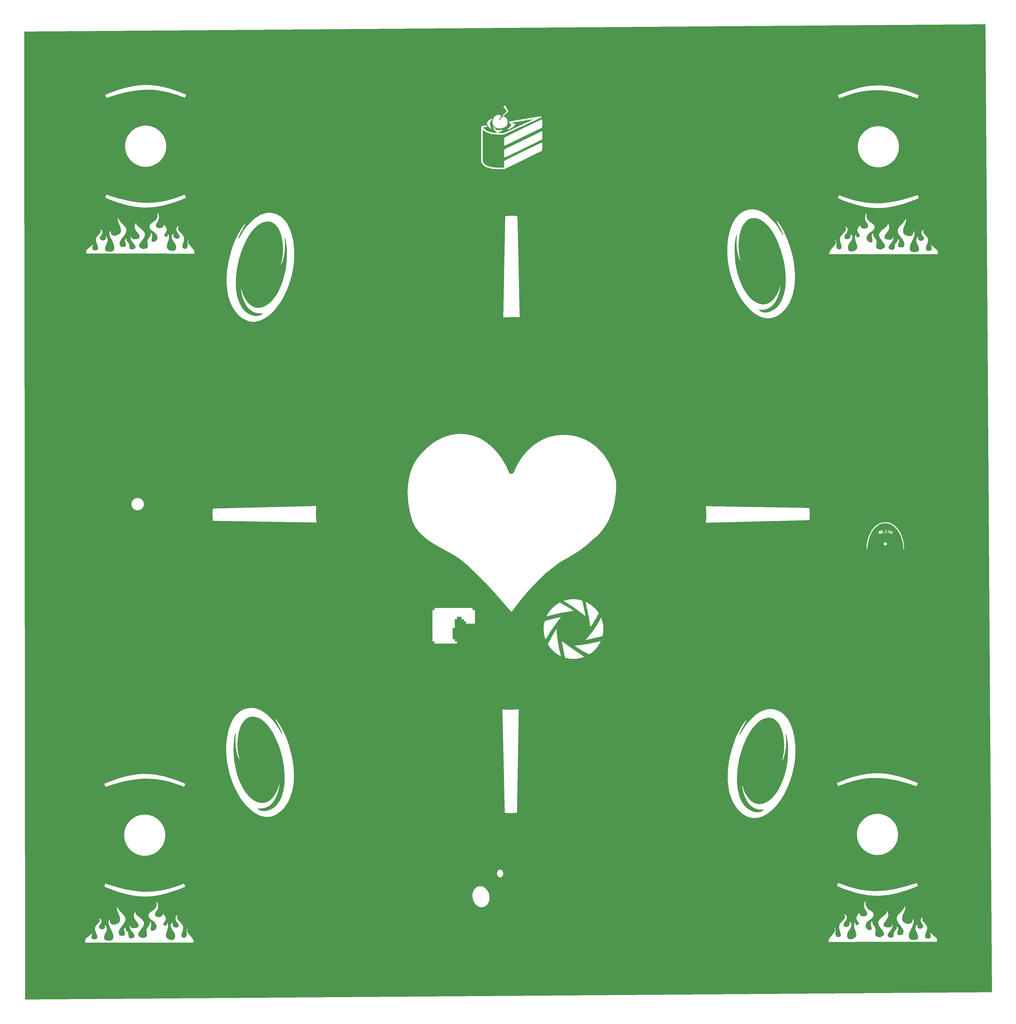
<source format=gbr>
%TF.GenerationSoftware,KiCad,Pcbnew,8.0.5*%
%TF.CreationDate,2025-02-22T16:40:46-08:00*%
%TF.ProjectId,proto-pcb-final,70726f74-6f2d-4706-9362-2d66696e616c,rev?*%
%TF.SameCoordinates,Original*%
%TF.FileFunction,Copper,L1,Top*%
%TF.FilePolarity,Positive*%
%FSLAX46Y46*%
G04 Gerber Fmt 4.6, Leading zero omitted, Abs format (unit mm)*
G04 Created by KiCad (PCBNEW 8.0.5) date 2025-02-22 16:40:46*
%MOMM*%
%LPD*%
G01*
G04 APERTURE LIST*
G04 APERTURE END LIST*
%TA.AperFunction,NonConductor*%
G36*
X506432340Y-71249145D02*
G01*
X506478497Y-71301598D01*
X506490097Y-71353158D01*
X508988473Y-452880158D01*
X508969228Y-452947325D01*
X508916725Y-452993425D01*
X508865419Y-453004966D01*
X127739105Y-455903075D01*
X127671918Y-455883901D01*
X127625763Y-455831447D01*
X127614162Y-455779201D01*
X127611426Y-452993425D01*
X127591463Y-432669792D01*
X151335109Y-432669792D01*
X151335109Y-433392158D01*
X172686506Y-433406706D01*
X194037907Y-433421262D01*
X194037907Y-433421261D01*
X194037907Y-432783874D01*
X194036571Y-432744674D01*
X194032578Y-432703604D01*
X194032577Y-432703593D01*
X194016683Y-432615912D01*
X194016680Y-432615904D01*
X194016680Y-432615899D01*
X194003811Y-432569507D01*
X193990374Y-432521067D01*
X193985555Y-432507659D01*
X444615524Y-432507659D01*
X444615524Y-433145046D01*
X444615524Y-433145047D01*
X465966925Y-433130491D01*
X487318322Y-433115943D01*
X487318322Y-432393577D01*
X487318033Y-432383853D01*
X487316110Y-432319075D01*
X487315399Y-432295130D01*
X487314947Y-432290339D01*
X487310401Y-432242118D01*
X487306427Y-432199967D01*
X487296137Y-432137973D01*
X487291102Y-432107638D01*
X487291099Y-432107624D01*
X487291099Y-432107622D01*
X487269109Y-432017629D01*
X487269106Y-432017622D01*
X487269104Y-432017611D01*
X487249213Y-431957093D01*
X487240151Y-431929520D01*
X487203919Y-431842829D01*
X487160107Y-431757088D01*
X487108409Y-431671831D01*
X487105729Y-431668017D01*
X487048525Y-431586601D01*
X487048518Y-431586591D01*
X486980129Y-431500901D01*
X486902935Y-431414295D01*
X486816631Y-431326305D01*
X486816547Y-431326226D01*
X486720924Y-431236478D01*
X486693418Y-431212438D01*
X486615465Y-431144307D01*
X486614874Y-431143821D01*
X486500006Y-431049377D01*
X486374149Y-430951146D01*
X486191411Y-430809543D01*
X486174992Y-430796820D01*
X486173716Y-430795817D01*
X485968843Y-430632679D01*
X485967913Y-430631931D01*
X485762423Y-430464331D01*
X485761377Y-430463467D01*
X485561719Y-430296828D01*
X485560589Y-430295874D01*
X485372453Y-430135006D01*
X485371156Y-430133881D01*
X485200777Y-429984063D01*
X485199119Y-429982579D01*
X485052584Y-429848990D01*
X485050175Y-429846734D01*
X484932834Y-429733897D01*
X484931321Y-429732417D01*
X484854117Y-429655598D01*
X484772434Y-429574322D01*
X484708340Y-429511874D01*
X484654205Y-429460727D01*
X484627428Y-429436780D01*
X484609636Y-429420868D01*
X484583851Y-429400047D01*
X484574236Y-429392283D01*
X484574227Y-429392277D01*
X484574216Y-429392268D01*
X484559858Y-429382218D01*
X484559856Y-429382217D01*
X484557551Y-429380851D01*
X484554971Y-429379321D01*
X484547624Y-429374967D01*
X484547609Y-429374959D01*
X484537477Y-429370522D01*
X484537479Y-429370522D01*
X484535234Y-429370070D01*
X484529380Y-429368891D01*
X484529378Y-429368891D01*
X484529377Y-429368891D01*
X484523285Y-429370069D01*
X484523281Y-429370071D01*
X484519134Y-429374057D01*
X484516886Y-429380849D01*
X484516886Y-429380850D01*
X484516487Y-429390451D01*
X484517888Y-429402838D01*
X484517892Y-429402863D01*
X484521039Y-429418030D01*
X484521048Y-429418067D01*
X484532408Y-429456846D01*
X484532416Y-429456872D01*
X484538126Y-429472925D01*
X484550198Y-429506859D01*
X484574006Y-429568031D01*
X484576600Y-429574335D01*
X484637919Y-429723368D01*
X484638375Y-429724493D01*
X484662246Y-429784162D01*
X484692020Y-429858590D01*
X484692247Y-429859156D01*
X484693598Y-429862690D01*
X484701054Y-429883121D01*
X484740810Y-429992065D01*
X484742146Y-429995922D01*
X484783137Y-430120877D01*
X484784434Y-430125079D01*
X484819282Y-430245578D01*
X484820514Y-430250166D01*
X484849267Y-430366050D01*
X484850402Y-430371068D01*
X484873139Y-430482254D01*
X484874134Y-430487748D01*
X484886318Y-430564873D01*
X484890088Y-430588744D01*
X484890934Y-430594096D01*
X484891735Y-430600118D01*
X484902703Y-430701579D01*
X484903238Y-430708169D01*
X484908484Y-430804584D01*
X484908666Y-430811790D01*
X484908321Y-430903081D01*
X484908043Y-430910919D01*
X484902263Y-430997001D01*
X484901399Y-431005490D01*
X484890349Y-431086317D01*
X484888758Y-431095415D01*
X484872622Y-431170983D01*
X484870155Y-431180626D01*
X484849116Y-431250958D01*
X484845632Y-431261012D01*
X484819849Y-431326226D01*
X484815237Y-431336499D01*
X484784839Y-431396738D01*
X484779042Y-431406985D01*
X484744081Y-431462462D01*
X484737123Y-431472392D01*
X484697569Y-431523341D01*
X484689557Y-431532667D01*
X484645285Y-431579309D01*
X484636419Y-431587770D01*
X484587249Y-431630254D01*
X484577787Y-431637660D01*
X484567983Y-431644595D01*
X484530047Y-431671429D01*
X484523467Y-431676083D01*
X484513695Y-431682331D01*
X484453966Y-431716694D01*
X484444159Y-431721768D01*
X484378807Y-431751977D01*
X484369202Y-431755938D01*
X484298057Y-431781842D01*
X484288835Y-431784797D01*
X484211790Y-431806208D01*
X484203068Y-431808296D01*
X484120032Y-431825018D01*
X484111883Y-431826378D01*
X484022869Y-431838204D01*
X484015319Y-431838973D01*
X483920349Y-431845715D01*
X483913389Y-431846013D01*
X483812499Y-431847495D01*
X483806113Y-431847424D01*
X483699401Y-431843493D01*
X483693548Y-431843139D01*
X483581033Y-431833652D01*
X483575674Y-431833082D01*
X483458896Y-431818102D01*
X483451228Y-431816873D01*
X483285438Y-431784951D01*
X483276707Y-431782941D01*
X483204622Y-431763573D01*
X483198086Y-431761622D01*
X483130061Y-431739268D01*
X483122961Y-431736693D01*
X483060299Y-431711780D01*
X483052677Y-431708450D01*
X482995301Y-431681050D01*
X482987256Y-431676839D01*
X482986410Y-431676356D01*
X482953448Y-431657531D01*
X482935077Y-431647039D01*
X482926728Y-431641821D01*
X482879522Y-431609642D01*
X482871085Y-431603350D01*
X482828631Y-431568792D01*
X482820359Y-431561420D01*
X482782352Y-431524373D01*
X482774520Y-431515999D01*
X482740689Y-431476294D01*
X482733578Y-431467108D01*
X482703650Y-431424454D01*
X482697465Y-431414701D01*
X482671252Y-431368755D01*
X482666134Y-431358750D01*
X482643557Y-431309181D01*
X482639524Y-431299196D01*
X482620571Y-431245644D01*
X482617574Y-431235922D01*
X482615592Y-431228412D01*
X482602327Y-431178143D01*
X482600264Y-431168907D01*
X482600166Y-431168374D01*
X482588824Y-431106622D01*
X482587556Y-431098030D01*
X482587263Y-431095415D01*
X482580063Y-431031079D01*
X482579434Y-431023176D01*
X482576025Y-430951472D01*
X482575893Y-430944328D01*
X482576677Y-430869296D01*
X482577137Y-430859847D01*
X482591876Y-430690562D01*
X482593224Y-430680186D01*
X482625610Y-430493211D01*
X482627336Y-430484938D01*
X482677813Y-430278543D01*
X482679621Y-430271945D01*
X482679625Y-430271931D01*
X482748320Y-430045995D01*
X482750030Y-430040795D01*
X482836934Y-429795239D01*
X482838523Y-429791000D01*
X482839676Y-429788089D01*
X482944160Y-429524152D01*
X482944434Y-429523469D01*
X482948241Y-429514032D01*
X483085218Y-429174430D01*
X483205201Y-428854142D01*
X483303831Y-428560026D01*
X483345020Y-428421840D01*
X483380729Y-428289067D01*
X483410911Y-428161329D01*
X483427571Y-428078008D01*
X483435519Y-428038257D01*
X483440670Y-428006027D01*
X483454507Y-427919452D01*
X483466554Y-427815534D01*
X483467824Y-427804576D01*
X483467825Y-427804563D01*
X483467826Y-427804558D01*
X483475429Y-427693193D01*
X483477270Y-427584978D01*
X483473301Y-427479536D01*
X483463476Y-427376492D01*
X483447747Y-427275468D01*
X483426067Y-427176087D01*
X483398388Y-427077971D01*
X483364665Y-426980745D01*
X483324850Y-426884031D01*
X483300997Y-426833902D01*
X483278902Y-426787467D01*
X483278890Y-426787445D01*
X483226753Y-426690633D01*
X483173144Y-426601150D01*
X483168368Y-426593177D01*
X483103724Y-426494763D01*
X483093079Y-426479796D01*
X483069207Y-426446229D01*
X483032735Y-426394947D01*
X482955381Y-426293399D01*
X482903999Y-426229811D01*
X482871600Y-426189715D01*
X482684584Y-425974464D01*
X482471315Y-425746185D01*
X482321508Y-425588427D01*
X482320385Y-425587227D01*
X482186839Y-425442352D01*
X482185208Y-425440547D01*
X482067033Y-425307141D01*
X482064930Y-425304704D01*
X481961591Y-425181756D01*
X481958999Y-425178565D01*
X481957859Y-425177112D01*
X481869935Y-425065084D01*
X481866771Y-425060869D01*
X481790935Y-424955264D01*
X481788197Y-424951292D01*
X481788162Y-424951239D01*
X481755900Y-424902410D01*
X481753938Y-424899341D01*
X481733046Y-424865589D01*
X481724415Y-424851646D01*
X481722345Y-424848175D01*
X481710797Y-424828078D01*
X481695910Y-424802169D01*
X481693781Y-424798304D01*
X481670325Y-424753858D01*
X481668158Y-424749548D01*
X481659504Y-424731470D01*
X481647585Y-424706571D01*
X481645452Y-424701864D01*
X481627610Y-424660153D01*
X481625538Y-424654988D01*
X481618245Y-424635555D01*
X481610324Y-424614447D01*
X481608385Y-424608877D01*
X481595653Y-424569291D01*
X481593928Y-424563429D01*
X481583537Y-424524565D01*
X481582057Y-424518393D01*
X481573902Y-424480096D01*
X481572723Y-424473743D01*
X481572561Y-424472725D01*
X481566688Y-424435748D01*
X481565840Y-424429328D01*
X481561825Y-424391326D01*
X481561319Y-424384973D01*
X481559259Y-424346704D01*
X481559084Y-424340596D01*
X481558932Y-424301831D01*
X481559048Y-424295978D01*
X481560777Y-424256442D01*
X481561140Y-424250969D01*
X481564726Y-424210535D01*
X481565277Y-424205499D01*
X481570709Y-424163906D01*
X481571402Y-424159284D01*
X481573044Y-424149583D01*
X481578498Y-424117357D01*
X481579663Y-424111378D01*
X481600207Y-424018223D01*
X481600867Y-424015392D01*
X481601932Y-424011054D01*
X481651825Y-423807724D01*
X481670423Y-423724646D01*
X481683715Y-423655520D01*
X481688230Y-423626104D01*
X481691248Y-423600075D01*
X481692714Y-423577399D01*
X481692570Y-423558042D01*
X481690760Y-423541971D01*
X481687228Y-423529151D01*
X481681917Y-423519549D01*
X481680901Y-423518637D01*
X481674772Y-423513133D01*
X481674771Y-423513132D01*
X481674769Y-423513131D01*
X481665734Y-423509865D01*
X481654747Y-423509716D01*
X481654746Y-423509716D01*
X481654745Y-423509716D01*
X481647463Y-423511359D01*
X481641746Y-423512650D01*
X481626711Y-423518625D01*
X481626685Y-423518637D01*
X481609526Y-423527629D01*
X481590171Y-423539615D01*
X481568590Y-423554544D01*
X481544749Y-423572369D01*
X481544735Y-423572379D01*
X481544734Y-423572381D01*
X481540095Y-423576129D01*
X481489909Y-423616677D01*
X481425245Y-423672234D01*
X481264654Y-423815997D01*
X481264634Y-423816015D01*
X481166172Y-423913850D01*
X481122563Y-423964271D01*
X481122544Y-423964294D01*
X481082708Y-424015752D01*
X481082701Y-424015761D01*
X481046616Y-424068331D01*
X481014270Y-424122086D01*
X481014260Y-424122105D01*
X480985719Y-424176982D01*
X480960925Y-424233147D01*
X480939927Y-424290543D01*
X480922713Y-424349250D01*
X480922703Y-424349288D01*
X480909281Y-424409333D01*
X480909281Y-424409334D01*
X480899650Y-424470779D01*
X480893810Y-424533726D01*
X480891780Y-424598076D01*
X480891780Y-424598114D01*
X480892888Y-424639220D01*
X480893556Y-424663998D01*
X480896247Y-424696485D01*
X480899146Y-424731481D01*
X480899146Y-424731484D01*
X480908548Y-424800529D01*
X480908549Y-424800540D01*
X480921779Y-424871278D01*
X480921781Y-424871286D01*
X480959713Y-425017821D01*
X480959720Y-425017844D01*
X481013007Y-425171519D01*
X481081660Y-425332599D01*
X481081666Y-425332610D01*
X481081669Y-425332617D01*
X481165752Y-425501500D01*
X481265290Y-425678497D01*
X481380320Y-425863945D01*
X481510878Y-426058183D01*
X481510926Y-426058253D01*
X481510942Y-426058277D01*
X481525328Y-426079315D01*
X481612505Y-426206807D01*
X481614019Y-426209076D01*
X481700551Y-426342022D01*
X481701342Y-426343237D01*
X481702908Y-426345706D01*
X481740864Y-426407143D01*
X481742128Y-426409236D01*
X481776737Y-426467808D01*
X481778179Y-426470315D01*
X481809243Y-426525803D01*
X481810865Y-426528795D01*
X481838379Y-426581270D01*
X481840170Y-426584824D01*
X481864146Y-426634355D01*
X481866068Y-426638522D01*
X481886561Y-426685227D01*
X481888604Y-426690172D01*
X481905640Y-426734056D01*
X481907718Y-426739827D01*
X481920397Y-426777984D01*
X481921411Y-426781034D01*
X481923421Y-426787707D01*
X481933876Y-426826293D01*
X481935683Y-426833902D01*
X481943073Y-426870075D01*
X481944508Y-426878611D01*
X481949002Y-426912535D01*
X481949883Y-426921903D01*
X481951671Y-426953912D01*
X481951825Y-426963932D01*
X481951062Y-426994407D01*
X481950363Y-427004807D01*
X481947142Y-427034207D01*
X481945545Y-427044652D01*
X481939865Y-427073507D01*
X481937421Y-427083651D01*
X481929186Y-427112448D01*
X481926039Y-427121977D01*
X481915071Y-427151162D01*
X481911424Y-427159849D01*
X481897522Y-427189728D01*
X481893600Y-427197441D01*
X481876517Y-427228323D01*
X481872531Y-427235022D01*
X481852115Y-427267004D01*
X481848234Y-427272726D01*
X481824298Y-427305978D01*
X481820650Y-427310794D01*
X481793124Y-427345350D01*
X481789788Y-427349362D01*
X481758599Y-427385303D01*
X481755619Y-427388614D01*
X481749736Y-427394921D01*
X481720751Y-427425988D01*
X481718136Y-427428706D01*
X481679563Y-427467607D01*
X481677348Y-427469785D01*
X481635484Y-427509904D01*
X481632796Y-427512405D01*
X481538124Y-427597854D01*
X481532980Y-427602248D01*
X481456121Y-427664360D01*
X481448285Y-427670198D01*
X481370623Y-427723427D01*
X481362281Y-427728670D01*
X481282998Y-427774209D01*
X481274244Y-427778784D01*
X481216465Y-427806105D01*
X481197100Y-427815262D01*
X481193627Y-427816904D01*
X481184574Y-427820752D01*
X481102905Y-427851698D01*
X481093643Y-427854796D01*
X481011221Y-427878792D01*
X481001832Y-427881132D01*
X480918964Y-427898384D01*
X480909550Y-427899969D01*
X480826504Y-427910678D01*
X480817136Y-427911526D01*
X480734266Y-427915870D01*
X480725004Y-427916009D01*
X480642632Y-427914168D01*
X480633516Y-427913628D01*
X480551984Y-427905776D01*
X480543048Y-427904586D01*
X480462741Y-427890906D01*
X480454001Y-427889091D01*
X480375253Y-427869759D01*
X480366726Y-427867340D01*
X480289940Y-427842555D01*
X480281639Y-427839544D01*
X480207198Y-427809507D01*
X480199109Y-427805902D01*
X480127376Y-427770810D01*
X480119519Y-427766610D01*
X480068079Y-427736689D01*
X480050881Y-427726685D01*
X480043269Y-427721879D01*
X480037577Y-427717989D01*
X479978100Y-427677344D01*
X479970752Y-427671915D01*
X479965305Y-427667571D01*
X479909394Y-427622982D01*
X479902357Y-427616923D01*
X479845172Y-427563826D01*
X479838465Y-427557101D01*
X479785796Y-427500070D01*
X479779467Y-427492651D01*
X479771275Y-427482247D01*
X479731645Y-427431913D01*
X479725783Y-427423816D01*
X479722739Y-427419233D01*
X479683096Y-427359553D01*
X479677785Y-427350792D01*
X479677195Y-427349722D01*
X479640534Y-427283188D01*
X479635863Y-427273790D01*
X479604349Y-427203025D01*
X479600419Y-427193064D01*
X479574911Y-427119215D01*
X479571813Y-427108783D01*
X479570967Y-427105398D01*
X479554498Y-427039469D01*
X479552631Y-427031995D01*
X479550442Y-427021225D01*
X479549855Y-427017499D01*
X479537895Y-426941520D01*
X479536667Y-426930562D01*
X479535605Y-426914777D01*
X479531113Y-426848022D01*
X479530862Y-426837054D01*
X479530930Y-426833902D01*
X479532687Y-426751674D01*
X479533392Y-426740862D01*
X479533957Y-426735694D01*
X479543023Y-426652689D01*
X479544622Y-426642229D01*
X479563075Y-426548512D01*
X479564051Y-426544006D01*
X479612112Y-426340760D01*
X479630149Y-426259272D01*
X479630228Y-426258880D01*
X479643667Y-426191721D01*
X479643669Y-426191711D01*
X479652416Y-426137893D01*
X479654920Y-426116080D01*
X479656133Y-426097634D01*
X479656025Y-426082531D01*
X479654563Y-426070749D01*
X479651714Y-426062264D01*
X479647448Y-426057053D01*
X479647446Y-426057052D01*
X479647445Y-426057051D01*
X479641732Y-426055093D01*
X479634536Y-426056360D01*
X479634525Y-426056364D01*
X479625823Y-426060831D01*
X479625815Y-426060836D01*
X479615564Y-426068484D01*
X479603720Y-426079301D01*
X479603706Y-426079315D01*
X479590264Y-426093257D01*
X479590255Y-426093266D01*
X479558404Y-426130469D01*
X479519706Y-426179958D01*
X479473939Y-426241503D01*
X479401137Y-426342945D01*
X479368912Y-426387847D01*
X479360067Y-426400171D01*
X479233878Y-426584547D01*
X479124166Y-426760397D01*
X479030904Y-426929451D01*
X479030901Y-426929456D01*
X478954077Y-427093406D01*
X478954071Y-427093421D01*
X478893617Y-427254072D01*
X478869525Y-427333679D01*
X478849509Y-427413140D01*
X478833577Y-427492603D01*
X478833575Y-427492614D01*
X478821717Y-427572330D01*
X478821716Y-427572340D01*
X478821715Y-427572347D01*
X478820261Y-427587315D01*
X478813920Y-427652570D01*
X478813920Y-427652573D01*
X478810193Y-427733424D01*
X478810193Y-427733454D01*
X478810522Y-427815258D01*
X478810523Y-427815262D01*
X478810537Y-427815534D01*
X478814488Y-427890241D01*
X478814908Y-427898170D01*
X478814909Y-427898193D01*
X478823345Y-427982481D01*
X478835826Y-428068307D01*
X478872907Y-428245517D01*
X478872913Y-428245540D01*
X478926123Y-428431606D01*
X478962070Y-428533612D01*
X478993240Y-428622064D01*
X478995433Y-428628285D01*
X478995434Y-428628289D01*
X479080784Y-428837256D01*
X479080791Y-428837271D01*
X479182175Y-429060341D01*
X479219389Y-429136084D01*
X479299356Y-429298844D01*
X479299783Y-429299722D01*
X479375463Y-429456872D01*
X479486616Y-429687684D01*
X479489023Y-429692681D01*
X479490819Y-429696583D01*
X479571232Y-429879513D01*
X479572520Y-429882552D01*
X479644262Y-430058313D01*
X479645614Y-430061771D01*
X479708378Y-430229741D01*
X479709774Y-430233679D01*
X479763542Y-430393834D01*
X479764959Y-430398335D01*
X479809751Y-430550746D01*
X479811144Y-430555894D01*
X479846957Y-430700465D01*
X479848266Y-430706360D01*
X479875150Y-430843104D01*
X479876284Y-430849850D01*
X479894311Y-430978748D01*
X479895143Y-430986439D01*
X479904427Y-431107463D01*
X479904788Y-431116180D01*
X479905488Y-431229359D01*
X479905162Y-431239141D01*
X479897480Y-431344531D01*
X479896213Y-431355338D01*
X479880376Y-431453137D01*
X479877903Y-431464815D01*
X479854140Y-431555289D01*
X479850227Y-431567555D01*
X479818684Y-431651172D01*
X479813202Y-431663598D01*
X479773914Y-431740883D01*
X479766891Y-431752961D01*
X479719695Y-431824522D01*
X479711353Y-431835740D01*
X479655907Y-431902126D01*
X479646623Y-431912077D01*
X479582465Y-431973688D01*
X479572697Y-431982135D01*
X479499347Y-432039175D01*
X479489541Y-432046067D01*
X479406532Y-432098603D01*
X479397049Y-432104035D01*
X479304065Y-432151983D01*
X479295150Y-432156141D01*
X479191936Y-432199384D01*
X479183731Y-432202485D01*
X479070179Y-432240872D01*
X479062739Y-432243130D01*
X478938788Y-432276539D01*
X478932105Y-432278143D01*
X478797744Y-432306479D01*
X478791778Y-432307586D01*
X478647005Y-432330788D01*
X478641700Y-432331521D01*
X478486553Y-432349555D01*
X478481889Y-432350007D01*
X478316375Y-432362865D01*
X478312218Y-432363117D01*
X478136454Y-432370808D01*
X478132736Y-432370915D01*
X477947618Y-432373458D01*
X477942465Y-432373422D01*
X477769833Y-432368617D01*
X477762430Y-432368189D01*
X477601008Y-432354006D01*
X477592929Y-432353028D01*
X477441945Y-432329703D01*
X477433191Y-432328027D01*
X477292630Y-432295831D01*
X477283251Y-432293292D01*
X477153063Y-432252513D01*
X477143165Y-432248945D01*
X477023224Y-432199855D01*
X477012996Y-432195114D01*
X476903130Y-432137972D01*
X476892787Y-432131942D01*
X476880118Y-432123710D01*
X476792707Y-432066914D01*
X476782597Y-432059594D01*
X476692020Y-431986784D01*
X476682452Y-431978242D01*
X476601049Y-431897614D01*
X476592353Y-431888052D01*
X476519856Y-431799476D01*
X476512288Y-431789192D01*
X476509492Y-431784951D01*
X476448523Y-431692474D01*
X476442237Y-431681817D01*
X476439373Y-431676356D01*
X476387123Y-431576712D01*
X476382142Y-431566001D01*
X476381851Y-431565288D01*
X476335724Y-431452316D01*
X476332001Y-431441886D01*
X476294397Y-431319466D01*
X476291778Y-431309474D01*
X476291228Y-431306951D01*
X476263170Y-431178276D01*
X476261506Y-431168932D01*
X476242080Y-431028928D01*
X476241190Y-431020298D01*
X476231141Y-430871566D01*
X476230861Y-430863611D01*
X476230856Y-430861961D01*
X476230364Y-430706320D01*
X476230553Y-430699089D01*
X476239757Y-430533322D01*
X476240300Y-430526731D01*
X476259329Y-430352695D01*
X476260130Y-430346722D01*
X476288893Y-430165808D01*
X476290417Y-430157903D01*
X476378767Y-429768510D01*
X476381155Y-429759558D01*
X476509756Y-429341176D01*
X476512324Y-429333686D01*
X476512989Y-429331931D01*
X476681855Y-428886202D01*
X476684431Y-428879928D01*
X476895200Y-428404479D01*
X476897721Y-428399143D01*
X477150744Y-427895311D01*
X477151379Y-427894066D01*
X477291989Y-427622992D01*
X477332031Y-427545798D01*
X477333305Y-427543219D01*
X477494374Y-427217049D01*
X477628343Y-426928917D01*
X477638264Y-426907580D01*
X477730777Y-426693227D01*
X477763889Y-426616506D01*
X477871435Y-426342945D01*
X477961085Y-426086024D01*
X478033021Y-425844867D01*
X478087427Y-425618601D01*
X478099724Y-425554508D01*
X478108113Y-425510784D01*
X478108749Y-425506728D01*
X478124487Y-425406349D01*
X478136569Y-425305204D01*
X478136695Y-425303635D01*
X478143077Y-425223615D01*
X478144384Y-425207236D01*
X478146191Y-425159181D01*
X478147953Y-425112346D01*
X478147869Y-425100574D01*
X478147300Y-425020386D01*
X478142448Y-424931287D01*
X478133420Y-424844926D01*
X478120239Y-424761193D01*
X478102927Y-424679978D01*
X478081508Y-424601174D01*
X478080994Y-424599633D01*
X478056012Y-424524692D01*
X478056009Y-424524684D01*
X478056004Y-424524669D01*
X478026438Y-424450355D01*
X478026027Y-424449472D01*
X477992837Y-424378128D01*
X477984940Y-424363380D01*
X477955214Y-424307862D01*
X477913601Y-424239463D01*
X477879983Y-424189814D01*
X477856829Y-424159516D01*
X477849239Y-424149583D01*
X477833736Y-424132605D01*
X477821260Y-424118941D01*
X477819636Y-424117482D01*
X477808279Y-424107276D01*
X477795953Y-424098076D01*
X477792206Y-424095924D01*
X477784268Y-424091365D01*
X477773211Y-424087165D01*
X477773208Y-424087164D01*
X477762770Y-424085498D01*
X477752938Y-424086387D01*
X477752934Y-424086388D01*
X477743690Y-424089855D01*
X477735019Y-424095925D01*
X477726922Y-424104610D01*
X477726921Y-424104611D01*
X477719366Y-424115954D01*
X477712358Y-424129955D01*
X477705876Y-424146645D01*
X477705873Y-424146654D01*
X477694437Y-424188203D01*
X477684958Y-424240766D01*
X477684955Y-424240784D01*
X477677326Y-424304579D01*
X477671449Y-424379766D01*
X477667221Y-424466519D01*
X477664541Y-424565022D01*
X477663329Y-424673486D01*
X477663223Y-424677408D01*
X477658127Y-424796346D01*
X477657316Y-424806152D01*
X477643781Y-424916369D01*
X477642109Y-424926500D01*
X477620424Y-425030784D01*
X477617814Y-425041094D01*
X477588357Y-425139512D01*
X477584769Y-425149825D01*
X477547879Y-425242481D01*
X477543314Y-425252602D01*
X477499285Y-425339608D01*
X477493791Y-425349347D01*
X477442865Y-425430814D01*
X477436538Y-425439992D01*
X477378926Y-425515996D01*
X477371889Y-425524469D01*
X477307754Y-425595067D01*
X477300162Y-425602727D01*
X477286990Y-425614908D01*
X477229698Y-425667888D01*
X477221711Y-425674671D01*
X477145034Y-425734394D01*
X477136798Y-425740285D01*
X477054123Y-425794457D01*
X477045778Y-425799468D01*
X476957258Y-425848003D01*
X476948920Y-425852175D01*
X476854807Y-425894919D01*
X476846568Y-425898310D01*
X476747050Y-425935140D01*
X476738977Y-425937816D01*
X476634380Y-425968557D01*
X476626519Y-425970591D01*
X476517045Y-425995113D01*
X476509428Y-425996570D01*
X476395441Y-426014709D01*
X476388082Y-426015655D01*
X476269866Y-426027273D01*
X476262773Y-426027766D01*
X476140614Y-426032730D01*
X476133780Y-426032819D01*
X476008043Y-426030995D01*
X476001469Y-426030725D01*
X475872450Y-426021993D01*
X475866119Y-426021401D01*
X475734168Y-426005643D01*
X475728074Y-426004761D01*
X475593515Y-425981868D01*
X475587644Y-425980723D01*
X475450799Y-425950586D01*
X475445140Y-425949200D01*
X475306324Y-425911713D01*
X475300868Y-425910104D01*
X475160447Y-425865180D01*
X475155181Y-425863364D01*
X475013426Y-425810886D01*
X475008345Y-425808877D01*
X474876648Y-425753409D01*
X474865658Y-425748780D01*
X474860756Y-425746589D01*
X474717399Y-425678757D01*
X474712666Y-425676393D01*
X474568967Y-425600736D01*
X474564400Y-425598207D01*
X474422464Y-425515668D01*
X474414694Y-425510756D01*
X474237187Y-425389090D01*
X474228722Y-425382740D01*
X474151569Y-425319549D01*
X474145933Y-425314642D01*
X474073201Y-425247358D01*
X474067677Y-425241918D01*
X474000563Y-425171553D01*
X473995243Y-425165602D01*
X473933699Y-425092143D01*
X473928673Y-425085728D01*
X473921897Y-425076467D01*
X473893819Y-425038088D01*
X473872565Y-425009038D01*
X473867922Y-425002228D01*
X473817185Y-424922221D01*
X473812999Y-424915106D01*
X473786033Y-424865577D01*
X473767576Y-424831677D01*
X473763900Y-424824359D01*
X473763499Y-424823491D01*
X473728187Y-424746994D01*
X473723732Y-424737342D01*
X473720596Y-424729923D01*
X473685676Y-424639220D01*
X473683089Y-424631810D01*
X473653399Y-424537235D01*
X473651364Y-424529983D01*
X473626936Y-424431445D01*
X473625396Y-424424345D01*
X473625121Y-424422869D01*
X473606578Y-424323403D01*
X473605121Y-424313272D01*
X473582767Y-424093810D01*
X473582130Y-424081446D01*
X473582116Y-424072441D01*
X473581769Y-423846716D01*
X473582232Y-423835827D01*
X473582369Y-423834257D01*
X473604081Y-423583727D01*
X473605264Y-423574302D01*
X473649650Y-423304681D01*
X473651251Y-423296633D01*
X473718424Y-423009377D01*
X473720250Y-423002478D01*
X473721742Y-422997432D01*
X473810347Y-422697623D01*
X473812249Y-422691737D01*
X473835654Y-422625007D01*
X473925392Y-422369150D01*
X473927256Y-422364183D01*
X474063523Y-422023752D01*
X474065311Y-422019520D01*
X474225523Y-421659383D01*
X474289924Y-421516941D01*
X474352384Y-421370724D01*
X474412584Y-421221822D01*
X474470207Y-421071322D01*
X474524934Y-420920314D01*
X474576447Y-420769888D01*
X474624429Y-420621130D01*
X474668561Y-420475131D01*
X474708525Y-420332980D01*
X474744003Y-420195764D01*
X474774677Y-420064574D01*
X474800229Y-419940497D01*
X474820342Y-419824623D01*
X474834696Y-419718040D01*
X474834697Y-419718021D01*
X474834699Y-419718011D01*
X474842973Y-419621850D01*
X474842975Y-419621827D01*
X474844858Y-419537111D01*
X474843860Y-419481492D01*
X474831181Y-418774577D01*
X474581652Y-419407523D01*
X474579415Y-419412831D01*
X474550297Y-419477688D01*
X474546635Y-419485164D01*
X474506186Y-419561156D01*
X474503335Y-419566222D01*
X474451156Y-419654061D01*
X474448876Y-419657751D01*
X474386364Y-419755064D01*
X474383656Y-419759103D01*
X474328927Y-419837371D01*
X474260843Y-419934739D01*
X474228805Y-419980556D01*
X474225978Y-419984436D01*
X474039205Y-420230667D01*
X474036860Y-420233662D01*
X473824137Y-420496925D01*
X473821995Y-420499504D01*
X473589671Y-420771635D01*
X473587538Y-420774068D01*
X473341964Y-421046965D01*
X473339667Y-421049449D01*
X473085883Y-421316447D01*
X473085583Y-421316761D01*
X472711860Y-421707194D01*
X472711842Y-421707213D01*
X472711842Y-421707214D01*
X472418092Y-422033723D01*
X472387125Y-422068143D01*
X472111592Y-422404143D01*
X472111549Y-422404198D01*
X471992175Y-422564391D01*
X471916109Y-422675014D01*
X471885801Y-422719092D01*
X471884985Y-422720278D01*
X471845814Y-422783021D01*
X471797390Y-422860586D01*
X471790021Y-422872389D01*
X471790018Y-422872393D01*
X471707273Y-423021323D01*
X471707269Y-423021330D01*
X471636704Y-423167727D01*
X471636699Y-423167739D01*
X471625101Y-423196431D01*
X471579646Y-423308882D01*
X471578285Y-423312248D01*
X471532027Y-423455429D01*
X471532027Y-423455431D01*
X471497898Y-423597933D01*
X471475887Y-423740350D01*
X471475886Y-423740361D01*
X471465976Y-423883291D01*
X471465976Y-423883296D01*
X471465976Y-423883301D01*
X471466128Y-423893384D01*
X471468146Y-424027383D01*
X471468148Y-424027416D01*
X471482382Y-424173247D01*
X471482384Y-424173257D01*
X471482385Y-424173263D01*
X471483046Y-424176993D01*
X471508669Y-424321487D01*
X471508671Y-424321496D01*
X471508672Y-424321500D01*
X471546993Y-424472725D01*
X471596656Y-424625475D01*
X471597335Y-424627564D01*
X471659665Y-424786589D01*
X471659668Y-424786595D01*
X471669680Y-424808671D01*
X471733549Y-424949496D01*
X471733990Y-424950467D01*
X471762362Y-425006138D01*
X471820268Y-425119764D01*
X471918523Y-425295164D01*
X472028697Y-425477206D01*
X472284772Y-425863744D01*
X472588371Y-426284308D01*
X472588383Y-426284324D01*
X472588389Y-426284332D01*
X472939410Y-426743874D01*
X473148438Y-427015878D01*
X473149648Y-427017480D01*
X473335687Y-427268356D01*
X473337285Y-427270563D01*
X473499941Y-427500588D01*
X473501383Y-427502627D01*
X473503381Y-427505541D01*
X473643820Y-427716985D01*
X473646219Y-427720597D01*
X473648694Y-427724479D01*
X473770874Y-427924142D01*
X473773766Y-427929123D01*
X473876516Y-428116007D01*
X473878910Y-428120586D01*
X473922480Y-428208302D01*
X473924133Y-428211764D01*
X473959558Y-428289067D01*
X473963399Y-428297449D01*
X473965099Y-428301333D01*
X473999803Y-428384458D01*
X474001495Y-428388733D01*
X474031768Y-428469549D01*
X474033410Y-428474212D01*
X474059377Y-428552954D01*
X474060919Y-428557987D01*
X474082717Y-428634924D01*
X474084110Y-428640296D01*
X474101864Y-428715672D01*
X474101870Y-428715695D01*
X474103065Y-428721358D01*
X474116923Y-428795552D01*
X474117875Y-428801427D01*
X474127948Y-428874681D01*
X474128626Y-428880696D01*
X474135026Y-428953375D01*
X474135410Y-428959427D01*
X474138230Y-429031840D01*
X474138319Y-429037829D01*
X474137638Y-429110355D01*
X474137445Y-429116193D01*
X474133322Y-429189094D01*
X474132879Y-429194682D01*
X474125363Y-429268324D01*
X474124710Y-429273602D01*
X474113835Y-429348283D01*
X474113020Y-429353185D01*
X474099023Y-429428112D01*
X474097613Y-429434672D01*
X474059115Y-429592813D01*
X474057109Y-429600085D01*
X474005818Y-429766105D01*
X474004524Y-429770057D01*
X473935209Y-429970342D01*
X473933468Y-429975061D01*
X473903219Y-430052192D01*
X473900285Y-430059057D01*
X473871229Y-430121755D01*
X473865830Y-430132100D01*
X473836253Y-430182800D01*
X473829864Y-430192649D01*
X473816754Y-430210904D01*
X473811110Y-430218176D01*
X473796769Y-430235304D01*
X473790018Y-430242735D01*
X473775215Y-430257755D01*
X473767500Y-430264945D01*
X473751750Y-430278416D01*
X473743364Y-430284986D01*
X473735011Y-430290970D01*
X473726130Y-430297331D01*
X473717468Y-430303003D01*
X473698073Y-430314577D01*
X473689551Y-430319221D01*
X473667367Y-430330205D01*
X473659355Y-430333823D01*
X473633868Y-430344263D01*
X473626605Y-430346976D01*
X473597381Y-430356860D01*
X473590988Y-430358831D01*
X473558910Y-430367784D01*
X473551037Y-430369707D01*
X473469993Y-430386711D01*
X473462351Y-430388066D01*
X473364503Y-430402275D01*
X473359515Y-430402896D01*
X473242165Y-430415105D01*
X473239138Y-430415383D01*
X473101144Y-430426329D01*
X473099163Y-430426470D01*
X472756745Y-430448119D01*
X472752444Y-430448316D01*
X472568298Y-430453550D01*
X472561574Y-430453559D01*
X472479481Y-430451439D01*
X472474341Y-430451199D01*
X472396302Y-430445938D01*
X472390582Y-430445419D01*
X472317650Y-430437095D01*
X472311295Y-430436203D01*
X472243497Y-430424886D01*
X472236482Y-430423506D01*
X472173811Y-430409290D01*
X472166126Y-430407285D01*
X472110253Y-430390783D01*
X472108601Y-430390295D01*
X472100260Y-430387506D01*
X472047765Y-430367858D01*
X472038864Y-430364126D01*
X472007903Y-430349700D01*
X471991283Y-430341956D01*
X471981966Y-430337124D01*
X471939080Y-430312529D01*
X471929579Y-430306491D01*
X471891120Y-430279524D01*
X471881741Y-430272254D01*
X471847344Y-430242846D01*
X471838427Y-430234423D01*
X471807741Y-430202410D01*
X471799594Y-430193007D01*
X471791611Y-430182800D01*
X471772325Y-430158139D01*
X471765220Y-430148057D01*
X471741122Y-430109964D01*
X471735216Y-430099546D01*
X471734181Y-430097496D01*
X471714171Y-430057844D01*
X471709509Y-430047439D01*
X471691510Y-430001759D01*
X471688033Y-429991686D01*
X471673161Y-429941716D01*
X471670733Y-429932190D01*
X471662938Y-429895598D01*
X471659135Y-429877741D01*
X471657587Y-429868921D01*
X471649411Y-429809800D01*
X471648568Y-429801770D01*
X471643976Y-429737973D01*
X471643667Y-429730661D01*
X471643414Y-429710887D01*
X471642792Y-429662167D01*
X471642882Y-429655598D01*
X471643096Y-429650272D01*
X471645831Y-429582341D01*
X471646203Y-429576533D01*
X471653062Y-429498565D01*
X471653629Y-429493387D01*
X471664309Y-429411864D01*
X471665393Y-429405068D01*
X471699299Y-429224817D01*
X471700926Y-429217427D01*
X471750772Y-429020110D01*
X471752423Y-429014202D01*
X471818918Y-428797188D01*
X471819477Y-428795415D01*
X471860705Y-428668424D01*
X471870879Y-428637087D01*
X471871372Y-428635494D01*
X471915388Y-428493259D01*
X471952611Y-428363612D01*
X471982492Y-428246788D01*
X471994658Y-428192772D01*
X472004962Y-428141468D01*
X472013396Y-428092709D01*
X472019951Y-428046332D01*
X472024619Y-428002172D01*
X472027391Y-427960063D01*
X472028258Y-427919840D01*
X472027212Y-427881340D01*
X472027195Y-427881132D01*
X472026197Y-427868704D01*
X472024245Y-427844396D01*
X472019346Y-427808845D01*
X472016976Y-427796946D01*
X472012511Y-427774529D01*
X472012510Y-427774526D01*
X472012426Y-427774209D01*
X472006877Y-427753199D01*
X472003726Y-427741268D01*
X472001721Y-427735226D01*
X471992982Y-427708894D01*
X471980275Y-427677262D01*
X471965594Y-427646198D01*
X471948932Y-427615536D01*
X471930278Y-427585112D01*
X471930185Y-427584976D01*
X471909615Y-427554749D01*
X471886971Y-427524330D01*
X471886963Y-427524319D01*
X471862285Y-427493620D01*
X471862283Y-427493617D01*
X471862268Y-427493599D01*
X471835594Y-427462512D01*
X471806851Y-427430799D01*
X471782109Y-427405193D01*
X471743230Y-427364957D01*
X471742741Y-427364476D01*
X471654316Y-427277417D01*
X471616869Y-427240549D01*
X471571833Y-427198118D01*
X471565503Y-427192154D01*
X471554790Y-427182624D01*
X471521592Y-427153091D01*
X471484811Y-427123442D01*
X471484810Y-427123441D01*
X471484806Y-427123438D01*
X471468998Y-427112179D01*
X471454849Y-427103303D01*
X471454822Y-427103288D01*
X471442321Y-427096825D01*
X471442314Y-427096821D01*
X471431363Y-427092751D01*
X471421965Y-427091105D01*
X471421962Y-427091105D01*
X471421961Y-427091105D01*
X471418011Y-427091498D01*
X471414060Y-427091891D01*
X471407622Y-427095120D01*
X471402609Y-427100803D01*
X471398977Y-427108955D01*
X471398975Y-427108961D01*
X471396691Y-427119574D01*
X471396690Y-427119579D01*
X471396690Y-427119582D01*
X471395985Y-427128978D01*
X471395705Y-427132713D01*
X471395705Y-427132717D01*
X471395983Y-427148308D01*
X471400171Y-427187087D01*
X471400172Y-427187090D01*
X471408935Y-427236005D01*
X471421952Y-427295139D01*
X471438886Y-427364516D01*
X471438897Y-427364558D01*
X471438900Y-427364571D01*
X471458474Y-427440573D01*
X471459101Y-427443006D01*
X471459786Y-427445802D01*
X471465679Y-427471102D01*
X471466997Y-427477524D01*
X471471248Y-427501432D01*
X471472214Y-427507826D01*
X471475252Y-427532237D01*
X471475873Y-427538540D01*
X471477578Y-427561940D01*
X471477906Y-427571143D01*
X471477824Y-427624191D01*
X471477256Y-427635857D01*
X471472094Y-427689587D01*
X471470574Y-427700388D01*
X471460169Y-427756371D01*
X471457919Y-427766223D01*
X471442108Y-427824418D01*
X471439329Y-427833311D01*
X471417985Y-427893565D01*
X471414850Y-427901531D01*
X471387868Y-427963697D01*
X471384511Y-427970805D01*
X471351829Y-428034685D01*
X471348355Y-428041014D01*
X471309950Y-428106392D01*
X471306434Y-428112027D01*
X471262291Y-428178717D01*
X471258782Y-428183743D01*
X471208899Y-428251567D01*
X471205434Y-428256059D01*
X471149873Y-428324781D01*
X471146477Y-428328804D01*
X471085249Y-428398283D01*
X471081931Y-428401901D01*
X471015095Y-428471948D01*
X471011863Y-428475212D01*
X470937979Y-428547112D01*
X470937918Y-428547173D01*
X470852297Y-428630729D01*
X470852283Y-428630743D01*
X470773547Y-428714156D01*
X470701462Y-428797929D01*
X470701455Y-428797937D01*
X470635865Y-428882487D01*
X470576590Y-428968255D01*
X470576583Y-428968265D01*
X470523426Y-429055716D01*
X470476215Y-429145280D01*
X470476209Y-429145292D01*
X470476207Y-429145297D01*
X470456500Y-429189094D01*
X470434740Y-429237453D01*
X470434738Y-429237456D01*
X470398846Y-429332620D01*
X470368339Y-429431252D01*
X470368336Y-429431263D01*
X470357932Y-429473424D01*
X470345400Y-429524211D01*
X470343026Y-429533831D01*
X470343019Y-429533862D01*
X470322733Y-429640744D01*
X470307268Y-429752502D01*
X470296451Y-429869524D01*
X470290097Y-429992233D01*
X470289944Y-430001759D01*
X470288028Y-430120668D01*
X470288023Y-430120964D01*
X470288020Y-430121122D01*
X470286105Y-430231225D01*
X470285944Y-430235755D01*
X470280370Y-430338976D01*
X470280014Y-430343811D01*
X470270836Y-430442167D01*
X470270245Y-430447327D01*
X470257560Y-430540768D01*
X470256687Y-430546269D01*
X470240600Y-430634746D01*
X470239389Y-430640600D01*
X470220010Y-430724091D01*
X470218396Y-430730308D01*
X470195855Y-430808733D01*
X470193768Y-430815302D01*
X470173829Y-430872491D01*
X470168412Y-430888030D01*
X470168187Y-430888674D01*
X470165550Y-430895566D01*
X470149402Y-430934284D01*
X470137068Y-430963855D01*
X470133788Y-430971062D01*
X470102535Y-431034296D01*
X470098536Y-431041738D01*
X470064660Y-431099931D01*
X470059865Y-431107521D01*
X470023473Y-431160762D01*
X470017831Y-431168374D01*
X469979025Y-431216754D01*
X469972505Y-431224247D01*
X469931332Y-431267902D01*
X469923952Y-431275102D01*
X469880462Y-431314138D01*
X469872280Y-431320874D01*
X469826403Y-431355460D01*
X469817531Y-431361563D01*
X469769204Y-431391802D01*
X469759800Y-431397130D01*
X469708901Y-431423108D01*
X469699158Y-431427561D01*
X469645537Y-431449321D01*
X469635649Y-431452855D01*
X469579161Y-431470378D01*
X469569327Y-431472991D01*
X469509846Y-431486212D01*
X469500244Y-431487953D01*
X469437654Y-431496773D01*
X469428419Y-431497723D01*
X469362673Y-431502010D01*
X469353907Y-431502271D01*
X469284952Y-431501883D01*
X469276719Y-431501563D01*
X469204568Y-431496353D01*
X469196903Y-431495559D01*
X469121609Y-431485390D01*
X469114516Y-431484222D01*
X469071496Y-431475847D01*
X469036111Y-431468958D01*
X469029573Y-431467501D01*
X468948137Y-431447027D01*
X468942130Y-431445355D01*
X468857751Y-431419568D01*
X468852251Y-431417745D01*
X468765015Y-431386551D01*
X468759988Y-431384628D01*
X468703395Y-431361563D01*
X468669995Y-431347950D01*
X468665410Y-431345973D01*
X468573257Y-431303969D01*
X468567936Y-431301387D01*
X468567388Y-431301105D01*
X468410915Y-431220523D01*
X468397808Y-431213773D01*
X468390028Y-431209406D01*
X468245406Y-431121228D01*
X468238175Y-431116465D01*
X468231915Y-431112021D01*
X468177716Y-431073541D01*
X468172205Y-431069392D01*
X468117415Y-431025694D01*
X468111382Y-431020559D01*
X468070039Y-430983012D01*
X468063252Y-430976848D01*
X468056800Y-430970545D01*
X468015215Y-430926842D01*
X468008555Y-430919243D01*
X467973298Y-430875520D01*
X467966667Y-430866487D01*
X467937445Y-430822646D01*
X467931194Y-430812187D01*
X467931142Y-430812090D01*
X467907643Y-430767986D01*
X467902187Y-430756322D01*
X467883917Y-430711295D01*
X467879601Y-430698773D01*
X467866329Y-430652327D01*
X467863381Y-430639436D01*
X467854983Y-430590920D01*
X467853454Y-430578192D01*
X467849979Y-430526925D01*
X467849752Y-430514830D01*
X467851397Y-430460228D01*
X467852233Y-430449121D01*
X467859284Y-430390761D01*
X467860899Y-430380819D01*
X467862674Y-430372140D01*
X467869453Y-430338976D01*
X467873650Y-430318448D01*
X467875769Y-430309711D01*
X467883598Y-430281877D01*
X467894488Y-430243155D01*
X467896867Y-430235628D01*
X467921797Y-430164732D01*
X467924263Y-430158302D01*
X467955528Y-430083122D01*
X467957972Y-430077627D01*
X467995204Y-429999131D01*
X467998658Y-429992393D01*
X468094401Y-429818902D01*
X468098428Y-429812125D01*
X468219916Y-429621857D01*
X468223194Y-429616985D01*
X468371201Y-429408068D01*
X468373814Y-429404517D01*
X468548354Y-429176119D01*
X468550376Y-429173547D01*
X468752194Y-428923779D01*
X468895262Y-428748173D01*
X469025310Y-428583010D01*
X469142820Y-428427251D01*
X469248279Y-428279860D01*
X469342171Y-428139797D01*
X469424980Y-428006027D01*
X469497191Y-427877511D01*
X469559289Y-427753210D01*
X469611759Y-427632089D01*
X469655086Y-427513108D01*
X469689754Y-427395231D01*
X469716247Y-427277420D01*
X469735052Y-427158636D01*
X469746652Y-427037842D01*
X469751532Y-426914001D01*
X469750176Y-426786075D01*
X469750114Y-426784519D01*
X469746307Y-426688280D01*
X469741494Y-426599911D01*
X469739108Y-426567005D01*
X469735773Y-426520994D01*
X469729180Y-426451643D01*
X469721754Y-426391954D01*
X469714137Y-426345706D01*
X469713531Y-426342027D01*
X469713170Y-426340282D01*
X469709132Y-426320744D01*
X469704548Y-426301941D01*
X469701331Y-426290924D01*
X469699785Y-426285631D01*
X469699775Y-426285601D01*
X469694846Y-426271816D01*
X469691616Y-426264672D01*
X469689730Y-426260499D01*
X469684451Y-426251714D01*
X469679010Y-426245462D01*
X469679009Y-426245461D01*
X469679007Y-426245460D01*
X469673410Y-426241755D01*
X469673408Y-426241754D01*
X469670555Y-426240860D01*
X469667662Y-426240606D01*
X469661759Y-426242028D01*
X469655718Y-426246029D01*
X469655716Y-426246030D01*
X469649538Y-426252621D01*
X469649535Y-426252624D01*
X469649535Y-426252625D01*
X469649251Y-426253039D01*
X469643498Y-426261419D01*
X469643219Y-426261825D01*
X469642059Y-426263951D01*
X469636769Y-426273649D01*
X469636765Y-426273657D01*
X469630205Y-426288077D01*
X469624033Y-426303838D01*
X469623511Y-426305172D01*
X469616703Y-426324910D01*
X469616697Y-426324927D01*
X469616695Y-426324935D01*
X469609784Y-426347311D01*
X469595637Y-426400140D01*
X469595634Y-426400154D01*
X469555402Y-426550316D01*
X469553635Y-426556301D01*
X469510978Y-426688508D01*
X469508316Y-426695942D01*
X469461628Y-426814275D01*
X469458819Y-426820834D01*
X469434759Y-426872836D01*
X469432388Y-426877680D01*
X469406820Y-426927172D01*
X469403989Y-426932348D01*
X469377373Y-426978360D01*
X469374026Y-426983815D01*
X469346293Y-427026512D01*
X469342389Y-427032174D01*
X469313479Y-427071699D01*
X469308994Y-427077465D01*
X469278789Y-427114030D01*
X469273730Y-427119783D01*
X469242150Y-427153531D01*
X469236551Y-427159143D01*
X469203428Y-427190288D01*
X469197364Y-427195629D01*
X469162498Y-427224373D01*
X469156073Y-427229326D01*
X469119249Y-427255839D01*
X469112588Y-427260315D01*
X469073596Y-427284722D01*
X469066841Y-427288659D01*
X469025391Y-427311100D01*
X469018682Y-427314474D01*
X468974607Y-427334990D01*
X468968064Y-427337810D01*
X468921075Y-427356479D01*
X468914811Y-427358774D01*
X468897910Y-427364457D01*
X468864792Y-427375592D01*
X468858877Y-427377417D01*
X468805584Y-427392420D01*
X468800068Y-427393837D01*
X468743441Y-427407005D01*
X468738363Y-427408075D01*
X468679273Y-427419233D01*
X468672488Y-427420320D01*
X468540113Y-427437789D01*
X468532538Y-427438553D01*
X468386375Y-427448772D01*
X468380331Y-427449047D01*
X468218504Y-427452446D01*
X468213769Y-427452455D01*
X468035885Y-427449397D01*
X468031899Y-427449264D01*
X467858088Y-427440679D01*
X467853823Y-427440395D01*
X467689696Y-427426605D01*
X467685012Y-427426121D01*
X467530783Y-427407242D01*
X467525630Y-427406502D01*
X467381297Y-427382648D01*
X467375642Y-427381577D01*
X467241301Y-427352890D01*
X467235052Y-427351385D01*
X467110784Y-427318031D01*
X467103934Y-427315979D01*
X466989762Y-427278141D01*
X466982277Y-427275389D01*
X466878260Y-427233292D01*
X466870128Y-427229656D01*
X466866127Y-427227691D01*
X466796843Y-427193661D01*
X466776255Y-427183549D01*
X466767524Y-427178817D01*
X466741351Y-427163247D01*
X466683743Y-427128976D01*
X466674560Y-427122947D01*
X466600675Y-427069606D01*
X466591266Y-427062092D01*
X466538749Y-427015802D01*
X466527036Y-427005478D01*
X466517730Y-426996363D01*
X466514277Y-426992606D01*
X466462789Y-426936580D01*
X466454008Y-426925885D01*
X466451640Y-426922648D01*
X466407918Y-426862874D01*
X466400123Y-426850803D01*
X466362475Y-426784336D01*
X466356046Y-426771241D01*
X466355934Y-426770975D01*
X466326543Y-426700962D01*
X466321736Y-426687337D01*
X466321192Y-426685451D01*
X466300214Y-426612732D01*
X466297111Y-426599143D01*
X466296808Y-426597361D01*
X466283624Y-426519780D01*
X466282111Y-426506709D01*
X466282068Y-426506026D01*
X466276849Y-426422160D01*
X466276692Y-426409970D01*
X466276811Y-426406684D01*
X466279953Y-426320027D01*
X466280855Y-426308945D01*
X466292963Y-426213484D01*
X466294628Y-426203603D01*
X466315872Y-426102710D01*
X466318053Y-426093952D01*
X466348679Y-425987724D01*
X466351184Y-425979999D01*
X466354579Y-425970591D01*
X466391386Y-425868587D01*
X466394047Y-425861841D01*
X466443983Y-425745384D01*
X466446710Y-425739464D01*
X466506460Y-425618190D01*
X466509178Y-425612987D01*
X466512806Y-425606426D01*
X466578856Y-425486982D01*
X466581469Y-425482485D01*
X466661160Y-425351859D01*
X466663657Y-425347940D01*
X466753357Y-425212912D01*
X466755752Y-425209441D01*
X466855490Y-425070138D01*
X466857798Y-425067022D01*
X466967556Y-424923610D01*
X466969775Y-424920798D01*
X466973375Y-424916369D01*
X467069789Y-424797725D01*
X467090590Y-424772128D01*
X467098867Y-424761881D01*
X467284179Y-424532456D01*
X467457726Y-424300502D01*
X467611470Y-424075412D01*
X467745600Y-423856390D01*
X467860306Y-423642636D01*
X467945708Y-423455429D01*
X467955769Y-423433375D01*
X467955769Y-423433373D01*
X467955778Y-423433355D01*
X467996361Y-423330142D01*
X468032207Y-423227748D01*
X468063340Y-423126074D01*
X468089783Y-423025020D01*
X468111561Y-422924486D01*
X468128696Y-422824372D01*
X468141214Y-422724579D01*
X468141557Y-422720272D01*
X468149135Y-422625027D01*
X468149299Y-422620161D01*
X468152489Y-422525557D01*
X468151294Y-422426128D01*
X468145576Y-422326622D01*
X468135359Y-422226938D01*
X468122411Y-422138851D01*
X468120664Y-422126962D01*
X468101522Y-422026644D01*
X468077950Y-421925834D01*
X468077948Y-421925825D01*
X468049971Y-421824435D01*
X467980899Y-421619528D01*
X467894495Y-421411121D01*
X467855205Y-421325773D01*
X467830463Y-421274237D01*
X467817249Y-421246714D01*
X467817241Y-421246698D01*
X467780790Y-421174143D01*
X467746041Y-421108351D01*
X467729362Y-421078067D01*
X467713179Y-421049566D01*
X467713157Y-421049528D01*
X467697529Y-421022902D01*
X467682386Y-420998022D01*
X467667831Y-420975054D01*
X467653876Y-420954007D01*
X467640510Y-420934860D01*
X467627793Y-420917699D01*
X467615728Y-420902524D01*
X467614281Y-420900853D01*
X467604352Y-420889383D01*
X467593680Y-420878297D01*
X467583737Y-420869298D01*
X467583738Y-420869298D01*
X467583729Y-420869291D01*
X467576395Y-420863802D01*
X467574546Y-420862418D01*
X467566132Y-420857686D01*
X467565191Y-420857313D01*
X467562222Y-420856134D01*
X467558525Y-420855136D01*
X467558513Y-420855133D01*
X467555010Y-420854683D01*
X467551728Y-420854790D01*
X467551727Y-420854790D01*
X467549497Y-420855273D01*
X467548645Y-420855458D01*
X467548643Y-420855458D01*
X467548638Y-420855460D01*
X467545779Y-420856688D01*
X467543131Y-420858486D01*
X467543131Y-420858487D01*
X467540704Y-420860856D01*
X467540701Y-420860859D01*
X467538499Y-420863802D01*
X467536525Y-420867318D01*
X467536518Y-420867334D01*
X467533253Y-420876129D01*
X467530927Y-420887291D01*
X467529565Y-420900830D01*
X467529563Y-420900853D01*
X467529187Y-420916811D01*
X467529187Y-420916818D01*
X467529822Y-420935320D01*
X467536402Y-421079167D01*
X467536528Y-421083813D01*
X467537580Y-421211697D01*
X467537440Y-421218683D01*
X467531901Y-421333680D01*
X467531081Y-421343142D01*
X467517796Y-421449087D01*
X467516423Y-421457618D01*
X467507042Y-421505255D01*
X467505646Y-421511493D01*
X467493743Y-421558899D01*
X467491925Y-421565389D01*
X467477610Y-421611607D01*
X467475371Y-421618178D01*
X467458440Y-421663662D01*
X467455822Y-421670131D01*
X467436039Y-421715322D01*
X467433114Y-421721530D01*
X467410197Y-421766871D01*
X467407067Y-421772675D01*
X467395310Y-421793156D01*
X467380761Y-421818497D01*
X467377528Y-421823813D01*
X467348238Y-421869374D01*
X467343436Y-421876314D01*
X467270300Y-421974662D01*
X467264404Y-421981990D01*
X467225605Y-422026644D01*
X467174313Y-422085674D01*
X467169335Y-422091071D01*
X467066785Y-422195858D01*
X467059654Y-422203144D01*
X467055710Y-422206998D01*
X466924979Y-422329204D01*
X466922010Y-422331891D01*
X466768876Y-422466040D01*
X466766741Y-422467868D01*
X466720440Y-422506610D01*
X466590208Y-422615579D01*
X466588293Y-422617149D01*
X466157554Y-422962954D01*
X465721684Y-423316077D01*
X465340657Y-423645890D01*
X465340636Y-423645909D01*
X465013868Y-423956468D01*
X465013864Y-423956472D01*
X464870672Y-424105771D01*
X464740830Y-424251774D01*
X464624273Y-424394981D01*
X464520931Y-424535899D01*
X464430739Y-424675024D01*
X464353646Y-424812830D01*
X464353644Y-424812834D01*
X464289547Y-424949886D01*
X464238403Y-425086633D01*
X464238402Y-425086637D01*
X464226123Y-425130580D01*
X464200126Y-425223614D01*
X464174655Y-425361317D01*
X464161916Y-425500259D01*
X464161845Y-425640920D01*
X464161846Y-425640940D01*
X464174367Y-425783802D01*
X464174368Y-425783811D01*
X464174369Y-425783816D01*
X464180915Y-425821874D01*
X464199418Y-425929453D01*
X464199422Y-425929473D01*
X464236915Y-426078308D01*
X464236930Y-426078359D01*
X464286819Y-426230973D01*
X464348355Y-426386153D01*
X464349031Y-426387856D01*
X464374705Y-426443589D01*
X464423494Y-426549501D01*
X464459179Y-426618242D01*
X464510130Y-426716391D01*
X464608878Y-426889050D01*
X464719667Y-427067976D01*
X464732705Y-427087698D01*
X464827849Y-427231621D01*
X464842427Y-427253672D01*
X464991932Y-427463034D01*
X465123579Y-427647388D01*
X465451823Y-428074285D01*
X465555524Y-428207230D01*
X465556478Y-428208468D01*
X465656922Y-428340640D01*
X465657838Y-428341861D01*
X465666994Y-428354226D01*
X465754789Y-428472790D01*
X465755704Y-428474042D01*
X465816253Y-428557987D01*
X465848398Y-428602553D01*
X465848708Y-428602982D01*
X465849599Y-428604234D01*
X465929826Y-428718519D01*
X465938140Y-428730362D01*
X465939076Y-428731716D01*
X466010381Y-428836241D01*
X466022525Y-428854042D01*
X466023491Y-428855480D01*
X466055911Y-428904500D01*
X466101314Y-428973150D01*
X466102375Y-428974781D01*
X466174075Y-429086979D01*
X466175239Y-429088837D01*
X466240176Y-429194525D01*
X466241488Y-429196710D01*
X466299142Y-429295020D01*
X466300662Y-429297687D01*
X466350407Y-429387536D01*
X466352223Y-429390940D01*
X466393427Y-429471154D01*
X466395666Y-429475743D01*
X466427628Y-429544823D01*
X466430467Y-429551458D01*
X466452437Y-429607250D01*
X466456047Y-429617783D01*
X466468188Y-429659175D01*
X466471245Y-429672142D01*
X466472783Y-429680702D01*
X466472857Y-429681110D01*
X466474506Y-429694335D01*
X466475003Y-429701396D01*
X466475294Y-429712005D01*
X466474521Y-429762381D01*
X466474405Y-429766178D01*
X466471956Y-429819402D01*
X466471724Y-429823179D01*
X466467701Y-429875666D01*
X466467355Y-429879430D01*
X466461797Y-429931184D01*
X466461335Y-429934942D01*
X466454297Y-429985796D01*
X466453719Y-429989552D01*
X466445236Y-430039519D01*
X466444537Y-430043278D01*
X466434675Y-430092179D01*
X466433859Y-430095925D01*
X466422658Y-430143717D01*
X466421704Y-430147515D01*
X466409221Y-430194103D01*
X466408129Y-430197932D01*
X466401220Y-430220760D01*
X466394532Y-430242856D01*
X466394423Y-430243215D01*
X466393186Y-430247070D01*
X466385942Y-430268448D01*
X466378309Y-430290970D01*
X466376907Y-430294888D01*
X466360915Y-430337333D01*
X466359334Y-430341320D01*
X466342293Y-430382205D01*
X466340525Y-430386242D01*
X466322505Y-430425475D01*
X466320523Y-430429587D01*
X466301577Y-430467106D01*
X466299346Y-430471321D01*
X466279587Y-430506973D01*
X466277084Y-430511281D01*
X466266105Y-430529337D01*
X466256559Y-430545036D01*
X466253746Y-430549449D01*
X466232531Y-430581233D01*
X466229372Y-430585746D01*
X466207584Y-430615442D01*
X466204028Y-430620056D01*
X466181737Y-430647623D01*
X466177738Y-430652325D01*
X466155062Y-430677676D01*
X466150565Y-430682444D01*
X466127601Y-430705536D01*
X466122532Y-430710354D01*
X466099378Y-430731149D01*
X466093696Y-430735952D01*
X466070486Y-430754407D01*
X466064107Y-430759153D01*
X466040909Y-430775285D01*
X466033795Y-430779880D01*
X466010731Y-430793684D01*
X466002842Y-430798024D01*
X465996765Y-430801086D01*
X465979977Y-430809543D01*
X465971299Y-430813503D01*
X465948681Y-430822792D01*
X465939226Y-430826234D01*
X465916813Y-430833377D01*
X465906670Y-430836142D01*
X465884488Y-430841189D01*
X465873756Y-430843139D01*
X465851641Y-430846159D01*
X465840502Y-430847171D01*
X465814583Y-430848351D01*
X465810724Y-430848466D01*
X465794550Y-430848698D01*
X465794527Y-430848699D01*
X465776609Y-430849469D01*
X465776604Y-430849469D01*
X465776589Y-430849470D01*
X465758950Y-430850737D01*
X465750247Y-430851615D01*
X465741552Y-430852492D01*
X465737733Y-430852989D01*
X465724471Y-430854717D01*
X465724460Y-430854718D01*
X465724458Y-430854719D01*
X465722322Y-430855061D01*
X465707669Y-430857408D01*
X465691260Y-430860538D01*
X465675200Y-430864106D01*
X465659481Y-430868107D01*
X465644274Y-430872491D01*
X465629392Y-430877305D01*
X465615051Y-430882473D01*
X465601147Y-430888030D01*
X465587750Y-430893942D01*
X465582961Y-430896271D01*
X465574881Y-430900200D01*
X465568062Y-430903847D01*
X465562546Y-430906798D01*
X465550816Y-430913697D01*
X465539658Y-430920916D01*
X465529104Y-430928440D01*
X465519217Y-430936223D01*
X465509967Y-430944298D01*
X465501404Y-430952627D01*
X465493565Y-430961184D01*
X465493551Y-430961199D01*
X465486453Y-430969972D01*
X465486438Y-430969992D01*
X465480068Y-430979015D01*
X465480061Y-430979025D01*
X465475506Y-430986541D01*
X465474477Y-430988238D01*
X465469683Y-430997657D01*
X465469679Y-430997667D01*
X465465706Y-431007264D01*
X465462577Y-431017028D01*
X465460314Y-431026950D01*
X465460314Y-431026953D01*
X465460288Y-431027148D01*
X465458937Y-431037037D01*
X465458671Y-431042881D01*
X465457973Y-431051532D01*
X465456271Y-431066196D01*
X465449451Y-431094771D01*
X465447916Y-431098937D01*
X465435487Y-431123711D01*
X465431053Y-431130523D01*
X465416027Y-431149325D01*
X465405938Y-431159700D01*
X465391056Y-431172739D01*
X465383321Y-431178495D01*
X465373581Y-431185741D01*
X465360228Y-431194402D01*
X465334904Y-431208607D01*
X465323447Y-431214278D01*
X465290585Y-431228485D01*
X465280890Y-431232203D01*
X465242902Y-431244973D01*
X465231086Y-431248304D01*
X465131402Y-431271145D01*
X465119207Y-431273304D01*
X465002022Y-431288068D01*
X464992491Y-431288897D01*
X464859826Y-431295291D01*
X464851920Y-431295420D01*
X464707729Y-431293167D01*
X464700771Y-431292863D01*
X464548696Y-431281926D01*
X464542231Y-431281290D01*
X464385799Y-431261762D01*
X464379470Y-431260805D01*
X464222029Y-431232836D01*
X464215542Y-431231504D01*
X464060530Y-431195335D01*
X464053584Y-431193501D01*
X463904348Y-431149426D01*
X463896632Y-431146870D01*
X463756600Y-431095320D01*
X463747747Y-431091666D01*
X463620429Y-431033277D01*
X463610029Y-431027900D01*
X463496106Y-430961998D01*
X463489012Y-430957568D01*
X463419264Y-430910675D01*
X463395406Y-430894634D01*
X463391763Y-430892089D01*
X463386600Y-430888342D01*
X463309354Y-430832276D01*
X463303729Y-430827942D01*
X463234677Y-430771511D01*
X463227066Y-430764752D01*
X463170629Y-430710326D01*
X463161561Y-430700589D01*
X463116395Y-430646539D01*
X463107045Y-430633774D01*
X463070088Y-430575904D01*
X463063814Y-430564873D01*
X463056710Y-430550746D01*
X463049806Y-430537017D01*
X463046272Y-430529349D01*
X463033783Y-430499616D01*
X463029639Y-430488220D01*
X463007213Y-430415680D01*
X463003791Y-430401835D01*
X463000788Y-430385766D01*
X462988264Y-430318757D01*
X462986675Y-430307328D01*
X462986584Y-430306335D01*
X462977647Y-430209085D01*
X462977156Y-430200307D01*
X462974811Y-430085005D01*
X462974849Y-430078514D01*
X462975581Y-430055672D01*
X462979141Y-429944536D01*
X462979374Y-429939944D01*
X462979482Y-429938384D01*
X462990064Y-429785689D01*
X462990313Y-429782652D01*
X463007000Y-429606848D01*
X463007273Y-429604262D01*
X463057091Y-429178734D01*
X463083953Y-428955382D01*
X463094761Y-428854142D01*
X463101015Y-428795552D01*
X463105451Y-428753998D01*
X463121032Y-428572156D01*
X463130142Y-428407431D01*
X463132226Y-428257397D01*
X463131993Y-428251567D01*
X463130267Y-428208302D01*
X463126729Y-428119629D01*
X463120965Y-428054587D01*
X463113098Y-427991702D01*
X463103059Y-427930671D01*
X463090779Y-427871190D01*
X463076188Y-427812957D01*
X463059216Y-427755668D01*
X463039796Y-427699020D01*
X463017857Y-427642710D01*
X462995839Y-427592190D01*
X462993331Y-427586436D01*
X462966146Y-427529890D01*
X462966139Y-427529877D01*
X462924016Y-427452446D01*
X462903529Y-427414786D01*
X462841252Y-427314053D01*
X462829447Y-427294959D01*
X462743373Y-427168030D01*
X462700685Y-427108961D01*
X462644704Y-427031498D01*
X462533228Y-426883401D01*
X462532683Y-426882670D01*
X462463057Y-426788340D01*
X462460951Y-426785395D01*
X462394014Y-426688865D01*
X462392091Y-426686008D01*
X462327315Y-426586820D01*
X462325576Y-426584080D01*
X462263331Y-426483001D01*
X462261709Y-426480287D01*
X462258688Y-426475085D01*
X462202472Y-426378269D01*
X462200926Y-426375528D01*
X462145013Y-426273273D01*
X462143524Y-426270465D01*
X462091324Y-426168807D01*
X462089861Y-426165860D01*
X462084379Y-426154437D01*
X462041810Y-426065741D01*
X462040373Y-426062634D01*
X461996789Y-425964782D01*
X461995299Y-425961290D01*
X461993192Y-425956139D01*
X461956638Y-425866766D01*
X461955104Y-425862825D01*
X461921675Y-425772400D01*
X461920105Y-425767885D01*
X461918089Y-425761703D01*
X461892295Y-425682597D01*
X461890678Y-425677224D01*
X461868816Y-425598105D01*
X461867198Y-425591551D01*
X461851588Y-425519869D01*
X461850062Y-425511473D01*
X461840882Y-425448764D01*
X461839769Y-425437733D01*
X461836616Y-425381079D01*
X461836434Y-425375519D01*
X461835624Y-425296096D01*
X461832997Y-425223103D01*
X461830961Y-425190018D01*
X461828417Y-425159181D01*
X461826331Y-425139769D01*
X461825344Y-425130580D01*
X461821722Y-425104191D01*
X461818436Y-425085230D01*
X461817526Y-425079978D01*
X461816823Y-425076744D01*
X461812747Y-425057978D01*
X461812739Y-425057943D01*
X461810122Y-425048305D01*
X461807345Y-425038077D01*
X461801316Y-425020340D01*
X461796854Y-425009907D01*
X461794639Y-425004728D01*
X461794635Y-425004719D01*
X461787285Y-424991208D01*
X461787284Y-424991207D01*
X461787280Y-424991199D01*
X461779232Y-424979757D01*
X461779231Y-424979756D01*
X461779229Y-424979753D01*
X461770472Y-424970380D01*
X461770462Y-424970371D01*
X461760975Y-424963042D01*
X461760974Y-424963041D01*
X461760971Y-424963039D01*
X461750717Y-424957724D01*
X461750716Y-424957723D01*
X461750713Y-424957722D01*
X461739690Y-424954413D01*
X461733587Y-424953730D01*
X461727862Y-424953089D01*
X461727860Y-424953089D01*
X461727851Y-424953088D01*
X461715223Y-424953730D01*
X461701737Y-424956321D01*
X461701733Y-424956322D01*
X461687403Y-424960839D01*
X461687392Y-424960842D01*
X461672176Y-424967271D01*
X461656071Y-424975586D01*
X461656047Y-424975599D01*
X461639047Y-424985771D01*
X461639001Y-424985800D01*
X461621043Y-424997833D01*
X461602109Y-425011713D01*
X461582178Y-425027420D01*
X461561253Y-425044917D01*
X461516315Y-425085231D01*
X461516314Y-425085232D01*
X461460122Y-425148445D01*
X461411483Y-425226051D01*
X461370401Y-425317613D01*
X461336878Y-425422688D01*
X461336875Y-425422698D01*
X461331491Y-425447196D01*
X461310900Y-425540885D01*
X461305204Y-425581341D01*
X461292478Y-425671723D01*
X461292477Y-425671731D01*
X461292476Y-425671741D01*
X461281603Y-425814837D01*
X461281602Y-425814853D01*
X461278278Y-425969707D01*
X461278279Y-425969749D01*
X461282502Y-426136041D01*
X461294272Y-426313257D01*
X461313590Y-426501035D01*
X461340450Y-426698901D01*
X461374847Y-426906381D01*
X461374852Y-426906409D01*
X461416796Y-427123163D01*
X461466280Y-427348723D01*
X461466285Y-427348745D01*
X461466288Y-427348757D01*
X461486735Y-427432638D01*
X461522943Y-427581180D01*
X461522996Y-427581394D01*
X461523571Y-427583861D01*
X461540368Y-427659445D01*
X461541891Y-427667571D01*
X461552478Y-427736689D01*
X461553507Y-427745501D01*
X461558753Y-427810588D01*
X461559153Y-427820081D01*
X461559384Y-427881127D01*
X461559008Y-427891252D01*
X461554558Y-427948226D01*
X461553256Y-427958905D01*
X461544454Y-428011852D01*
X461542083Y-428022948D01*
X461529240Y-428071961D01*
X461525688Y-428083278D01*
X461509086Y-428128483D01*
X461504284Y-428139794D01*
X461484122Y-428181415D01*
X461478069Y-428192446D01*
X461454523Y-428230626D01*
X461447295Y-428241102D01*
X461420415Y-428276074D01*
X461412149Y-428285756D01*
X461381943Y-428317663D01*
X461372853Y-428326338D01*
X461339295Y-428355264D01*
X461329610Y-428362810D01*
X461292625Y-428388789D01*
X461282590Y-428395143D01*
X461242119Y-428418129D01*
X461231962Y-428423295D01*
X461187998Y-428443171D01*
X461177906Y-428447211D01*
X461130423Y-428463842D01*
X461120545Y-428466846D01*
X461069661Y-428480035D01*
X461060106Y-428482114D01*
X461005823Y-428491697D01*
X460996667Y-428492963D01*
X460939212Y-428498738D01*
X460930483Y-428499306D01*
X460869928Y-428501100D01*
X460861653Y-428501069D01*
X460798203Y-428498712D01*
X460790375Y-428498172D01*
X460724248Y-428491509D01*
X460716855Y-428490539D01*
X460648211Y-428479422D01*
X460641241Y-428478087D01*
X460570287Y-428462384D01*
X460563712Y-428460740D01*
X460490666Y-428440330D01*
X460484467Y-428438422D01*
X460409515Y-428413186D01*
X460403666Y-428411051D01*
X460327039Y-428380889D01*
X460321519Y-428378561D01*
X460243396Y-428343363D01*
X460238213Y-428340881D01*
X460158755Y-428300526D01*
X460153877Y-428297908D01*
X460073386Y-428252355D01*
X460068736Y-428249588D01*
X459988077Y-428199172D01*
X459982322Y-428195348D01*
X459867929Y-428114650D01*
X459860907Y-428109312D01*
X459757406Y-428024666D01*
X459750508Y-428018584D01*
X459657063Y-427929822D01*
X459650411Y-427922998D01*
X459566858Y-427830424D01*
X459560576Y-427822885D01*
X459486696Y-427726715D01*
X459480914Y-427718524D01*
X459480568Y-427717989D01*
X459416528Y-427618991D01*
X459411372Y-427610253D01*
X459411185Y-427609905D01*
X459374258Y-427541026D01*
X459356305Y-427507540D01*
X459351847Y-427498331D01*
X459305949Y-427392611D01*
X459302272Y-427383087D01*
X459301772Y-427381613D01*
X459265411Y-427274489D01*
X459262564Y-427264825D01*
X459234646Y-427153480D01*
X459232625Y-427143791D01*
X459213596Y-427029870D01*
X459212378Y-427020278D01*
X459202209Y-426903970D01*
X459201746Y-426894559D01*
X459201725Y-426892723D01*
X459200419Y-426776063D01*
X459200651Y-426766962D01*
X459201132Y-426759257D01*
X459208166Y-426646430D01*
X459209021Y-426637705D01*
X459209277Y-426635795D01*
X459225385Y-426515393D01*
X459226785Y-426507095D01*
X459227714Y-426502537D01*
X459252006Y-426383267D01*
X459253873Y-426375418D01*
X459255773Y-426368444D01*
X459287967Y-426250294D01*
X459290213Y-426242958D01*
X459333180Y-426116840D01*
X459335754Y-426109964D01*
X459387592Y-425983141D01*
X459390431Y-425976724D01*
X459451104Y-425849547D01*
X459454168Y-425843553D01*
X459523662Y-425716308D01*
X459526920Y-425710700D01*
X459605187Y-425583727D01*
X459608603Y-425578486D01*
X459695618Y-425452072D01*
X459699151Y-425447196D01*
X459794890Y-425321627D01*
X459798480Y-425317140D01*
X459902905Y-425192723D01*
X459906555Y-425188569D01*
X460019617Y-425065615D01*
X460023318Y-425061764D01*
X460144929Y-424940617D01*
X460148675Y-424937041D01*
X460278760Y-424818027D01*
X460282567Y-424814685D01*
X460421113Y-424698064D01*
X460424931Y-424694980D01*
X460571829Y-424581098D01*
X460575716Y-424578206D01*
X460680565Y-424503313D01*
X460730922Y-424467345D01*
X460734754Y-424464717D01*
X460900181Y-424355882D01*
X461074712Y-424241656D01*
X461238032Y-424126436D01*
X461390140Y-424010316D01*
X461531036Y-423893388D01*
X461660719Y-423775747D01*
X461779188Y-423657487D01*
X461886443Y-423538701D01*
X461982484Y-423419482D01*
X462067310Y-423299925D01*
X462140920Y-423180124D01*
X462140923Y-423180117D01*
X462140927Y-423180112D01*
X462174335Y-423115883D01*
X462203314Y-423060171D01*
X462254491Y-422940160D01*
X462294451Y-422820186D01*
X462323194Y-422700342D01*
X462331705Y-422642245D01*
X462340716Y-422580736D01*
X462340716Y-422580735D01*
X462340718Y-422580722D01*
X462347023Y-422461418D01*
X462346913Y-422458757D01*
X462342110Y-422342544D01*
X462342109Y-422342537D01*
X462342109Y-422342526D01*
X462325975Y-422224139D01*
X462298621Y-422106349D01*
X462298362Y-422105564D01*
X462279692Y-422048890D01*
X462260046Y-421989252D01*
X462210250Y-421872940D01*
X462149231Y-421757508D01*
X462076990Y-421643049D01*
X462017455Y-421562166D01*
X461993533Y-421529666D01*
X461993524Y-421529654D01*
X461898837Y-421417424D01*
X461898830Y-421417416D01*
X461792941Y-421306461D01*
X461792931Y-421306450D01*
X461675800Y-421196826D01*
X461675796Y-421196822D01*
X461675790Y-421196817D01*
X461547429Y-421088629D01*
X461547428Y-421088628D01*
X461547423Y-421088624D01*
X461407831Y-420981967D01*
X461257042Y-420876960D01*
X461257028Y-420876951D01*
X461094988Y-420773649D01*
X461094978Y-420773643D01*
X461094970Y-420773638D01*
X460922544Y-420672645D01*
X460920978Y-420671713D01*
X460708169Y-420542830D01*
X460701531Y-420538514D01*
X460579400Y-420453443D01*
X460501662Y-420399294D01*
X460495447Y-420394669D01*
X460306588Y-420244701D01*
X460300717Y-420239735D01*
X460290648Y-420230667D01*
X460123691Y-420080300D01*
X460118161Y-420075000D01*
X459953745Y-419907355D01*
X459948550Y-419901715D01*
X459797578Y-419727196D01*
X459792612Y-419721071D01*
X459715172Y-419619093D01*
X459655881Y-419541015D01*
X459651181Y-419534384D01*
X459529456Y-419350119D01*
X459525021Y-419342878D01*
X459515666Y-419326360D01*
X459419054Y-419155768D01*
X459414939Y-419147849D01*
X459325427Y-418959211D01*
X459321679Y-418950455D01*
X459262195Y-418795274D01*
X459248863Y-418760494D01*
X459246367Y-418753328D01*
X459217197Y-418660530D01*
X459215719Y-418655449D01*
X459190697Y-418561942D01*
X459189395Y-418556604D01*
X459168963Y-418463736D01*
X459167857Y-418458079D01*
X459152096Y-418366101D01*
X459151219Y-418360099D01*
X459149659Y-418347241D01*
X459140177Y-418269107D01*
X459139580Y-418262853D01*
X459133316Y-418173042D01*
X459133032Y-418166443D01*
X459131595Y-418077903D01*
X459131675Y-418071060D01*
X459135117Y-417983986D01*
X459135607Y-417976852D01*
X459143976Y-417891355D01*
X459144925Y-417883974D01*
X459158720Y-417797368D01*
X459159049Y-417795407D01*
X459172082Y-417721831D01*
X459182472Y-417651590D01*
X459190160Y-417585690D01*
X459195262Y-417524159D01*
X459197894Y-417467027D01*
X459198078Y-417431840D01*
X459198170Y-417414341D01*
X459198170Y-417414327D01*
X459198136Y-417413501D01*
X459196205Y-417366078D01*
X459192115Y-417322319D01*
X459186015Y-417283077D01*
X459178020Y-417248379D01*
X459168245Y-417218256D01*
X459156806Y-417192738D01*
X459143817Y-417171852D01*
X459129393Y-417155628D01*
X459115527Y-417145471D01*
X459113654Y-417144099D01*
X459113653Y-417144098D01*
X459113651Y-417144097D01*
X459113254Y-417143937D01*
X459096705Y-417137286D01*
X459078673Y-417135225D01*
X459078666Y-417135225D01*
X459059659Y-417137943D01*
X459039792Y-417145470D01*
X459039790Y-417145471D01*
X459019188Y-417157830D01*
X458997933Y-417175076D01*
X458976192Y-417197194D01*
X458976185Y-417197202D01*
X458954039Y-417224251D01*
X458954033Y-417224258D01*
X458931618Y-417256244D01*
X458931607Y-417256261D01*
X458909001Y-417293262D01*
X458908998Y-417293268D01*
X458886355Y-417335258D01*
X458863756Y-417382327D01*
X458841356Y-417434421D01*
X458841351Y-417434435D01*
X458819232Y-417491658D01*
X458818254Y-417494468D01*
X458797521Y-417554008D01*
X458776329Y-417621536D01*
X458755787Y-417694213D01*
X458747549Y-417727709D01*
X458705731Y-417897740D01*
X458705107Y-417900276D01*
X458664884Y-418101567D01*
X458664883Y-418101577D01*
X458664881Y-418101589D01*
X458664880Y-418101595D01*
X458654921Y-418167592D01*
X458635154Y-418298585D01*
X458615994Y-418491559D01*
X458615994Y-418491567D01*
X458608487Y-418658004D01*
X458607454Y-418680909D01*
X458609592Y-418866985D01*
X458618645Y-418995767D01*
X458622467Y-419050145D01*
X458646134Y-419230736D01*
X458664638Y-419326359D01*
X458680107Y-419406300D01*
X458680659Y-419409149D01*
X458726089Y-419585700D01*
X458726089Y-419585702D01*
X458737734Y-419621850D01*
X458782491Y-419760781D01*
X458849919Y-419934733D01*
X458925228Y-420100855D01*
X458928438Y-420107935D01*
X458928442Y-420107943D01*
X459018083Y-420280695D01*
X459018086Y-420280700D01*
X459118941Y-420453431D01*
X459118944Y-420453435D01*
X459118948Y-420453443D01*
X459162666Y-420520918D01*
X459231055Y-420626471D01*
X459356837Y-420816996D01*
X459357265Y-420817644D01*
X459359278Y-420820798D01*
X459469401Y-420999284D01*
X459471729Y-421003219D01*
X459567058Y-421171297D01*
X459568987Y-421174831D01*
X459610518Y-421253934D01*
X459611887Y-421256620D01*
X459649946Y-421333601D01*
X459651370Y-421336581D01*
X459685715Y-421410974D01*
X459687153Y-421414210D01*
X459717808Y-421486062D01*
X459719287Y-421489689D01*
X459746227Y-421558896D01*
X459747733Y-421562976D01*
X459771007Y-421629588D01*
X459772491Y-421634111D01*
X459792159Y-421698203D01*
X459793577Y-421703196D01*
X459809684Y-421764761D01*
X459810990Y-421770262D01*
X459823602Y-421829349D01*
X459824733Y-421835372D01*
X459833929Y-421892045D01*
X459834814Y-421898603D01*
X459840671Y-421952881D01*
X459841231Y-421959958D01*
X459843846Y-422011978D01*
X459843995Y-422019540D01*
X459843458Y-422069376D01*
X459843114Y-422077364D01*
X459839510Y-422125159D01*
X459838602Y-422133463D01*
X459832663Y-422174818D01*
X459832007Y-422179383D01*
X459830481Y-422187888D01*
X459820937Y-422232157D01*
X459818769Y-422240718D01*
X459806291Y-422283534D01*
X459803496Y-422291985D01*
X459788072Y-422333544D01*
X459784693Y-422341737D01*
X459766256Y-422382273D01*
X459762378Y-422390062D01*
X459740840Y-422429765D01*
X459736567Y-422437041D01*
X459711830Y-422476053D01*
X459707278Y-422482738D01*
X459679230Y-422521179D01*
X459674517Y-422527236D01*
X459643044Y-422565196D01*
X459638287Y-422570606D01*
X459603313Y-422608122D01*
X459598601Y-422612909D01*
X459560030Y-422650032D01*
X459555440Y-422654233D01*
X459513918Y-422690364D01*
X459508005Y-422695198D01*
X459426672Y-422757605D01*
X459419102Y-422762976D01*
X459334102Y-422818618D01*
X459326483Y-422823223D01*
X459237425Y-422872782D01*
X459229845Y-422876665D01*
X459137116Y-422920219D01*
X459129648Y-422923432D01*
X459033677Y-422961039D01*
X459026355Y-422963647D01*
X458975387Y-422980017D01*
X458927579Y-422995371D01*
X458920435Y-422997432D01*
X458819320Y-423023332D01*
X458812356Y-423024904D01*
X458709362Y-423045051D01*
X458702579Y-423046183D01*
X458598240Y-423060643D01*
X458591623Y-423061380D01*
X458486379Y-423070242D01*
X458479907Y-423070617D01*
X458374273Y-423073969D01*
X458367922Y-423074007D01*
X458262462Y-423071950D01*
X458256199Y-423071670D01*
X458151327Y-423064310D01*
X458145120Y-423063717D01*
X458136255Y-423062645D01*
X458041412Y-423051173D01*
X458035228Y-423050266D01*
X457933182Y-423032667D01*
X457926996Y-423031437D01*
X457827112Y-423008916D01*
X457820884Y-423007341D01*
X457723692Y-422980051D01*
X457717360Y-422978089D01*
X457623388Y-422946195D01*
X457616952Y-422943810D01*
X457526648Y-422907465D01*
X457520090Y-422904601D01*
X457434032Y-422864023D01*
X457427291Y-422860590D01*
X457361259Y-422824372D01*
X457345910Y-422815953D01*
X457339002Y-422811867D01*
X457293658Y-422783031D01*
X457262812Y-422763414D01*
X457255754Y-422758575D01*
X457254623Y-422757741D01*
X457209673Y-422724583D01*
X457185201Y-422706531D01*
X457178022Y-422700814D01*
X457113505Y-422645407D01*
X457106289Y-422638693D01*
X457075927Y-422608106D01*
X457048209Y-422580182D01*
X457041080Y-422572359D01*
X457037603Y-422568200D01*
X456989760Y-422510966D01*
X456982896Y-422501947D01*
X456938598Y-422437845D01*
X456932215Y-422427569D01*
X456931426Y-422426148D01*
X456895183Y-422360906D01*
X456889568Y-422349444D01*
X456859982Y-422280224D01*
X456855410Y-422267701D01*
X456833481Y-422195858D01*
X456830209Y-422182542D01*
X456828799Y-422175032D01*
X456816187Y-422107867D01*
X456814397Y-422094143D01*
X456813770Y-422085674D01*
X456808134Y-422009499D01*
X456803333Y-421947574D01*
X456791745Y-421898817D01*
X456791639Y-421898603D01*
X456773828Y-421862643D01*
X456773822Y-421862636D01*
X456750030Y-421838453D01*
X456750028Y-421838452D01*
X456750027Y-421838451D01*
X456720808Y-421825666D01*
X456686621Y-421823696D01*
X456686620Y-421823696D01*
X456686619Y-421823696D01*
X456647924Y-421831951D01*
X456605167Y-421849846D01*
X456605165Y-421849846D01*
X456571570Y-421869374D01*
X456558811Y-421876790D01*
X456558808Y-421876791D01*
X456558803Y-421876795D01*
X456509315Y-421912189D01*
X456509313Y-421912191D01*
X456402684Y-422006040D01*
X456288930Y-422126681D01*
X456288929Y-422126682D01*
X456171699Y-422269399D01*
X456054624Y-422429498D01*
X455941352Y-422602266D01*
X455941314Y-422602327D01*
X455835506Y-422783021D01*
X455740735Y-422967052D01*
X455660701Y-423149611D01*
X455660692Y-423149634D01*
X455599015Y-423326059D01*
X455576205Y-423410479D01*
X455576198Y-423410509D01*
X455559343Y-423491617D01*
X455548889Y-423568890D01*
X455546192Y-423623664D01*
X455545306Y-423641661D01*
X455547026Y-423686708D01*
X455547943Y-423710722D01*
X455547943Y-423710731D01*
X455555679Y-423784407D01*
X455555685Y-423784454D01*
X455568258Y-423862089D01*
X455568265Y-423862125D01*
X455585418Y-423943089D01*
X455590859Y-423964278D01*
X455606898Y-424026737D01*
X455610228Y-424037904D01*
X455631372Y-424108811D01*
X455632435Y-424112374D01*
X455661772Y-424199340D01*
X455677319Y-424240786D01*
X455694655Y-424287002D01*
X455730795Y-424374613D01*
X455769966Y-424461604D01*
X455811887Y-424547265D01*
X455856319Y-424630977D01*
X455902973Y-424712022D01*
X455951605Y-424789772D01*
X456001947Y-424863554D01*
X456053766Y-424932740D01*
X456111545Y-425007504D01*
X456112867Y-425009247D01*
X456166241Y-425080949D01*
X456167638Y-425082866D01*
X456197284Y-425124390D01*
X456217066Y-425152097D01*
X456218620Y-425154324D01*
X456264205Y-425221223D01*
X456265862Y-425223719D01*
X456267919Y-425226901D01*
X456307382Y-425287934D01*
X456307532Y-425288165D01*
X456309297Y-425290977D01*
X456317009Y-425303635D01*
X456347134Y-425353081D01*
X456348973Y-425356203D01*
X456377518Y-425406348D01*
X456382928Y-425415851D01*
X456384883Y-425419420D01*
X456393292Y-425435396D01*
X456414979Y-425476599D01*
X456417024Y-425480665D01*
X456443276Y-425535319D01*
X456445382Y-425539944D01*
X456467822Y-425592028D01*
X456469940Y-425597268D01*
X456488630Y-425646753D01*
X456490703Y-425652699D01*
X456505692Y-425699474D01*
X456507652Y-425706245D01*
X456517009Y-425742401D01*
X456519050Y-425750285D01*
X456520769Y-425757917D01*
X456528461Y-425797907D01*
X456528705Y-425799175D01*
X456530045Y-425807757D01*
X456534680Y-425846217D01*
X456535457Y-425855740D01*
X456536988Y-425891441D01*
X456536997Y-425901859D01*
X456535634Y-425934940D01*
X456534666Y-425946112D01*
X456534157Y-425949958D01*
X456530606Y-425976770D01*
X456528484Y-425988457D01*
X456521875Y-426017004D01*
X456518492Y-426028887D01*
X456509391Y-426055703D01*
X456504750Y-426067393D01*
X456493100Y-426092885D01*
X456487317Y-426104013D01*
X456472924Y-426128587D01*
X456466240Y-426138808D01*
X456448852Y-426162738D01*
X456441557Y-426171845D01*
X456420853Y-426195332D01*
X456413261Y-426203214D01*
X456388949Y-426226322D01*
X456381340Y-426232985D01*
X456353162Y-426255698D01*
X456345749Y-426261230D01*
X456313518Y-426283461D01*
X456306460Y-426287985D01*
X456270048Y-426309623D01*
X456263444Y-426313280D01*
X456222801Y-426334197D01*
X456216691Y-426337133D01*
X456171755Y-426357234D01*
X456166153Y-426359577D01*
X456159325Y-426362239D01*
X456116955Y-426378751D01*
X456111848Y-426380613D01*
X456058382Y-426398793D01*
X456053746Y-426400268D01*
X455999304Y-426416418D01*
X455994771Y-426417670D01*
X455941459Y-426431302D01*
X455936745Y-426432409D01*
X455886390Y-426443202D01*
X455884832Y-426443536D01*
X455879910Y-426444487D01*
X455829474Y-426453181D01*
X455824337Y-426453956D01*
X455775486Y-426460283D01*
X455770126Y-426460859D01*
X455722939Y-426464895D01*
X455717345Y-426465246D01*
X455671978Y-426467067D01*
X455666119Y-426467164D01*
X455622608Y-426466853D01*
X455616482Y-426466658D01*
X455574955Y-426464306D01*
X455568539Y-426463775D01*
X455529101Y-426459479D01*
X455522386Y-426458561D01*
X455485139Y-426452429D01*
X455478107Y-426451062D01*
X455443114Y-426443202D01*
X455435781Y-426441318D01*
X455429752Y-426439571D01*
X455403139Y-426431860D01*
X455395528Y-426429384D01*
X455365302Y-426418460D01*
X455357387Y-426415287D01*
X455329648Y-426403045D01*
X455321518Y-426399097D01*
X455296272Y-426385679D01*
X455287982Y-426380853D01*
X455265213Y-426366387D01*
X455256880Y-426360601D01*
X455236559Y-426345222D01*
X455228327Y-426338415D01*
X455219072Y-426330066D01*
X455210391Y-426322233D01*
X455202423Y-426314363D01*
X455201421Y-426313280D01*
X455186746Y-426297412D01*
X455179272Y-426288528D01*
X455165735Y-426270814D01*
X455158938Y-426260967D01*
X455147425Y-426242433D01*
X455141514Y-426231783D01*
X455131919Y-426212288D01*
X455127060Y-426201041D01*
X455119342Y-426180432D01*
X455115630Y-426168807D01*
X455114846Y-426165860D01*
X455109797Y-426146870D01*
X455107284Y-426135166D01*
X455106510Y-426130469D01*
X455103414Y-426111673D01*
X455102066Y-426100148D01*
X455101965Y-426098693D01*
X455100304Y-426074878D01*
X455100031Y-426063757D01*
X455100583Y-426036605D01*
X455101250Y-426026046D01*
X455102353Y-426015655D01*
X455104345Y-425996888D01*
X455105796Y-425987024D01*
X455111679Y-425955834D01*
X455113764Y-425946692D01*
X455118273Y-425929882D01*
X455122668Y-425913495D01*
X455125233Y-425905128D01*
X455125793Y-425903509D01*
X455138325Y-425867241D01*
X455139132Y-425864979D01*
X455145424Y-425847867D01*
X455151455Y-425829870D01*
X455156820Y-425812127D01*
X455161525Y-425794661D01*
X455165577Y-425777493D01*
X455168981Y-425760648D01*
X455171743Y-425744147D01*
X455171855Y-425743301D01*
X455173173Y-425733291D01*
X455173868Y-425728015D01*
X455175363Y-425712273D01*
X455176234Y-425696944D01*
X455176476Y-425682605D01*
X455176485Y-425682062D01*
X455176485Y-425682051D01*
X455176123Y-425667617D01*
X455175154Y-425653665D01*
X455173584Y-425640218D01*
X455171417Y-425627298D01*
X455168661Y-425614928D01*
X455165321Y-425603131D01*
X455161403Y-425591930D01*
X455161397Y-425591916D01*
X455161389Y-425591895D01*
X455156921Y-425581367D01*
X455156909Y-425581341D01*
X455151859Y-425571414D01*
X455151853Y-425571403D01*
X455151838Y-425571379D01*
X455146236Y-425562129D01*
X455146233Y-425562124D01*
X455140067Y-425553544D01*
X455133346Y-425545665D01*
X455133341Y-425545659D01*
X455126075Y-425538512D01*
X455118271Y-425532120D01*
X455118264Y-425532115D01*
X455118262Y-425532113D01*
X455109944Y-425526511D01*
X455109941Y-425526509D01*
X455109936Y-425526506D01*
X455101075Y-425521693D01*
X455091694Y-425517705D01*
X455091695Y-425517705D01*
X455091692Y-425517704D01*
X455081799Y-425514563D01*
X455081796Y-425514562D01*
X455071397Y-425512290D01*
X455066102Y-425511620D01*
X455060487Y-425510910D01*
X455060482Y-425510909D01*
X455060468Y-425510908D01*
X455060475Y-425510908D01*
X455049089Y-425510445D01*
X455049082Y-425510445D01*
X455006350Y-425514683D01*
X454974717Y-425524469D01*
X454965973Y-425527174D01*
X454965971Y-425527174D01*
X454965971Y-425527175D01*
X454927959Y-425547584D01*
X454892337Y-425575573D01*
X454892333Y-425575576D01*
X454859111Y-425610812D01*
X454859109Y-425610814D01*
X454859108Y-425610816D01*
X454828345Y-425652904D01*
X454828295Y-425652972D01*
X454828292Y-425652976D01*
X454773988Y-425756670D01*
X454773987Y-425756673D01*
X454729533Y-425884010D01*
X454729531Y-425884017D01*
X454727873Y-425891148D01*
X454695060Y-426032303D01*
X454677196Y-426154437D01*
X454671745Y-426191711D01*
X454670698Y-426198866D01*
X454661303Y-426320032D01*
X454656707Y-426379312D01*
X454656574Y-426381021D01*
X454653085Y-426562057D01*
X454652814Y-426576091D01*
X454652814Y-426576094D01*
X454659545Y-426781347D01*
X454659548Y-426781406D01*
X454676899Y-426994245D01*
X454705001Y-427211982D01*
X454743972Y-427431878D01*
X454793951Y-427651316D01*
X454793955Y-427651333D01*
X454855059Y-427867588D01*
X454884593Y-427953464D01*
X454927319Y-428077704D01*
X454927431Y-428078027D01*
X455070813Y-428468002D01*
X455071707Y-428470516D01*
X455194460Y-428827955D01*
X455195250Y-428830333D01*
X455248753Y-428997014D01*
X455249337Y-428998886D01*
X455297781Y-429158434D01*
X455298408Y-429160565D01*
X455341743Y-429313063D01*
X455342405Y-429315487D01*
X455356727Y-429370069D01*
X455379502Y-429456872D01*
X455380561Y-429460906D01*
X455381249Y-429463658D01*
X455414247Y-429602260D01*
X455414948Y-429605379D01*
X455442809Y-429737426D01*
X455443500Y-429740955D01*
X455466219Y-429866555D01*
X455466872Y-429870535D01*
X455484475Y-429989896D01*
X455485052Y-429994370D01*
X455497571Y-430107679D01*
X455498022Y-430112685D01*
X455505504Y-430220166D01*
X455505766Y-430225737D01*
X455508263Y-430327569D01*
X455508261Y-430333714D01*
X455505846Y-430430116D01*
X455505495Y-430436837D01*
X455498241Y-430528087D01*
X455497449Y-430535338D01*
X455485441Y-430621698D01*
X455484119Y-430629414D01*
X455467423Y-430711233D01*
X455465495Y-430719295D01*
X455444167Y-430796913D01*
X455441586Y-430805167D01*
X455415645Y-430878989D01*
X455412402Y-430887259D01*
X455381808Y-430957732D01*
X455377943Y-430965822D01*
X455342638Y-431033324D01*
X455338240Y-431041045D01*
X455298094Y-431106004D01*
X455293291Y-431113202D01*
X455283405Y-431126952D01*
X455248142Y-431175993D01*
X455243090Y-431182546D01*
X455192785Y-431243467D01*
X455187629Y-431249326D01*
X455132001Y-431308657D01*
X455126885Y-431313803D01*
X455065783Y-431371770D01*
X455060840Y-431376214D01*
X454994167Y-431432997D01*
X454989481Y-431436795D01*
X454917098Y-431492603D01*
X454912741Y-431495813D01*
X454834618Y-431550784D01*
X454830628Y-431553477D01*
X454747350Y-431607367D01*
X454742462Y-431610372D01*
X454523365Y-431738176D01*
X454516756Y-431741767D01*
X454304873Y-431848703D01*
X454297540Y-431852109D01*
X454092788Y-431939204D01*
X454084670Y-431942325D01*
X453887575Y-432010282D01*
X453878618Y-432012997D01*
X453689618Y-432062574D01*
X453679787Y-432064731D01*
X453499322Y-432096702D01*
X453488611Y-432098121D01*
X453317123Y-432113282D01*
X453305571Y-432113762D01*
X453143398Y-432112936D01*
X453131104Y-432112262D01*
X452978547Y-432096272D01*
X452965684Y-432094237D01*
X452822922Y-432063882D01*
X452809742Y-432060310D01*
X452676961Y-432016354D01*
X452663790Y-432011142D01*
X452541023Y-431954246D01*
X452528232Y-431947382D01*
X452415528Y-431878110D01*
X452403498Y-431869695D01*
X452300933Y-431788508D01*
X452290014Y-431778763D01*
X452197682Y-431685993D01*
X452188132Y-431675211D01*
X452106256Y-431571151D01*
X452098229Y-431559666D01*
X452027151Y-431444605D01*
X452020681Y-431432727D01*
X451989817Y-431367881D01*
X451960814Y-431306944D01*
X451955879Y-431295009D01*
X451907724Y-431158831D01*
X451904206Y-431147056D01*
X451898146Y-431122374D01*
X451881084Y-431052873D01*
X451868321Y-431000887D01*
X451866080Y-430989472D01*
X451865781Y-430987448D01*
X451843037Y-430833734D01*
X451841915Y-430822830D01*
X451832311Y-430658065D01*
X451832142Y-430647696D01*
X451832209Y-430645092D01*
X451836555Y-430474457D01*
X451837191Y-430464686D01*
X451838243Y-430454657D01*
X451856189Y-430283534D01*
X451857493Y-430274403D01*
X451891629Y-430085939D01*
X451893490Y-430077401D01*
X451943288Y-429882297D01*
X451945611Y-429874325D01*
X451946143Y-429872703D01*
X452011600Y-429673160D01*
X452014283Y-429665786D01*
X452096952Y-429459236D01*
X452099947Y-429452365D01*
X452199796Y-429241042D01*
X452203024Y-429234693D01*
X452320532Y-429019240D01*
X452323972Y-429013330D01*
X452335200Y-428995206D01*
X452459587Y-428794424D01*
X452463162Y-428788980D01*
X452618584Y-428565477D01*
X452619815Y-428563740D01*
X452621092Y-428561971D01*
X452709740Y-428439136D01*
X452798209Y-428312281D01*
X452884100Y-428184935D01*
X452966936Y-428057962D01*
X453046240Y-427932229D01*
X453121536Y-427808601D01*
X453192346Y-427687945D01*
X453258193Y-427571127D01*
X453299263Y-427494900D01*
X453318589Y-427459031D01*
X453373094Y-427352456D01*
X453403742Y-427288659D01*
X453421184Y-427252354D01*
X453462408Y-427159544D01*
X453496284Y-427074901D01*
X453522334Y-426999290D01*
X453540082Y-426933578D01*
X453549050Y-426878630D01*
X453549727Y-426870075D01*
X453553235Y-426825709D01*
X453561965Y-426715301D01*
X453570085Y-426563104D01*
X453572317Y-426491077D01*
X453573315Y-426421710D01*
X453573067Y-426354961D01*
X453571562Y-426290790D01*
X453571459Y-426288513D01*
X453569803Y-426251714D01*
X453568787Y-426229156D01*
X453565507Y-426181343D01*
X453564730Y-426170014D01*
X453559381Y-426113343D01*
X453558963Y-426109938D01*
X453552725Y-426059063D01*
X453552565Y-426058024D01*
X453548898Y-426034151D01*
X453544753Y-426007165D01*
X453535452Y-425957598D01*
X453524811Y-425910322D01*
X453512817Y-425865295D01*
X453499459Y-425822477D01*
X453484725Y-425781826D01*
X453482902Y-425777469D01*
X453468619Y-425743337D01*
X453468602Y-425743299D01*
X453464320Y-425734394D01*
X453451081Y-425706862D01*
X453451072Y-425706846D01*
X453451064Y-425706830D01*
X453434985Y-425677623D01*
X453432147Y-425672467D01*
X453411791Y-425640075D01*
X453401397Y-425625562D01*
X453390004Y-425609653D01*
X453389991Y-425609636D01*
X453366767Y-425581146D01*
X453366765Y-425581145D01*
X453366759Y-425581137D01*
X453342061Y-425554508D01*
X453342053Y-425554500D01*
X453315900Y-425529725D01*
X453315894Y-425529721D01*
X453314021Y-425528164D01*
X453293112Y-425510778D01*
X453288246Y-425506732D01*
X453279362Y-425500259D01*
X453259095Y-425485494D01*
X453229764Y-425466816D01*
X453228439Y-425465972D01*
X453196276Y-425448133D01*
X453162573Y-425431923D01*
X453127346Y-425417313D01*
X453127300Y-425417295D01*
X453074177Y-425398388D01*
X453074174Y-425398387D01*
X453074168Y-425398385D01*
X453041752Y-425389090D01*
X453026684Y-425384769D01*
X452984784Y-425376689D01*
X452965889Y-425374796D01*
X452960036Y-425374654D01*
X452948337Y-425374370D01*
X452948335Y-425374370D01*
X452948331Y-425374370D01*
X452934441Y-425375287D01*
X452932126Y-425375440D01*
X452924960Y-425376689D01*
X452917231Y-425378036D01*
X452903662Y-425382180D01*
X452891365Y-425387913D01*
X452880367Y-425395245D01*
X452880361Y-425395250D01*
X452870625Y-425404222D01*
X452862132Y-425414869D01*
X452854881Y-425427206D01*
X452848853Y-425441263D01*
X452848853Y-425441264D01*
X452844039Y-425457061D01*
X452844035Y-425457076D01*
X452840410Y-425474670D01*
X452840410Y-425474671D01*
X452837972Y-425494033D01*
X452837970Y-425494057D01*
X452836698Y-425515254D01*
X452836696Y-425515298D01*
X452836574Y-425538366D01*
X452836575Y-425538374D01*
X452836575Y-425538378D01*
X452836728Y-425540885D01*
X452839732Y-425590255D01*
X452839734Y-425590275D01*
X452847332Y-425649924D01*
X452847341Y-425649989D01*
X452859266Y-425717657D01*
X452875412Y-425793606D01*
X452895151Y-425875887D01*
X452896101Y-425880181D01*
X452909455Y-425946069D01*
X452911210Y-425957399D01*
X452917806Y-426018616D01*
X452917886Y-426019354D01*
X452918584Y-426030734D01*
X452919528Y-426092229D01*
X452919194Y-426103431D01*
X452914599Y-426164530D01*
X452913304Y-426175353D01*
X452903328Y-426236014D01*
X452901180Y-426246322D01*
X452885941Y-426306520D01*
X452883068Y-426316197D01*
X452863290Y-426374059D01*
X452862689Y-426375816D01*
X452859217Y-426384813D01*
X452833802Y-426443745D01*
X452829855Y-426452038D01*
X452828854Y-426453956D01*
X452799551Y-426510068D01*
X452795236Y-426517666D01*
X452760177Y-426574625D01*
X452755579Y-426581562D01*
X452715937Y-426637222D01*
X452711127Y-426643537D01*
X452667069Y-426697697D01*
X452662101Y-426703436D01*
X452613869Y-426755823D01*
X452608774Y-426761040D01*
X452556529Y-426811483D01*
X452551335Y-426816221D01*
X452495348Y-426864455D01*
X452490065Y-426868759D01*
X452430563Y-426914576D01*
X452425194Y-426918486D01*
X452362397Y-426961689D01*
X452356939Y-426965237D01*
X452291113Y-427005605D01*
X452285562Y-427008814D01*
X452216965Y-427046146D01*
X452211307Y-427049040D01*
X452140194Y-427083141D01*
X452134419Y-427085731D01*
X452061061Y-427116409D01*
X452055150Y-427118706D01*
X451979753Y-427145797D01*
X451973699Y-427147798D01*
X451906810Y-427168015D01*
X451897682Y-427170774D01*
X451896593Y-427171103D01*
X451890373Y-427172808D01*
X451811748Y-427192174D01*
X451805355Y-427193570D01*
X451725538Y-427208815D01*
X451718965Y-427209889D01*
X451638136Y-427220868D01*
X451631374Y-427221598D01*
X451549825Y-427228148D01*
X451542876Y-427228510D01*
X451460854Y-427230481D01*
X451453724Y-427230448D01*
X451371404Y-427227691D01*
X451364114Y-427227231D01*
X451354217Y-427226313D01*
X451281784Y-427219601D01*
X451274351Y-427218685D01*
X451192199Y-427206032D01*
X451184662Y-427204631D01*
X451102961Y-427186819D01*
X451095237Y-427184874D01*
X451023855Y-427164433D01*
X451015647Y-427161770D01*
X451009980Y-427159711D01*
X450950043Y-427137933D01*
X450941469Y-427134449D01*
X450892644Y-427112448D01*
X450881531Y-427107440D01*
X450872656Y-427103005D01*
X450818247Y-427073040D01*
X450809241Y-427067569D01*
X450760192Y-427034841D01*
X450751257Y-427028284D01*
X450715244Y-426999291D01*
X450707335Y-426992924D01*
X450698703Y-426985286D01*
X450694423Y-426981129D01*
X450659673Y-426947375D01*
X450651582Y-426938728D01*
X450643980Y-426929783D01*
X450617187Y-426898254D01*
X450609870Y-426888748D01*
X450606584Y-426884023D01*
X450583473Y-426850785D01*
X450579909Y-426845660D01*
X450573554Y-426835508D01*
X450547852Y-426789663D01*
X450542584Y-426779120D01*
X450521058Y-426730380D01*
X450516924Y-426719713D01*
X450499554Y-426667921D01*
X450496532Y-426657387D01*
X450483371Y-426602419D01*
X450481376Y-426592207D01*
X450481144Y-426590682D01*
X450472528Y-426534016D01*
X450471441Y-426524286D01*
X450467031Y-426462881D01*
X450466713Y-426453702D01*
X450466873Y-426389074D01*
X450467191Y-426380519D01*
X450472051Y-426312780D01*
X450472872Y-426304906D01*
X450482551Y-426234135D01*
X450483763Y-426226889D01*
X450498358Y-426153246D01*
X450499879Y-426146557D01*
X450500326Y-426144814D01*
X450519470Y-426070196D01*
X450521199Y-426064113D01*
X450545853Y-425985183D01*
X450547759Y-425979563D01*
X450558363Y-425950586D01*
X450577516Y-425898244D01*
X450579538Y-425893083D01*
X450614447Y-425809509D01*
X450616530Y-425804799D01*
X450656137Y-425720152D01*
X450659373Y-425713734D01*
X450659519Y-425713464D01*
X450755726Y-425535634D01*
X450760085Y-425528208D01*
X450876735Y-425344591D01*
X450881114Y-425338158D01*
X450881268Y-425337947D01*
X451018644Y-425149114D01*
X451022930Y-425143562D01*
X451183461Y-424947567D01*
X451254504Y-424861299D01*
X451320679Y-424772662D01*
X451381996Y-424681929D01*
X451438465Y-424589374D01*
X451490096Y-424495269D01*
X451536898Y-424399888D01*
X451578882Y-424303502D01*
X451616057Y-424206386D01*
X451648432Y-424108811D01*
X451676018Y-424011052D01*
X451698824Y-423913381D01*
X451716468Y-423818186D01*
X451716853Y-423816109D01*
X451716853Y-423816107D01*
X451716860Y-423816071D01*
X451730136Y-423719394D01*
X451732509Y-423692739D01*
X451738659Y-423623664D01*
X451738661Y-423623635D01*
X451738662Y-423623625D01*
X451742447Y-423529035D01*
X451741501Y-423435899D01*
X451741500Y-423435884D01*
X451741500Y-423435874D01*
X451737201Y-423366550D01*
X451735833Y-423344488D01*
X451734947Y-423336858D01*
X451727841Y-423275636D01*
X451725455Y-423255075D01*
X451710374Y-423167935D01*
X451700049Y-423123760D01*
X451690605Y-423083351D01*
X451690604Y-423083348D01*
X451690602Y-423083339D01*
X451666147Y-423001561D01*
X451637020Y-422922873D01*
X451603231Y-422847549D01*
X451603229Y-422847545D01*
X451603223Y-422847533D01*
X451564796Y-422775875D01*
X451564792Y-422775870D01*
X451564788Y-422775861D01*
X451521703Y-422708083D01*
X451473984Y-422644488D01*
X451473980Y-422644483D01*
X451421649Y-422585355D01*
X451421641Y-422585347D01*
X451364685Y-422530935D01*
X451303124Y-422481525D01*
X451236969Y-422437388D01*
X451236966Y-422437386D01*
X451236961Y-422437383D01*
X451166234Y-422398801D01*
X451132427Y-422384092D01*
X451090915Y-422366030D01*
X451035189Y-422345550D01*
X450989061Y-422330574D01*
X450986280Y-422329671D01*
X450986277Y-422329670D01*
X450986272Y-422329668D01*
X450986270Y-422329668D01*
X450954436Y-422321329D01*
X450944076Y-422318615D01*
X450925473Y-422314972D01*
X450908535Y-422312626D01*
X450893258Y-422311604D01*
X450893239Y-422311603D01*
X450879586Y-422311932D01*
X450879581Y-422311932D01*
X450870999Y-422313152D01*
X450867539Y-422313645D01*
X450867537Y-422313645D01*
X450867534Y-422313646D01*
X450857121Y-422316765D01*
X450857118Y-422316766D01*
X450857115Y-422316767D01*
X450857113Y-422316767D01*
X450857105Y-422316771D01*
X450848299Y-422321327D01*
X450848297Y-422321328D01*
X450841073Y-422327360D01*
X450841071Y-422327362D01*
X450835439Y-422334885D01*
X450831377Y-422343948D01*
X450828886Y-422354557D01*
X450828885Y-422354565D01*
X450827950Y-422366750D01*
X450827950Y-422366753D01*
X450828563Y-422380552D01*
X450828564Y-422380568D01*
X450828841Y-422382554D01*
X450830716Y-422396022D01*
X450830717Y-422396025D01*
X450830718Y-422396034D01*
X450834392Y-422413131D01*
X450834397Y-422413149D01*
X450839594Y-422431973D01*
X450839596Y-422431979D01*
X450841478Y-422437388D01*
X450854515Y-422474855D01*
X450854518Y-422474862D01*
X450875397Y-422524889D01*
X450902156Y-422582295D01*
X450934739Y-422647346D01*
X450972444Y-422719092D01*
X450973622Y-422721391D01*
X450988439Y-422751070D01*
X451000821Y-422775875D01*
X451001077Y-422776386D01*
X451004145Y-422783014D01*
X451011619Y-422800494D01*
X451026870Y-422836168D01*
X451029653Y-422843276D01*
X451048650Y-422896572D01*
X451051049Y-422904045D01*
X451063112Y-422946195D01*
X451066390Y-422957648D01*
X451068359Y-422965487D01*
X451080074Y-423019514D01*
X451081544Y-423027571D01*
X451089656Y-423082181D01*
X451090593Y-423090335D01*
X451095105Y-423145733D01*
X451095499Y-423153860D01*
X451096380Y-423210201D01*
X451096248Y-423218178D01*
X451093447Y-423275636D01*
X451092828Y-423283359D01*
X451086272Y-423342069D01*
X451085223Y-423349445D01*
X451074824Y-423409557D01*
X451073412Y-423416524D01*
X451059080Y-423478115D01*
X451057377Y-423484627D01*
X451039003Y-423547829D01*
X451037081Y-423553862D01*
X451015051Y-423617352D01*
X451011897Y-423625501D01*
X450953598Y-423761689D01*
X450949173Y-423770948D01*
X450874057Y-423912713D01*
X450869668Y-423920330D01*
X450776677Y-424069259D01*
X450772523Y-424075486D01*
X450661298Y-424231764D01*
X450657479Y-424236848D01*
X450527787Y-424400607D01*
X450524344Y-424404765D01*
X450375967Y-424576221D01*
X450372902Y-424579634D01*
X450205622Y-424759068D01*
X450202915Y-424761881D01*
X450016628Y-424949496D01*
X450014252Y-424951826D01*
X449807703Y-425148971D01*
X449622286Y-425330207D01*
X449454870Y-425511777D01*
X449305319Y-425694245D01*
X449305311Y-425694255D01*
X449173452Y-425878221D01*
X449173446Y-425878231D01*
X449059122Y-426064280D01*
X449059119Y-426064285D01*
X449059117Y-426064289D01*
X449025115Y-426130473D01*
X448962148Y-426253038D01*
X448962146Y-426253043D01*
X448909155Y-426380613D01*
X448883940Y-426441318D01*
X448882376Y-426445082D01*
X448819664Y-426640942D01*
X448819655Y-426640973D01*
X448773816Y-426841310D01*
X448744689Y-427046707D01*
X448732117Y-427257744D01*
X448735935Y-427475012D01*
X448755984Y-427699105D01*
X448792098Y-427930604D01*
X448792099Y-427930606D01*
X448844121Y-428170131D01*
X448911876Y-428418215D01*
X449011798Y-428754319D01*
X449011991Y-428754975D01*
X449061212Y-428923944D01*
X449093516Y-429034844D01*
X449099291Y-429054667D01*
X449099586Y-429055699D01*
X449174535Y-429321539D01*
X449174959Y-429323077D01*
X449177518Y-429332622D01*
X449235287Y-429548107D01*
X449237937Y-429557989D01*
X449238347Y-429559562D01*
X449250370Y-429606906D01*
X449265278Y-429665616D01*
X449265607Y-429666945D01*
X449289618Y-429766079D01*
X449289991Y-429767662D01*
X449311120Y-429860185D01*
X449311534Y-429862067D01*
X449329777Y-429948089D01*
X449330228Y-429950317D01*
X449345629Y-430030120D01*
X449346108Y-430032755D01*
X449358712Y-430106603D01*
X449359202Y-430109706D01*
X449369069Y-430177892D01*
X449369541Y-430181533D01*
X449374287Y-430222947D01*
X449376672Y-430243763D01*
X449376725Y-430244221D01*
X449377138Y-430248475D01*
X449381724Y-430305940D01*
X449382019Y-430310879D01*
X449384105Y-430363356D01*
X449384201Y-430369026D01*
X449383914Y-430416821D01*
X449383707Y-430423269D01*
X449381188Y-430466623D01*
X449380558Y-430473827D01*
X449375963Y-430513135D01*
X449374784Y-430521018D01*
X449368263Y-430556721D01*
X449366424Y-430565128D01*
X449358103Y-430597706D01*
X449355539Y-430606403D01*
X449345470Y-430636464D01*
X449342199Y-430645138D01*
X449330361Y-430673295D01*
X449326485Y-430681634D01*
X449312759Y-430708511D01*
X449308466Y-430716227D01*
X449292658Y-430742397D01*
X449288199Y-430749256D01*
X449272666Y-430771511D01*
X449270101Y-430775185D01*
X449265720Y-430781080D01*
X449245088Y-430807195D01*
X449241013Y-430812090D01*
X449217715Y-430838653D01*
X449214118Y-430842579D01*
X449206317Y-430850738D01*
X449188040Y-430869849D01*
X449185014Y-430872905D01*
X449157108Y-430900129D01*
X449152582Y-430904329D01*
X449066917Y-430979954D01*
X449059782Y-430985796D01*
X448975251Y-431049903D01*
X448967191Y-431055527D01*
X448883232Y-431109284D01*
X448874210Y-431114538D01*
X448791093Y-431158369D01*
X448781122Y-431163073D01*
X448699094Y-431197401D01*
X448688247Y-431201358D01*
X448626987Y-431220523D01*
X448607497Y-431226619D01*
X448595889Y-431229643D01*
X448516548Y-431246255D01*
X448504360Y-431248180D01*
X448426477Y-431256533D01*
X448413942Y-431257238D01*
X448337580Y-431257662D01*
X448324956Y-431257088D01*
X448250102Y-431249849D01*
X448237661Y-431248004D01*
X448166744Y-431233783D01*
X448164351Y-431233303D01*
X448152330Y-431230260D01*
X448080607Y-431208233D01*
X448069218Y-431204116D01*
X447999175Y-431174859D01*
X447988569Y-431169827D01*
X447920383Y-431133424D01*
X447910656Y-431127646D01*
X447844516Y-431084157D01*
X447835713Y-431077800D01*
X447771877Y-431027304D01*
X447764007Y-431020524D01*
X447710073Y-430969972D01*
X447702760Y-430963117D01*
X447695791Y-430956039D01*
X447694165Y-430954250D01*
X447663876Y-430920916D01*
X447637467Y-430891853D01*
X447631357Y-430884589D01*
X447629716Y-430882479D01*
X447576266Y-430813752D01*
X447570971Y-430806403D01*
X447519457Y-430729083D01*
X447514897Y-430721688D01*
X447514866Y-430721634D01*
X447467309Y-430638087D01*
X447463435Y-430630714D01*
X447420098Y-430541003D01*
X447416840Y-430533657D01*
X447416709Y-430533335D01*
X447395469Y-430480929D01*
X447378103Y-430438081D01*
X447375411Y-430430789D01*
X447367559Y-430407283D01*
X447350717Y-430356860D01*
X447341606Y-430329583D01*
X447339441Y-430322382D01*
X447318755Y-430245157D01*
X447310869Y-430215716D01*
X447309191Y-430208622D01*
X447286175Y-430096722D01*
X447284959Y-430089819D01*
X447267812Y-429972903D01*
X447267004Y-429966072D01*
X447256045Y-429844453D01*
X447255623Y-429837719D01*
X447255148Y-429824322D01*
X447251151Y-429711589D01*
X447251094Y-429705050D01*
X447253414Y-429574623D01*
X447253697Y-429568188D01*
X447253708Y-429568040D01*
X447263109Y-429433748D01*
X447263712Y-429427452D01*
X447266703Y-429402838D01*
X447280782Y-429286990D01*
X447281002Y-429285282D01*
X447301418Y-429136084D01*
X447317550Y-428995222D01*
X447329194Y-428862974D01*
X447336262Y-428738776D01*
X447338666Y-428622064D01*
X447336318Y-428512274D01*
X447329129Y-428408844D01*
X447317011Y-428311209D01*
X447299877Y-428218806D01*
X447297256Y-428208468D01*
X447277641Y-428131088D01*
X447277637Y-428131072D01*
X447250204Y-428047442D01*
X447217489Y-427967353D01*
X447179404Y-427890241D01*
X447135860Y-427815543D01*
X447131366Y-427808874D01*
X447086784Y-427742715D01*
X447086768Y-427742692D01*
X447032055Y-427671146D01*
X447012764Y-427647388D01*
X446898930Y-427507196D01*
X446801928Y-427390734D01*
X446767043Y-427351116D01*
X446766474Y-427350470D01*
X446742313Y-427325255D01*
X446739450Y-427322267D01*
X446739449Y-427322266D01*
X446739446Y-427322263D01*
X446739439Y-427322257D01*
X446720666Y-427306198D01*
X446720662Y-427306195D01*
X446720660Y-427306194D01*
X446720659Y-427306193D01*
X446714288Y-427302725D01*
X446709901Y-427302312D01*
X446709900Y-427302312D01*
X446707472Y-427304963D01*
X446706977Y-427310691D01*
X446708389Y-427319486D01*
X446708390Y-427319490D01*
X446708391Y-427319495D01*
X446711689Y-427331389D01*
X446711692Y-427331399D01*
X446711694Y-427331403D01*
X446723830Y-427364457D01*
X446723851Y-427364512D01*
X446743207Y-427409985D01*
X446760521Y-427447318D01*
X446801893Y-427536530D01*
X446802924Y-427538752D01*
X446888663Y-427716985D01*
X446889585Y-427718944D01*
X446965128Y-427883267D01*
X446967620Y-427889074D01*
X447027592Y-428039249D01*
X447030585Y-428047599D01*
X447075358Y-428188145D01*
X447077642Y-428196259D01*
X447093510Y-428260987D01*
X447094892Y-428267343D01*
X447107075Y-428331401D01*
X447108206Y-428338441D01*
X447116415Y-428401018D01*
X447117176Y-428408645D01*
X447121397Y-428470073D01*
X447121688Y-428478136D01*
X447121903Y-428538955D01*
X447121655Y-428547253D01*
X447117797Y-428607992D01*
X447116986Y-428616309D01*
X447108943Y-428677434D01*
X447107602Y-428685539D01*
X447095206Y-428747615D01*
X447093409Y-428755326D01*
X447076451Y-428818828D01*
X447074306Y-428825986D01*
X447052572Y-428891302D01*
X447050199Y-428897818D01*
X447023439Y-428965372D01*
X447020957Y-428971201D01*
X446988958Y-429041295D01*
X446986466Y-429046436D01*
X446949029Y-429119350D01*
X446946610Y-429123832D01*
X446904055Y-429198952D01*
X446900687Y-429204549D01*
X446796430Y-429367887D01*
X446792568Y-429373582D01*
X446664800Y-429551198D01*
X446661723Y-429555294D01*
X446508876Y-429750248D01*
X446506533Y-429753146D01*
X446327782Y-429967548D01*
X446326073Y-429969554D01*
X446120655Y-430205555D01*
X446119467Y-430206900D01*
X445886336Y-430467039D01*
X445886216Y-430467175D01*
X445747445Y-430622937D01*
X445737836Y-430633723D01*
X445597974Y-430796157D01*
X445466776Y-430954245D01*
X445344348Y-431107800D01*
X445230915Y-431256486D01*
X445126568Y-431400141D01*
X445031426Y-431538571D01*
X444945712Y-431671429D01*
X444869520Y-431798560D01*
X444803021Y-431919686D01*
X444803015Y-431919696D01*
X444803015Y-431919698D01*
X444789361Y-431947382D01*
X444746339Y-432034614D01*
X444746318Y-432034659D01*
X444699638Y-432143072D01*
X444699637Y-432143075D01*
X444663063Y-432244834D01*
X444663052Y-432244869D01*
X444636750Y-432339684D01*
X444636749Y-432339690D01*
X444620852Y-432427389D01*
X444616859Y-432468459D01*
X444615524Y-432507659D01*
X193985555Y-432507659D01*
X193953795Y-432419296D01*
X193953793Y-432419290D01*
X193953792Y-432419287D01*
X193907112Y-432310874D01*
X193907107Y-432310864D01*
X193907094Y-432310833D01*
X193850416Y-432195913D01*
X193783909Y-432074773D01*
X193707959Y-431948046D01*
X193707718Y-431947644D01*
X193622004Y-431814786D01*
X193622003Y-431814785D01*
X193621993Y-431814769D01*
X193531566Y-431683200D01*
X193526862Y-431676356D01*
X193422515Y-431532701D01*
X193317607Y-431395189D01*
X193309063Y-431383990D01*
X193186659Y-431230465D01*
X193055452Y-431072367D01*
X192915588Y-430909930D01*
X192767215Y-430743390D01*
X192767094Y-430743254D01*
X192585630Y-430540768D01*
X192533940Y-430483089D01*
X192532775Y-430481770D01*
X192528186Y-430476498D01*
X192346951Y-430268280D01*
X192327357Y-430245769D01*
X192325648Y-430243763D01*
X192146897Y-430029361D01*
X192144554Y-430026463D01*
X192073151Y-429935390D01*
X191991703Y-429831504D01*
X191988630Y-429827413D01*
X191860854Y-429649785D01*
X191857008Y-429644114D01*
X191752742Y-429480763D01*
X191749375Y-429475167D01*
X191747487Y-429471835D01*
X191706819Y-429400045D01*
X191704401Y-429395565D01*
X191702780Y-429392408D01*
X191666959Y-429322642D01*
X191664472Y-429317510D01*
X191663548Y-429315487D01*
X191632469Y-429247408D01*
X191629991Y-429241587D01*
X191603231Y-429174033D01*
X191600864Y-429167535D01*
X191579121Y-429102192D01*
X191576979Y-429095043D01*
X191571543Y-429074686D01*
X191560018Y-429031529D01*
X191558224Y-429023830D01*
X191557311Y-429019260D01*
X191545828Y-428961754D01*
X191544487Y-428953649D01*
X191544451Y-428953375D01*
X191536441Y-428892496D01*
X191535635Y-428884229D01*
X191531774Y-428823448D01*
X191531527Y-428815191D01*
X191531743Y-428754319D01*
X191532031Y-428746317D01*
X191536255Y-428684849D01*
X191537015Y-428677233D01*
X191539961Y-428654776D01*
X191545224Y-428614652D01*
X191546355Y-428607616D01*
X191547112Y-428603638D01*
X191558541Y-428543541D01*
X191559920Y-428537202D01*
X191560799Y-428533619D01*
X191575791Y-428472462D01*
X191578072Y-428464360D01*
X191578413Y-428463291D01*
X191622848Y-428323804D01*
X191625831Y-428315481D01*
X191685817Y-428165271D01*
X191688293Y-428159500D01*
X191763886Y-427995070D01*
X191764723Y-427993293D01*
X191850527Y-427814924D01*
X191910210Y-427686230D01*
X191911240Y-427683811D01*
X191929579Y-427640727D01*
X191929581Y-427640719D01*
X191929594Y-427640691D01*
X191941742Y-427607604D01*
X191945040Y-427595710D01*
X191946454Y-427586904D01*
X191945959Y-427581180D01*
X191945958Y-427581179D01*
X191945958Y-427581178D01*
X191943530Y-427578527D01*
X191939143Y-427578940D01*
X191932768Y-427582410D01*
X191932764Y-427582413D01*
X191913991Y-427598472D01*
X191913984Y-427598478D01*
X191886956Y-427626685D01*
X191851492Y-427666961D01*
X191754517Y-427783391D01*
X191621375Y-427947361D01*
X191566662Y-428018907D01*
X191566646Y-428018930D01*
X191517576Y-428091749D01*
X191474032Y-428166446D01*
X191474026Y-428166456D01*
X191435941Y-428243570D01*
X191403682Y-428322544D01*
X191403227Y-428323657D01*
X191388378Y-428368924D01*
X191375793Y-428407290D01*
X191375789Y-428407303D01*
X191353554Y-428495016D01*
X191336422Y-428587412D01*
X191336419Y-428587430D01*
X191324303Y-428685049D01*
X191324302Y-428685059D01*
X191317113Y-428788489D01*
X191315600Y-428859225D01*
X191314765Y-428898279D01*
X191317169Y-429014991D01*
X191324237Y-429139202D01*
X191335879Y-429271421D01*
X191337458Y-429285204D01*
X191350929Y-429402838D01*
X191352016Y-429412324D01*
X191372417Y-429561420D01*
X191372656Y-429563271D01*
X191389718Y-429703667D01*
X191390321Y-429709966D01*
X191399733Y-429844403D01*
X191400016Y-429850857D01*
X191402336Y-429981235D01*
X191402278Y-429987835D01*
X191397807Y-430113934D01*
X191397385Y-430120668D01*
X191386426Y-430242287D01*
X191385614Y-430249152D01*
X191384353Y-430257747D01*
X191368476Y-430366000D01*
X191367249Y-430372970D01*
X191344239Y-430484837D01*
X191342559Y-430491938D01*
X191313989Y-430598597D01*
X191311824Y-430605798D01*
X191278019Y-430707004D01*
X191275327Y-430714296D01*
X191236590Y-430809872D01*
X191233325Y-430817232D01*
X191190003Y-430906913D01*
X191186112Y-430914318D01*
X191138533Y-430997903D01*
X191133963Y-431005314D01*
X191082467Y-431082607D01*
X191077155Y-431089980D01*
X191022073Y-431160804D01*
X191015963Y-431168068D01*
X190957639Y-431232254D01*
X190950666Y-431239336D01*
X190889423Y-431296739D01*
X190881553Y-431303519D01*
X190817717Y-431354015D01*
X190808914Y-431360372D01*
X190742774Y-431403861D01*
X190733047Y-431409639D01*
X190664861Y-431446042D01*
X190654255Y-431451074D01*
X190584212Y-431480331D01*
X190572823Y-431484448D01*
X190501100Y-431506475D01*
X190489079Y-431509518D01*
X190440138Y-431519332D01*
X190415772Y-431524219D01*
X190403328Y-431526064D01*
X190328474Y-431533303D01*
X190315850Y-431533877D01*
X190239488Y-431533453D01*
X190226953Y-431532748D01*
X190149070Y-431524395D01*
X190136884Y-431522470D01*
X190057539Y-431505857D01*
X190045937Y-431502836D01*
X190004867Y-431489988D01*
X189965183Y-431477573D01*
X189954336Y-431473616D01*
X189872308Y-431439288D01*
X189862337Y-431434584D01*
X189779220Y-431390753D01*
X189770198Y-431385499D01*
X189768838Y-431384628D01*
X189686227Y-431331733D01*
X189678190Y-431326127D01*
X189593635Y-431262001D01*
X189586513Y-431256169D01*
X189576718Y-431247522D01*
X189500847Y-431180543D01*
X189496322Y-431176344D01*
X189468416Y-431149120D01*
X189465389Y-431146063D01*
X189464872Y-431145522D01*
X189439310Y-431118792D01*
X189435718Y-431114870D01*
X189412419Y-431088307D01*
X189408342Y-431083410D01*
X189387710Y-431057295D01*
X189383352Y-431051431D01*
X189365217Y-431025451D01*
X189360772Y-431018612D01*
X189344952Y-430992420D01*
X189340671Y-430984726D01*
X189340496Y-430984384D01*
X189329637Y-430963121D01*
X189326945Y-430957849D01*
X189323069Y-430949510D01*
X189311231Y-430921353D01*
X189307960Y-430912679D01*
X189297891Y-430882618D01*
X189295331Y-430873937D01*
X189287002Y-430841326D01*
X189285167Y-430832936D01*
X189284665Y-430830190D01*
X189278646Y-430797233D01*
X189277467Y-430789350D01*
X189272872Y-430750042D01*
X189272242Y-430742838D01*
X189269722Y-430699455D01*
X189269516Y-430693060D01*
X189269229Y-430645239D01*
X189269325Y-430639571D01*
X189269597Y-430632736D01*
X189271412Y-430587066D01*
X189271704Y-430582183D01*
X189276296Y-430524641D01*
X189276698Y-430520501D01*
X189283892Y-430457720D01*
X189284361Y-430454107D01*
X189284428Y-430453646D01*
X189294231Y-430385897D01*
X189294718Y-430382818D01*
X189295059Y-430380819D01*
X189307331Y-430308920D01*
X189307788Y-430306401D01*
X189323216Y-430226458D01*
X189323638Y-430224377D01*
X189341914Y-430138195D01*
X189342285Y-430136509D01*
X189363459Y-430043791D01*
X189363812Y-430042294D01*
X189387863Y-429942995D01*
X189388117Y-429941969D01*
X189415120Y-429835632D01*
X189415442Y-429834397D01*
X189478501Y-429599179D01*
X189478868Y-429597849D01*
X189553906Y-429331694D01*
X189554077Y-429331095D01*
X189641495Y-429030997D01*
X189641632Y-429030534D01*
X189641725Y-429030221D01*
X189741548Y-428694452D01*
X189757215Y-428637087D01*
X189809309Y-428446346D01*
X189811222Y-428437537D01*
X189861330Y-428206829D01*
X189861955Y-428202827D01*
X189885080Y-428054587D01*
X189897446Y-427975322D01*
X189917495Y-427751228D01*
X189921314Y-427533958D01*
X189908741Y-427322919D01*
X189879614Y-427117521D01*
X189844470Y-426963932D01*
X189833775Y-426917188D01*
X189833773Y-426917182D01*
X189833771Y-426917172D01*
X189811632Y-426848028D01*
X189771054Y-426721297D01*
X189771051Y-426721291D01*
X189771048Y-426721280D01*
X189691283Y-426529254D01*
X189594314Y-426340504D01*
X189479979Y-426154437D01*
X189348114Y-425970463D01*
X189247634Y-425847867D01*
X189198560Y-425787992D01*
X189123725Y-425706830D01*
X189031148Y-425606426D01*
X189031144Y-425606422D01*
X188845686Y-425425145D01*
X188639179Y-425228041D01*
X188636802Y-425225711D01*
X188470256Y-425057978D01*
X188450507Y-425038088D01*
X188447808Y-425035283D01*
X188442972Y-425030096D01*
X188280510Y-424855829D01*
X188277463Y-424852436D01*
X188276791Y-424851660D01*
X188129083Y-424680976D01*
X188125643Y-424676822D01*
X188124552Y-424675445D01*
X187995951Y-424513063D01*
X187992132Y-424507979D01*
X187914069Y-424398295D01*
X187880904Y-424351697D01*
X187876753Y-424345474D01*
X187875620Y-424343659D01*
X187783756Y-424196534D01*
X187779379Y-424188939D01*
X187704256Y-424047162D01*
X187699832Y-424037904D01*
X187641533Y-423901716D01*
X187638379Y-423893567D01*
X187616349Y-423830077D01*
X187614427Y-423824044D01*
X187596053Y-423760842D01*
X187594350Y-423754330D01*
X187591099Y-423740361D01*
X187580015Y-423692729D01*
X187578606Y-423685772D01*
X187568207Y-423625660D01*
X187567158Y-423618284D01*
X187565826Y-423606357D01*
X187560600Y-423559556D01*
X187559983Y-423551851D01*
X187559501Y-423541971D01*
X187557181Y-423494381D01*
X187557050Y-423486416D01*
X187557129Y-423481405D01*
X187557931Y-423430064D01*
X187558325Y-423421948D01*
X187558527Y-423419477D01*
X187562837Y-423366545D01*
X187563774Y-423358396D01*
X187565303Y-423348104D01*
X187571888Y-423303771D01*
X187573353Y-423295744D01*
X187585073Y-423241691D01*
X187587032Y-423233894D01*
X187602389Y-423180231D01*
X187604770Y-423172815D01*
X187623787Y-423119465D01*
X187626560Y-423112383D01*
X187649297Y-423059201D01*
X187652335Y-423052639D01*
X187679824Y-422997572D01*
X187680953Y-422995370D01*
X187718696Y-422923553D01*
X187751270Y-422858518D01*
X187752001Y-422856951D01*
X187768733Y-422821055D01*
X187778035Y-422801101D01*
X187798916Y-422751070D01*
X187813835Y-422708193D01*
X187819034Y-422689364D01*
X187822715Y-422672237D01*
X187824867Y-422656782D01*
X187825480Y-422642971D01*
X187825424Y-422642246D01*
X187824603Y-422631535D01*
X187824545Y-422630773D01*
X187822053Y-422620161D01*
X187817993Y-422611104D01*
X187817992Y-422611103D01*
X187817991Y-422611100D01*
X187812359Y-422603577D01*
X187812357Y-422603575D01*
X187805133Y-422597543D01*
X187805131Y-422597542D01*
X187796325Y-422592986D01*
X187796320Y-422592984D01*
X187796316Y-422592982D01*
X187792896Y-422591957D01*
X187785896Y-422589861D01*
X187785894Y-422589860D01*
X187785892Y-422589860D01*
X187776906Y-422588582D01*
X187773846Y-422588147D01*
X187760191Y-422587818D01*
X187760172Y-422587819D01*
X187744895Y-422588841D01*
X187727957Y-422591187D01*
X187709354Y-422594830D01*
X187667153Y-422605885D01*
X187667150Y-422605886D01*
X187646054Y-422612735D01*
X187618242Y-422621765D01*
X187607671Y-422625650D01*
X187562523Y-422642242D01*
X187562517Y-422642244D01*
X187562516Y-422642245D01*
X187534964Y-422654233D01*
X187487197Y-422675016D01*
X187487196Y-422675016D01*
X187416469Y-422713598D01*
X187350305Y-422757741D01*
X187288748Y-422807148D01*
X187231781Y-422861570D01*
X187179450Y-422920698D01*
X187131726Y-422984300D01*
X187088634Y-423052090D01*
X187050207Y-423123748D01*
X187050201Y-423123760D01*
X187016407Y-423199097D01*
X186987282Y-423277780D01*
X186962825Y-423359566D01*
X186943057Y-423444146D01*
X186927976Y-423531290D01*
X186927973Y-423531310D01*
X186917598Y-423620692D01*
X186911930Y-423712089D01*
X186910984Y-423805261D01*
X186914769Y-423899850D01*
X186914771Y-423899879D01*
X186923294Y-423995608D01*
X186923295Y-423995609D01*
X186936566Y-424092256D01*
X186936577Y-424092324D01*
X186954599Y-424189556D01*
X186954604Y-424189580D01*
X186954607Y-424189596D01*
X186977413Y-424287267D01*
X186987073Y-424321500D01*
X187004996Y-424385016D01*
X187005000Y-424385030D01*
X187010847Y-424402651D01*
X187036550Y-424480119D01*
X187037379Y-424482615D01*
X187037381Y-424482621D01*
X187068921Y-424565015D01*
X187074549Y-424579717D01*
X187116533Y-424676103D01*
X187158285Y-424761193D01*
X187163337Y-424771488D01*
X187163340Y-424771494D01*
X187214959Y-424865577D01*
X187214985Y-424865621D01*
X187271417Y-424958116D01*
X187271433Y-424958142D01*
X187332751Y-425048876D01*
X187332778Y-425048913D01*
X187398922Y-425137508D01*
X187459571Y-425211154D01*
X187469970Y-425223782D01*
X187628467Y-425417295D01*
X187630465Y-425419734D01*
X187634802Y-425425351D01*
X187663469Y-425464755D01*
X187772316Y-425614373D01*
X187776704Y-425620820D01*
X187893331Y-425804402D01*
X187897715Y-425811869D01*
X187994057Y-425989949D01*
X187997306Y-425996395D01*
X188035649Y-426078341D01*
X188036877Y-426080964D01*
X188038983Y-426085724D01*
X188073892Y-426169298D01*
X188075921Y-426174479D01*
X188105671Y-426255778D01*
X188107583Y-426261419D01*
X188118250Y-426295569D01*
X188131758Y-426338815D01*
X188132217Y-426340282D01*
X188133967Y-426346438D01*
X188153551Y-426422772D01*
X188155075Y-426429479D01*
X188169661Y-426503071D01*
X188170883Y-426510376D01*
X188180555Y-426581093D01*
X188181381Y-426589022D01*
X188186239Y-426656734D01*
X188186557Y-426665301D01*
X188186717Y-426729917D01*
X188186398Y-426739106D01*
X188181990Y-426800488D01*
X188180900Y-426810247D01*
X188172054Y-426868422D01*
X188170055Y-426878654D01*
X188156904Y-426933580D01*
X188153876Y-426944136D01*
X188136506Y-426995928D01*
X188132372Y-427006595D01*
X188110846Y-427055335D01*
X188105578Y-427065878D01*
X188079876Y-427111723D01*
X188073521Y-427121875D01*
X188043560Y-427164963D01*
X188036242Y-427174471D01*
X188001848Y-427214943D01*
X187993756Y-427223591D01*
X187954727Y-427261501D01*
X187946090Y-427269143D01*
X187902173Y-427304499D01*
X187893238Y-427311056D01*
X187844189Y-427343784D01*
X187835183Y-427349255D01*
X187780774Y-427379220D01*
X187771899Y-427383655D01*
X187711971Y-427410660D01*
X187703378Y-427414151D01*
X187675608Y-427424241D01*
X187637783Y-427437985D01*
X187629575Y-427440648D01*
X187558193Y-427461089D01*
X187550469Y-427463034D01*
X187468768Y-427480846D01*
X187461231Y-427482247D01*
X187379079Y-427494900D01*
X187371646Y-427495816D01*
X187289318Y-427503446D01*
X187282026Y-427503906D01*
X187199706Y-427506663D01*
X187192576Y-427506696D01*
X187110554Y-427504725D01*
X187103605Y-427504363D01*
X187022056Y-427497813D01*
X187015294Y-427497083D01*
X186934465Y-427486104D01*
X186927892Y-427485030D01*
X186848075Y-427469785D01*
X186841682Y-427468389D01*
X186831751Y-427465943D01*
X186763056Y-427449022D01*
X186756848Y-427447321D01*
X186705872Y-427431914D01*
X186679731Y-427424013D01*
X186673677Y-427422012D01*
X186598280Y-427394921D01*
X186592369Y-427392624D01*
X186519011Y-427361946D01*
X186513236Y-427359356D01*
X186442123Y-427325255D01*
X186436465Y-427322361D01*
X186367868Y-427285029D01*
X186362317Y-427281820D01*
X186323056Y-427257743D01*
X186296479Y-427241444D01*
X186291033Y-427237904D01*
X186281900Y-427231621D01*
X186278565Y-427229326D01*
X186228236Y-427194701D01*
X186222867Y-427190791D01*
X186163365Y-427144974D01*
X186158082Y-427140670D01*
X186102095Y-427092436D01*
X186096901Y-427087698D01*
X186044656Y-427037255D01*
X186039561Y-427032038D01*
X186039521Y-427031995D01*
X186009410Y-426999290D01*
X185991329Y-426979651D01*
X185986361Y-426973912D01*
X185942303Y-426919752D01*
X185937493Y-426913437D01*
X185936851Y-426912535D01*
X185897841Y-426857763D01*
X185893268Y-426850863D01*
X185858192Y-426793877D01*
X185853879Y-426786283D01*
X185823564Y-426728231D01*
X185819628Y-426719960D01*
X185819521Y-426719713D01*
X185794212Y-426661027D01*
X185790751Y-426652057D01*
X185770355Y-426592391D01*
X185767489Y-426582735D01*
X185767148Y-426581387D01*
X185752247Y-426522524D01*
X185750102Y-426512229D01*
X185749797Y-426510376D01*
X185740126Y-426451568D01*
X185738831Y-426440745D01*
X185738204Y-426432414D01*
X185734235Y-426379642D01*
X185733902Y-426368444D01*
X185733934Y-426366388D01*
X185734846Y-426306940D01*
X185735542Y-426295600D01*
X185742222Y-426233593D01*
X185743972Y-426222302D01*
X185757339Y-426156350D01*
X185758263Y-426152169D01*
X185778017Y-426069823D01*
X185794164Y-425993874D01*
X185806095Y-425926170D01*
X185813697Y-425866485D01*
X185816856Y-425814593D01*
X185816734Y-425791499D01*
X185815460Y-425770269D01*
X185815459Y-425770263D01*
X185815458Y-425770248D01*
X185813020Y-425750886D01*
X185813020Y-425750885D01*
X185813018Y-425750874D01*
X185809395Y-425733286D01*
X185804577Y-425717477D01*
X185798549Y-425703419D01*
X185791298Y-425691083D01*
X185782809Y-425680441D01*
X185782248Y-425679924D01*
X185773069Y-425671465D01*
X185773063Y-425671460D01*
X185762065Y-425664128D01*
X185754664Y-425660677D01*
X185749775Y-425658398D01*
X185749773Y-425658397D01*
X185749768Y-425658395D01*
X185736199Y-425654251D01*
X185736194Y-425654250D01*
X185721305Y-425651655D01*
X185716673Y-425651349D01*
X185705099Y-425650585D01*
X185705095Y-425650585D01*
X185705094Y-425650585D01*
X185695344Y-425650821D01*
X185687541Y-425651011D01*
X185668646Y-425652904D01*
X185626746Y-425660984D01*
X185579253Y-425674603D01*
X185526130Y-425693510D01*
X185526084Y-425693528D01*
X185490857Y-425708138D01*
X185457154Y-425724348D01*
X185424991Y-425742187D01*
X185394345Y-425761703D01*
X185394330Y-425761713D01*
X185365184Y-425782947D01*
X185337536Y-425805936D01*
X185337530Y-425805940D01*
X185311377Y-425830715D01*
X185299494Y-425843528D01*
X185296733Y-425846505D01*
X185286665Y-425857360D01*
X185286663Y-425857361D01*
X185263439Y-425885851D01*
X185263426Y-425885868D01*
X185241647Y-425916279D01*
X185241632Y-425916301D01*
X185221283Y-425948683D01*
X185221281Y-425948686D01*
X185202366Y-425983045D01*
X185202347Y-425983082D01*
X185184828Y-426019514D01*
X185184811Y-426019552D01*
X185168712Y-426058024D01*
X185168702Y-426058049D01*
X185153971Y-426098693D01*
X185140612Y-426141516D01*
X185133649Y-426167656D01*
X185130373Y-426179958D01*
X185128617Y-426186549D01*
X185118020Y-426233632D01*
X185117979Y-426233813D01*
X185109129Y-426280976D01*
X185108676Y-426283391D01*
X185100706Y-426335270D01*
X185094049Y-426389558D01*
X185088700Y-426446229D01*
X185084643Y-426505378D01*
X185081869Y-426566979D01*
X185080363Y-426631187D01*
X185080116Y-426697925D01*
X185081014Y-426760401D01*
X185081114Y-426767292D01*
X185081386Y-426776067D01*
X185083346Y-426839332D01*
X185087500Y-426917188D01*
X185090891Y-426980745D01*
X185091467Y-426991529D01*
X185104379Y-427154837D01*
X185106981Y-427170774D01*
X185113349Y-427209793D01*
X185121900Y-427241452D01*
X185131097Y-427275506D01*
X185134378Y-427285029D01*
X185157147Y-427351116D01*
X185157150Y-427351125D01*
X185157152Y-427351129D01*
X185191020Y-427435752D01*
X185191023Y-427435759D01*
X185191925Y-427437789D01*
X185232248Y-427528572D01*
X185280342Y-427628681D01*
X185334841Y-427735246D01*
X185381591Y-427822013D01*
X185395238Y-427847342D01*
X185461085Y-427964160D01*
X185504162Y-428037560D01*
X185531901Y-428084827D01*
X185565381Y-428139797D01*
X185606207Y-428206829D01*
X185607206Y-428208468D01*
X185684368Y-428330806D01*
X185686495Y-428334177D01*
X185769331Y-428461150D01*
X185855222Y-428588496D01*
X185938438Y-428707819D01*
X185943703Y-428715368D01*
X186033615Y-428839955D01*
X186034870Y-428841726D01*
X186127395Y-428974781D01*
X186183676Y-429055716D01*
X186190246Y-429065163D01*
X186193852Y-429070654D01*
X186329458Y-429289545D01*
X186332909Y-429295475D01*
X186450393Y-429510884D01*
X186453646Y-429517283D01*
X186553473Y-429728559D01*
X186556479Y-429735456D01*
X186639140Y-429941983D01*
X186641839Y-429949403D01*
X186656463Y-429993983D01*
X186707819Y-430150540D01*
X186710144Y-430158523D01*
X186759936Y-430353602D01*
X186761803Y-430362168D01*
X186795934Y-430550598D01*
X186797243Y-430559766D01*
X186816239Y-430740901D01*
X186816875Y-430750676D01*
X186821288Y-430923911D01*
X186821118Y-430934284D01*
X186811516Y-431099031D01*
X186810391Y-431109966D01*
X186787350Y-431265687D01*
X186785109Y-431277102D01*
X186749224Y-431423271D01*
X186745706Y-431435046D01*
X186697554Y-431571216D01*
X186692613Y-431583166D01*
X186632749Y-431708942D01*
X186626279Y-431720820D01*
X186578257Y-431798558D01*
X186559025Y-431829692D01*
X186555210Y-431835867D01*
X186547167Y-431847375D01*
X186465305Y-431951418D01*
X186455741Y-431962216D01*
X186363420Y-432054974D01*
X186352493Y-432064726D01*
X186249932Y-432145910D01*
X186237902Y-432154325D01*
X186125198Y-432223597D01*
X186112407Y-432230461D01*
X185989640Y-432287357D01*
X185976469Y-432292569D01*
X185843688Y-432336525D01*
X185830508Y-432340097D01*
X185687746Y-432370452D01*
X185674883Y-432372487D01*
X185522326Y-432388477D01*
X185510032Y-432389151D01*
X185347859Y-432389977D01*
X185336307Y-432389497D01*
X185164819Y-432374336D01*
X185154108Y-432372917D01*
X184973643Y-432340946D01*
X184963812Y-432338789D01*
X184774812Y-432289212D01*
X184765855Y-432286497D01*
X184568760Y-432218540D01*
X184560642Y-432215419D01*
X184355890Y-432128324D01*
X184348557Y-432124918D01*
X184136674Y-432017982D01*
X184130065Y-432014391D01*
X183910968Y-431886587D01*
X183906080Y-431883582D01*
X183822802Y-431829692D01*
X183818812Y-431826999D01*
X183740689Y-431772028D01*
X183736332Y-431768818D01*
X183663949Y-431713010D01*
X183659285Y-431709230D01*
X183592582Y-431652422D01*
X183587647Y-431647985D01*
X183526545Y-431590018D01*
X183521429Y-431584872D01*
X183519829Y-431583166D01*
X183489968Y-431551317D01*
X183465801Y-431525541D01*
X183460644Y-431519681D01*
X183410340Y-431458760D01*
X183405279Y-431452196D01*
X183405188Y-431452070D01*
X183360137Y-431389413D01*
X183355336Y-431382219D01*
X183350968Y-431375152D01*
X183324140Y-431331742D01*
X183315190Y-431317260D01*
X183310792Y-431309539D01*
X183275475Y-431242012D01*
X183271622Y-431233947D01*
X183271342Y-431233303D01*
X183256622Y-431199394D01*
X183241028Y-431163474D01*
X183237785Y-431155204D01*
X183234856Y-431146870D01*
X183211843Y-431081380D01*
X183209263Y-431073128D01*
X183187928Y-430995484D01*
X183186011Y-430987467D01*
X183169310Y-430905623D01*
X183167989Y-430897913D01*
X183155981Y-430811553D01*
X183155189Y-430804302D01*
X183154595Y-430796830D01*
X183147933Y-430713029D01*
X183147585Y-430706354D01*
X183145168Y-430609922D01*
X183145167Y-430603784D01*
X183145405Y-430594096D01*
X183147665Y-430501926D01*
X183147924Y-430496406D01*
X183155408Y-430388890D01*
X183155859Y-430383894D01*
X183157364Y-430370270D01*
X183168380Y-430270569D01*
X183168955Y-430266111D01*
X183169560Y-430262011D01*
X183186561Y-430146729D01*
X183187206Y-430142800D01*
X183209936Y-430017138D01*
X183210611Y-430013688D01*
X183238492Y-429881546D01*
X183239183Y-429878475D01*
X183239231Y-429878274D01*
X183272198Y-429739803D01*
X183272846Y-429737210D01*
X183311046Y-429591622D01*
X183311672Y-429589332D01*
X183355039Y-429436721D01*
X183355630Y-429434713D01*
X183404114Y-429275033D01*
X183404657Y-429273292D01*
X183458199Y-429106488D01*
X183458950Y-429104230D01*
X183581739Y-428746683D01*
X183582599Y-428744264D01*
X183726007Y-428354223D01*
X183798371Y-428143804D01*
X183859478Y-427927538D01*
X183909456Y-427708105D01*
X183948431Y-427488186D01*
X183971729Y-427307668D01*
X183976531Y-427270460D01*
X183979340Y-427236005D01*
X183993884Y-427057605D01*
X184000617Y-426852304D01*
X183996857Y-426657236D01*
X183982733Y-426475081D01*
X183958371Y-426308518D01*
X183923899Y-426160228D01*
X183879444Y-426032890D01*
X183879443Y-426032888D01*
X183879442Y-426032885D01*
X183825138Y-425929191D01*
X183825136Y-425929189D01*
X183825134Y-425929184D01*
X183794323Y-425887031D01*
X183761096Y-425851790D01*
X183734273Y-425830715D01*
X183725471Y-425823799D01*
X183712994Y-425817100D01*
X183687458Y-425803389D01*
X183659250Y-425794663D01*
X183647080Y-425790898D01*
X183647081Y-425790898D01*
X183629986Y-425789202D01*
X183604347Y-425786660D01*
X183604344Y-425786660D01*
X183592959Y-425787123D01*
X183582033Y-425788505D01*
X183571634Y-425790777D01*
X183571631Y-425790778D01*
X183561738Y-425793919D01*
X183552357Y-425797907D01*
X183550023Y-425799175D01*
X183543495Y-425802721D01*
X183543494Y-425802722D01*
X183543486Y-425802726D01*
X183535168Y-425808328D01*
X183535165Y-425808331D01*
X183527361Y-425814722D01*
X183520084Y-425821880D01*
X183513363Y-425829759D01*
X183507197Y-425838339D01*
X183501577Y-425847618D01*
X183501571Y-425847629D01*
X183496521Y-425857556D01*
X183496509Y-425857582D01*
X183492041Y-425868110D01*
X183492021Y-425868162D01*
X183488116Y-425879327D01*
X183488104Y-425879364D01*
X183484775Y-425891123D01*
X183484769Y-425891148D01*
X183482014Y-425903509D01*
X183482011Y-425903526D01*
X183479871Y-425916290D01*
X183479847Y-425916433D01*
X183478358Y-425929191D01*
X183478277Y-425929882D01*
X183477308Y-425943833D01*
X183476945Y-425958277D01*
X183477196Y-425973154D01*
X183478066Y-425988471D01*
X183479565Y-426004248D01*
X183481685Y-426020350D01*
X183483785Y-426032890D01*
X183484450Y-426036863D01*
X183487854Y-426053708D01*
X183488873Y-426058024D01*
X183491906Y-426070878D01*
X183496610Y-426088340D01*
X183499741Y-426098693D01*
X183501976Y-426106085D01*
X183508007Y-426124082D01*
X183510355Y-426130469D01*
X183514300Y-426141199D01*
X183515114Y-426143484D01*
X183528197Y-426181343D01*
X183530764Y-426189719D01*
X183539666Y-426222907D01*
X183541751Y-426232049D01*
X183547631Y-426263223D01*
X183549087Y-426273119D01*
X183552180Y-426302261D01*
X183552847Y-426312826D01*
X183553399Y-426339959D01*
X183553125Y-426351105D01*
X183551364Y-426376363D01*
X183550015Y-426387891D01*
X183546146Y-426411381D01*
X183543631Y-426423092D01*
X183537800Y-426445022D01*
X183534088Y-426456647D01*
X183526370Y-426477256D01*
X183521503Y-426488519D01*
X183512316Y-426507188D01*
X183511928Y-426507976D01*
X183506005Y-426518648D01*
X183494492Y-426537182D01*
X183487685Y-426547043D01*
X183474497Y-426564302D01*
X183474171Y-426564728D01*
X183466682Y-426573629D01*
X183451007Y-426590578D01*
X183443033Y-426598454D01*
X183425103Y-426614630D01*
X183416871Y-426621437D01*
X183396550Y-426636816D01*
X183388216Y-426642603D01*
X183365458Y-426657062D01*
X183357158Y-426661894D01*
X183331912Y-426675312D01*
X183323782Y-426679260D01*
X183296043Y-426691502D01*
X183288126Y-426694676D01*
X183257916Y-426705595D01*
X183250281Y-426708077D01*
X183238136Y-426711597D01*
X183217649Y-426717533D01*
X183210316Y-426719417D01*
X183175323Y-426727277D01*
X183168291Y-426728644D01*
X183131044Y-426734776D01*
X183124329Y-426735694D01*
X183084891Y-426739990D01*
X183078475Y-426740521D01*
X183036948Y-426742873D01*
X183030822Y-426743068D01*
X182987311Y-426743379D01*
X182981452Y-426743282D01*
X182936085Y-426741461D01*
X182930491Y-426741110D01*
X182883304Y-426737074D01*
X182877944Y-426736498D01*
X182829093Y-426730171D01*
X182823956Y-426729396D01*
X182773520Y-426720702D01*
X182768609Y-426719753D01*
X182716674Y-426708622D01*
X182711971Y-426707517D01*
X182704454Y-426705595D01*
X182685053Y-426700634D01*
X182658659Y-426693885D01*
X182654140Y-426692637D01*
X182599669Y-426676478D01*
X182595048Y-426675008D01*
X182541582Y-426656828D01*
X182536475Y-426654966D01*
X182535238Y-426654484D01*
X182487263Y-426635787D01*
X182481675Y-426633449D01*
X182436739Y-426613348D01*
X182430629Y-426610412D01*
X182389986Y-426589495D01*
X182383382Y-426585838D01*
X182346970Y-426564200D01*
X182339912Y-426559676D01*
X182307681Y-426537445D01*
X182300268Y-426531913D01*
X182272090Y-426509200D01*
X182264481Y-426502537D01*
X182240169Y-426479429D01*
X182232577Y-426471547D01*
X182211873Y-426448060D01*
X182204578Y-426438953D01*
X182187190Y-426415023D01*
X182180506Y-426404802D01*
X182167240Y-426382153D01*
X182166112Y-426380227D01*
X182160338Y-426369117D01*
X182148679Y-426343607D01*
X182144039Y-426331918D01*
X182139478Y-426318478D01*
X182134937Y-426305100D01*
X182131555Y-426293219D01*
X182124946Y-426264672D01*
X182122824Y-426252985D01*
X182122777Y-426252628D01*
X182118761Y-426222305D01*
X182117797Y-426211173D01*
X182116433Y-426178063D01*
X182116441Y-426167669D01*
X182117973Y-426131949D01*
X182118750Y-426122432D01*
X182122532Y-426091052D01*
X182123386Y-426083963D01*
X182124719Y-426075424D01*
X182132667Y-426034102D01*
X182134372Y-426026533D01*
X182145787Y-425982428D01*
X182147738Y-425975689D01*
X182162736Y-425928887D01*
X182164787Y-425923003D01*
X182183504Y-425873446D01*
X182185608Y-425868243D01*
X182186028Y-425867269D01*
X182208057Y-425816137D01*
X182210154Y-425811534D01*
X182210466Y-425810886D01*
X182233353Y-425763236D01*
X182236406Y-425756880D01*
X182238434Y-425752846D01*
X182268572Y-425695589D01*
X182270477Y-425692111D01*
X182304486Y-425632367D01*
X182306266Y-425629345D01*
X182344159Y-425567149D01*
X182345850Y-425564456D01*
X182387605Y-425499878D01*
X182389225Y-425497438D01*
X182391531Y-425494054D01*
X182434854Y-425430475D01*
X182436317Y-425428378D01*
X182485841Y-425359013D01*
X182487142Y-425357228D01*
X182540617Y-425285389D01*
X182541799Y-425283830D01*
X182599676Y-425208940D01*
X182651478Y-425139776D01*
X182653022Y-425137514D01*
X182670203Y-425112333D01*
X182701825Y-425065988D01*
X182750458Y-424988236D01*
X182797116Y-424907183D01*
X182841538Y-424823491D01*
X182883464Y-424737820D01*
X182922633Y-424650833D01*
X182930827Y-424630968D01*
X182958775Y-424563217D01*
X182958785Y-424563191D01*
X182991659Y-424475555D01*
X183020996Y-424388589D01*
X183046533Y-424302952D01*
X183068012Y-424219307D01*
X183085171Y-424138315D01*
X183097750Y-424060638D01*
X183105488Y-423986938D01*
X183108125Y-423917876D01*
X183104541Y-423845100D01*
X183094090Y-423767848D01*
X183093791Y-423766411D01*
X183077232Y-423686724D01*
X183077229Y-423686708D01*
X183060854Y-423626104D01*
X183054415Y-423602274D01*
X183053646Y-423600075D01*
X183020046Y-423503963D01*
X182992738Y-423425849D01*
X182992729Y-423425826D01*
X182912695Y-423243267D01*
X182912692Y-423243260D01*
X182817930Y-423059246D01*
X182788462Y-423008922D01*
X182712116Y-422878542D01*
X182712105Y-422878524D01*
X182712089Y-422878497D01*
X182598810Y-422705719D01*
X182597408Y-422703802D01*
X182539803Y-422625027D01*
X182481733Y-422545616D01*
X182364499Y-422402894D01*
X182250748Y-422282257D01*
X182236141Y-422269401D01*
X182144117Y-422188406D01*
X182144115Y-422188404D01*
X182094627Y-422153010D01*
X182094626Y-422153009D01*
X182094620Y-422153005D01*
X182053872Y-422129321D01*
X182048264Y-422126061D01*
X182005506Y-422108166D01*
X181966810Y-422099911D01*
X181932623Y-422101881D01*
X181903404Y-422114666D01*
X181903403Y-422114666D01*
X181903403Y-422114667D01*
X181903400Y-422114668D01*
X181879608Y-422138851D01*
X181879602Y-422138858D01*
X181861686Y-422175029D01*
X181850098Y-422223788D01*
X181850097Y-422223794D01*
X181845299Y-422285680D01*
X181839033Y-422370359D01*
X181837241Y-422384092D01*
X181823221Y-422458757D01*
X181819949Y-422472073D01*
X181798020Y-422543916D01*
X181793443Y-422556452D01*
X181763866Y-422625650D01*
X181758242Y-422637131D01*
X181721215Y-422703784D01*
X181714831Y-422714061D01*
X181670542Y-422778152D01*
X181663666Y-422787187D01*
X181612350Y-422848574D01*
X181605217Y-422856402D01*
X181547141Y-422914908D01*
X181539925Y-422921622D01*
X181475408Y-422977029D01*
X181468229Y-422982746D01*
X181397676Y-423034790D01*
X181390608Y-423039636D01*
X181314428Y-423088082D01*
X181307520Y-423092168D01*
X181226147Y-423136801D01*
X181219398Y-423140238D01*
X181133340Y-423180816D01*
X181126769Y-423183685D01*
X181050975Y-423214191D01*
X181036487Y-423220022D01*
X181030042Y-423222410D01*
X180936070Y-423254304D01*
X180929738Y-423256266D01*
X180832546Y-423283556D01*
X180826309Y-423285134D01*
X180726441Y-423307651D01*
X180720248Y-423308882D01*
X180618202Y-423326481D01*
X180612018Y-423327388D01*
X180508312Y-423339932D01*
X180502103Y-423340525D01*
X180397231Y-423347885D01*
X180390968Y-423348165D01*
X180285508Y-423350222D01*
X180279157Y-423350184D01*
X180173523Y-423346832D01*
X180167051Y-423346457D01*
X180061807Y-423337595D01*
X180055190Y-423336858D01*
X179950851Y-423322398D01*
X179944068Y-423321266D01*
X179841074Y-423301119D01*
X179834110Y-423299547D01*
X179752695Y-423278693D01*
X179732991Y-423273645D01*
X179725860Y-423271589D01*
X179627075Y-423239862D01*
X179619753Y-423237254D01*
X179566466Y-423216373D01*
X179523775Y-423199644D01*
X179516325Y-423196439D01*
X179423573Y-423152874D01*
X179416005Y-423148997D01*
X179415266Y-423148586D01*
X179394089Y-423136801D01*
X179326947Y-423099438D01*
X179319328Y-423094833D01*
X179234328Y-423039191D01*
X179226758Y-423033820D01*
X179145425Y-422971413D01*
X179139512Y-422966579D01*
X179097990Y-422930448D01*
X179093400Y-422926247D01*
X179091570Y-422924486D01*
X179066416Y-422900276D01*
X179054829Y-422889124D01*
X179050131Y-422884351D01*
X179015127Y-422846803D01*
X179010386Y-422841411D01*
X178993509Y-422821055D01*
X178978903Y-422803438D01*
X178974200Y-422797394D01*
X178946152Y-422758953D01*
X178941600Y-422752268D01*
X178940840Y-422751070D01*
X178916859Y-422713250D01*
X178912590Y-422705980D01*
X178891052Y-422666277D01*
X178887174Y-422658488D01*
X178886398Y-422656782D01*
X178868733Y-422617944D01*
X178865368Y-422609783D01*
X178849929Y-422568187D01*
X178847139Y-422559749D01*
X178834661Y-422516933D01*
X178832497Y-422508388D01*
X178822947Y-422464092D01*
X178821429Y-422455633D01*
X178814825Y-422409651D01*
X178813920Y-422401374D01*
X178813726Y-422398799D01*
X178810314Y-422353545D01*
X178809973Y-422345620D01*
X178809435Y-422295729D01*
X178809583Y-422288223D01*
X178812199Y-422236162D01*
X178812759Y-422229096D01*
X178815144Y-422206998D01*
X178818617Y-422174806D01*
X178819501Y-422168260D01*
X178821976Y-422153010D01*
X178828701Y-422111562D01*
X178829823Y-422105586D01*
X178842449Y-422046437D01*
X178843738Y-422041005D01*
X178855856Y-421994688D01*
X178859853Y-421979411D01*
X178861271Y-421974418D01*
X178865708Y-421959958D01*
X178880946Y-421910304D01*
X178882423Y-421905803D01*
X178888706Y-421887822D01*
X178905697Y-421839191D01*
X178907203Y-421835111D01*
X178911601Y-421823813D01*
X178934155Y-421765872D01*
X178935599Y-421762330D01*
X178966301Y-421690369D01*
X178967692Y-421687239D01*
X178991303Y-421636095D01*
X179002060Y-421612796D01*
X179003484Y-421609816D01*
X179025449Y-421565389D01*
X179041547Y-421532825D01*
X179042912Y-421530149D01*
X179084443Y-421451046D01*
X179086372Y-421447512D01*
X179103437Y-421417425D01*
X179170537Y-421299117D01*
X179181701Y-421279434D01*
X179183999Y-421275549D01*
X179294181Y-421096966D01*
X179296130Y-421093912D01*
X179422376Y-420902686D01*
X179534490Y-420729646D01*
X179635345Y-420556915D01*
X179725000Y-420384135D01*
X179803512Y-420210948D01*
X179870940Y-420036996D01*
X179927341Y-419861919D01*
X179972773Y-419685360D01*
X180007295Y-419506959D01*
X180030964Y-419326359D01*
X180043839Y-419143200D01*
X180045977Y-418957124D01*
X180037436Y-418767773D01*
X180018275Y-418574788D01*
X179988551Y-418377810D01*
X179988546Y-418377787D01*
X179988546Y-418377782D01*
X179963620Y-418253042D01*
X179948322Y-418176481D01*
X179897647Y-417970443D01*
X179885600Y-417927822D01*
X179877101Y-417897751D01*
X179865848Y-417861895D01*
X179855910Y-417830227D01*
X179834199Y-417767873D01*
X179812080Y-417710650D01*
X179789668Y-417658528D01*
X179767078Y-417611478D01*
X179744425Y-417569470D01*
X179721825Y-417532477D01*
X179714494Y-417522017D01*
X179699397Y-417500473D01*
X179699391Y-417500466D01*
X179694479Y-417494466D01*
X179677242Y-417473413D01*
X179670948Y-417467010D01*
X179655497Y-417451291D01*
X179655491Y-417451286D01*
X179655489Y-417451284D01*
X179634250Y-417434051D01*
X179634247Y-417434049D01*
X179634242Y-417434045D01*
X179613640Y-417421686D01*
X179613638Y-417421685D01*
X179593771Y-417414158D01*
X179577139Y-417411780D01*
X179574762Y-417411440D01*
X179574761Y-417411440D01*
X179556725Y-417413501D01*
X179539784Y-417420310D01*
X179539776Y-417420314D01*
X179524041Y-417431840D01*
X179524039Y-417431842D01*
X179524038Y-417431843D01*
X179509614Y-417448067D01*
X179496625Y-417468953D01*
X179494628Y-417473409D01*
X179485188Y-417494466D01*
X179485186Y-417494468D01*
X179475412Y-417524589D01*
X179467415Y-417559295D01*
X179461319Y-417598508D01*
X179461313Y-417598555D01*
X179457225Y-417642302D01*
X179455260Y-417690542D01*
X179455260Y-417690556D01*
X179455536Y-417743225D01*
X179458169Y-417800382D01*
X179462699Y-417855005D01*
X179463271Y-417861905D01*
X179470959Y-417927805D01*
X179470961Y-417927822D01*
X179481349Y-417998053D01*
X179494365Y-418071533D01*
X179494722Y-418073655D01*
X179508502Y-418160168D01*
X179509456Y-418167592D01*
X179517821Y-418253042D01*
X179518314Y-418260225D01*
X179521754Y-418347241D01*
X179521835Y-418354152D01*
X179520398Y-418442658D01*
X179520113Y-418449273D01*
X179513852Y-418539042D01*
X179513250Y-418545353D01*
X179502211Y-418636314D01*
X179501333Y-418642317D01*
X179485577Y-418734271D01*
X179484462Y-418739973D01*
X179464043Y-418832783D01*
X179462724Y-418838193D01*
X179437718Y-418931639D01*
X179436226Y-418936769D01*
X179407069Y-419029526D01*
X179404561Y-419036725D01*
X179331751Y-419226670D01*
X179327994Y-419235446D01*
X179239136Y-419422708D01*
X179238504Y-419424039D01*
X179234374Y-419431986D01*
X179128409Y-419619093D01*
X179123974Y-419626334D01*
X179002249Y-419810599D01*
X178997539Y-419817244D01*
X178860818Y-419997286D01*
X178855845Y-420003420D01*
X178802946Y-420064570D01*
X178704895Y-420177913D01*
X178699669Y-420183586D01*
X178627895Y-420256771D01*
X178535285Y-420351200D01*
X178529739Y-420356515D01*
X178352713Y-420515950D01*
X178346840Y-420520918D01*
X178157994Y-420670876D01*
X178151757Y-420675517D01*
X177951899Y-420814729D01*
X177945261Y-420819045D01*
X177732452Y-420947928D01*
X177730887Y-420948860D01*
X177558449Y-421049860D01*
X177396388Y-421153175D01*
X177245599Y-421258182D01*
X177106007Y-421364839D01*
X176977630Y-421473041D01*
X176860499Y-421582665D01*
X176860489Y-421582676D01*
X176754600Y-421693631D01*
X176754593Y-421693639D01*
X176659906Y-421805869D01*
X176659897Y-421805881D01*
X176576450Y-421919251D01*
X176576446Y-421919256D01*
X176576441Y-421919264D01*
X176508668Y-422026644D01*
X176504199Y-422033725D01*
X176443185Y-422149146D01*
X176443181Y-422149153D01*
X176443181Y-422149155D01*
X176396491Y-422258214D01*
X176393382Y-422265475D01*
X176354812Y-422382554D01*
X176327454Y-422500361D01*
X176311322Y-422618735D01*
X176311320Y-422618759D01*
X176306407Y-422737621D01*
X176306408Y-422737635D01*
X176312711Y-422856918D01*
X176312714Y-422856951D01*
X176330235Y-422976550D01*
X176358981Y-423096405D01*
X176398939Y-423216373D01*
X176398940Y-423216377D01*
X176434564Y-423299914D01*
X176450117Y-423336386D01*
X176452157Y-423340307D01*
X176512503Y-423456327D01*
X176512509Y-423456336D01*
X176584991Y-423574302D01*
X176586121Y-423576140D01*
X176621143Y-423625501D01*
X176666389Y-423689274D01*
X176670947Y-423695697D01*
X176766988Y-423814916D01*
X176874243Y-423933702D01*
X176874263Y-423933722D01*
X176874264Y-423933723D01*
X176992688Y-424051939D01*
X176992703Y-424051953D01*
X176992712Y-424051962D01*
X177122395Y-424169603D01*
X177259143Y-424283088D01*
X177263297Y-424286536D01*
X177356466Y-424357661D01*
X177415399Y-424402651D01*
X177507110Y-424467352D01*
X177578723Y-424517874D01*
X177688123Y-424589473D01*
X177753250Y-424632097D01*
X177918617Y-424740892D01*
X177922517Y-424743567D01*
X178077714Y-424854421D01*
X178081615Y-424857324D01*
X178139803Y-424902434D01*
X178227447Y-424970380D01*
X178228468Y-424971171D01*
X178232340Y-424974300D01*
X178368659Y-425089045D01*
X178370830Y-425090872D01*
X178374678Y-425094250D01*
X178504733Y-425213236D01*
X178508524Y-425216855D01*
X178630081Y-425337947D01*
X178633836Y-425341854D01*
X178739169Y-425456403D01*
X178746849Y-425464755D01*
X178750546Y-425468963D01*
X178840025Y-425575573D01*
X178854929Y-425593330D01*
X178858557Y-425597864D01*
X178954279Y-425723411D01*
X178957812Y-425728287D01*
X179044827Y-425854701D01*
X179048243Y-425859942D01*
X179126510Y-425986915D01*
X179129780Y-425992545D01*
X179199249Y-426119743D01*
X179202338Y-426125787D01*
X179262985Y-426252910D01*
X179265851Y-426259386D01*
X179317666Y-426386153D01*
X179320259Y-426393081D01*
X179363208Y-426519147D01*
X179365471Y-426526536D01*
X179399557Y-426651633D01*
X179401424Y-426659484D01*
X179426645Y-426783310D01*
X179428045Y-426791614D01*
X179444409Y-426913920D01*
X179445264Y-426922648D01*
X179452779Y-427043177D01*
X179453011Y-427052282D01*
X179451684Y-427170774D01*
X179451221Y-427180185D01*
X179441054Y-427296475D01*
X179439831Y-427306104D01*
X179420809Y-427419986D01*
X179418780Y-427429715D01*
X179390870Y-427541026D01*
X179388013Y-427550725D01*
X179351158Y-427659302D01*
X179347481Y-427668826D01*
X179301583Y-427774546D01*
X179297125Y-427783755D01*
X179242058Y-427886468D01*
X179236890Y-427895223D01*
X179223446Y-427916009D01*
X179172516Y-427994739D01*
X179166734Y-428002930D01*
X179092854Y-428099100D01*
X179086572Y-428106639D01*
X179003019Y-428199213D01*
X178996367Y-428206037D01*
X178902922Y-428294799D01*
X178896024Y-428300881D01*
X178792523Y-428385527D01*
X178785501Y-428390865D01*
X178671108Y-428471563D01*
X178665353Y-428475387D01*
X178584694Y-428525803D01*
X178580044Y-428528570D01*
X178499553Y-428574123D01*
X178494657Y-428576750D01*
X178415234Y-428617088D01*
X178410034Y-428619578D01*
X178331911Y-428654776D01*
X178326391Y-428657104D01*
X178249764Y-428687266D01*
X178243915Y-428689401D01*
X178168963Y-428714637D01*
X178162764Y-428716545D01*
X178089718Y-428736955D01*
X178083143Y-428738599D01*
X178012189Y-428754302D01*
X178005219Y-428755637D01*
X177936575Y-428766754D01*
X177929182Y-428767724D01*
X177863055Y-428774387D01*
X177855227Y-428774927D01*
X177791777Y-428777284D01*
X177783502Y-428777315D01*
X177722947Y-428775521D01*
X177714218Y-428774953D01*
X177656763Y-428769178D01*
X177647607Y-428767912D01*
X177593324Y-428758329D01*
X177583769Y-428756250D01*
X177532885Y-428743061D01*
X177523007Y-428740057D01*
X177475524Y-428723426D01*
X177465432Y-428719386D01*
X177421468Y-428699510D01*
X177411311Y-428694344D01*
X177370840Y-428671358D01*
X177360805Y-428665004D01*
X177323820Y-428639025D01*
X177314135Y-428631479D01*
X177280577Y-428602553D01*
X177271487Y-428593878D01*
X177244632Y-428565511D01*
X177241278Y-428561968D01*
X177233020Y-428552295D01*
X177206134Y-428517316D01*
X177198911Y-428506848D01*
X177175355Y-428468650D01*
X177169308Y-428457630D01*
X177149146Y-428416009D01*
X177144344Y-428404698D01*
X177143278Y-428401795D01*
X177127741Y-428359491D01*
X177124190Y-428348176D01*
X177122275Y-428340867D01*
X177111345Y-428299156D01*
X177108978Y-428288079D01*
X177100171Y-428235100D01*
X177098873Y-428224456D01*
X177094421Y-428167464D01*
X177094046Y-428157342D01*
X177094093Y-428144919D01*
X177094278Y-428096271D01*
X177094675Y-428086829D01*
X177099925Y-428021696D01*
X177100952Y-428012904D01*
X177111539Y-427943786D01*
X177113062Y-427935660D01*
X177129877Y-427859995D01*
X177130404Y-427857735D01*
X177187151Y-427624938D01*
X177236635Y-427399378D01*
X177278579Y-427182624D01*
X177312982Y-426975104D01*
X177339841Y-426777248D01*
X177359157Y-426589486D01*
X177359703Y-426581270D01*
X177370928Y-426412256D01*
X177372586Y-426346960D01*
X177375152Y-426245958D01*
X177375151Y-426245939D01*
X177375152Y-426245922D01*
X177372537Y-426124081D01*
X177371828Y-426091052D01*
X177360955Y-425947956D01*
X177342531Y-425817100D01*
X177316556Y-425698914D01*
X177283028Y-425593825D01*
X177261419Y-425545665D01*
X177241947Y-425502266D01*
X177193308Y-425424660D01*
X177137116Y-425361447D01*
X177137115Y-425361446D01*
X177136973Y-425361319D01*
X177129512Y-425354625D01*
X177092177Y-425321132D01*
X177073106Y-425305185D01*
X177071251Y-425303634D01*
X177051329Y-425287934D01*
X177051321Y-425287928D01*
X177032387Y-425274048D01*
X177014429Y-425262015D01*
X177014418Y-425262008D01*
X177014409Y-425262002D01*
X177014396Y-425261994D01*
X177014383Y-425261986D01*
X176997383Y-425251814D01*
X176997379Y-425251812D01*
X176997371Y-425251807D01*
X176989307Y-425247644D01*
X176981254Y-425243486D01*
X176966038Y-425237057D01*
X176966031Y-425237055D01*
X176951694Y-425232536D01*
X176938213Y-425229946D01*
X176938211Y-425229945D01*
X176938207Y-425229945D01*
X176925579Y-425229303D01*
X176925570Y-425229304D01*
X176925569Y-425229304D01*
X176923604Y-425229524D01*
X176913740Y-425230628D01*
X176902717Y-425233937D01*
X176897365Y-425236711D01*
X176892460Y-425239254D01*
X176892458Y-425239255D01*
X176892455Y-425239257D01*
X176882968Y-425246586D01*
X176882958Y-425246595D01*
X176874201Y-425255968D01*
X176866145Y-425267423D01*
X176858795Y-425280934D01*
X176858791Y-425280943D01*
X176852115Y-425296553D01*
X176852114Y-425296555D01*
X176846092Y-425314273D01*
X176846083Y-425314303D01*
X176840691Y-425334158D01*
X176840683Y-425334193D01*
X176835906Y-425356183D01*
X176831708Y-425380406D01*
X176828086Y-425406795D01*
X176825014Y-425435389D01*
X176822592Y-425464755D01*
X176822470Y-425466233D01*
X176821057Y-425489191D01*
X176820434Y-425499319D01*
X176817807Y-425572301D01*
X176816996Y-425651735D01*
X176816811Y-425657338D01*
X176813662Y-425713926D01*
X176812548Y-425724979D01*
X176803368Y-425787688D01*
X176801836Y-425796111D01*
X176786240Y-425867732D01*
X176784605Y-425874355D01*
X176762762Y-425953406D01*
X176761132Y-425958820D01*
X176733325Y-426044100D01*
X176731740Y-426048659D01*
X176698326Y-426139040D01*
X176696791Y-426142983D01*
X176658131Y-426237505D01*
X176656633Y-426241014D01*
X176613073Y-426338815D01*
X176611591Y-426342018D01*
X176563569Y-426442075D01*
X176562086Y-426445062D01*
X176509925Y-426546644D01*
X176508414Y-426549494D01*
X176452522Y-426651710D01*
X176450958Y-426654484D01*
X176391721Y-426756502D01*
X176390074Y-426759257D01*
X176327880Y-426860253D01*
X176326115Y-426863035D01*
X176261339Y-426962223D01*
X176259416Y-426965080D01*
X176192479Y-427061610D01*
X176190348Y-427064590D01*
X176120827Y-427158778D01*
X176120130Y-427159711D01*
X176008759Y-427307668D01*
X175910057Y-427444245D01*
X175823983Y-427571174D01*
X175749901Y-427691002D01*
X175687291Y-427806092D01*
X175687284Y-427806105D01*
X175660099Y-427862651D01*
X175635573Y-427918927D01*
X175613639Y-427975223D01*
X175594210Y-428031897D01*
X175577245Y-428089162D01*
X175563554Y-428143804D01*
X175562652Y-428147405D01*
X175558960Y-428165289D01*
X175550370Y-428206894D01*
X175540333Y-428267911D01*
X175532465Y-428330806D01*
X175526702Y-428395835D01*
X175526702Y-428395839D01*
X175521205Y-428533579D01*
X175521205Y-428533619D01*
X175522141Y-428600996D01*
X175523289Y-428683646D01*
X175531727Y-428836221D01*
X175532400Y-428848387D01*
X175547980Y-429030221D01*
X175569472Y-429231552D01*
X175596318Y-429454768D01*
X175596364Y-429455156D01*
X175646150Y-429880420D01*
X175646436Y-429883121D01*
X175663112Y-430058810D01*
X175663370Y-430061955D01*
X175674056Y-430216159D01*
X175674289Y-430220760D01*
X175678581Y-430354729D01*
X175678619Y-430361221D01*
X175676275Y-430476498D01*
X175675781Y-430485324D01*
X175666755Y-430583543D01*
X175665165Y-430594976D01*
X175649639Y-430678050D01*
X175646217Y-430691895D01*
X175623791Y-430764435D01*
X175619647Y-430775831D01*
X175607163Y-430805552D01*
X175603620Y-430813240D01*
X175589616Y-430841088D01*
X175583342Y-430852119D01*
X175546385Y-430909989D01*
X175537029Y-430922762D01*
X175491875Y-430976797D01*
X175482801Y-430986541D01*
X175426364Y-431040967D01*
X175418753Y-431047726D01*
X175349701Y-431104157D01*
X175344072Y-431108494D01*
X175261667Y-431168304D01*
X175258015Y-431170856D01*
X175164418Y-431233783D01*
X175157324Y-431238213D01*
X175043401Y-431304115D01*
X175033001Y-431309492D01*
X174905683Y-431367881D01*
X174896830Y-431371535D01*
X174756798Y-431423085D01*
X174749082Y-431425641D01*
X174599846Y-431469716D01*
X174592900Y-431471550D01*
X174437888Y-431507719D01*
X174431401Y-431509051D01*
X174273960Y-431537020D01*
X174267631Y-431537977D01*
X174111199Y-431557505D01*
X174104734Y-431558141D01*
X173952659Y-431569078D01*
X173945701Y-431569382D01*
X173801510Y-431571635D01*
X173793604Y-431571506D01*
X173660939Y-431565112D01*
X173651408Y-431564283D01*
X173534223Y-431549519D01*
X173522028Y-431547360D01*
X173422344Y-431524519D01*
X173410528Y-431521188D01*
X173385219Y-431512680D01*
X173372533Y-431508415D01*
X173362845Y-431504700D01*
X173329983Y-431490493D01*
X173318530Y-431484824D01*
X173293201Y-431470616D01*
X173279858Y-431461962D01*
X173262368Y-431448949D01*
X173247492Y-431435915D01*
X173246198Y-431434584D01*
X173237402Y-431425539D01*
X173222381Y-431406743D01*
X173217942Y-431399924D01*
X173205514Y-431375152D01*
X173205180Y-431374245D01*
X173203977Y-431370978D01*
X173197159Y-431342411D01*
X173195457Y-431327747D01*
X173194758Y-431319082D01*
X173194533Y-431314138D01*
X173194492Y-431313236D01*
X173193117Y-431303168D01*
X173190853Y-431293243D01*
X173187722Y-431283473D01*
X173183748Y-431273872D01*
X173178954Y-431264453D01*
X173173361Y-431255227D01*
X173166993Y-431246207D01*
X173166548Y-431245657D01*
X173159879Y-431237414D01*
X173159865Y-431237399D01*
X173152026Y-431228842D01*
X173150532Y-431227389D01*
X173143465Y-431220514D01*
X173134224Y-431212447D01*
X173133308Y-431211726D01*
X173124326Y-431204655D01*
X173124321Y-431204651D01*
X173113780Y-431197136D01*
X173102622Y-431189917D01*
X173102619Y-431189915D01*
X173102614Y-431189912D01*
X173090884Y-431183013D01*
X173090011Y-431182546D01*
X173078550Y-431176415D01*
X173065682Y-431170158D01*
X173062865Y-431168915D01*
X173058107Y-431166815D01*
X173052288Y-431164247D01*
X173050354Y-431163474D01*
X173038379Y-431158688D01*
X173024038Y-431153520D01*
X173024022Y-431153515D01*
X173024017Y-431153513D01*
X173020301Y-431152311D01*
X173009156Y-431148706D01*
X172993949Y-431144322D01*
X172980018Y-431140776D01*
X172978243Y-431140324D01*
X172978233Y-431140321D01*
X172978230Y-431140321D01*
X172962170Y-431136753D01*
X172945761Y-431133623D01*
X172935275Y-431131943D01*
X172928973Y-431130934D01*
X172928964Y-431130932D01*
X172928959Y-431130932D01*
X172921336Y-431129939D01*
X172911879Y-431128707D01*
X172900197Y-431127528D01*
X172894480Y-431126952D01*
X172876841Y-431125685D01*
X172876828Y-431125684D01*
X172876822Y-431125684D01*
X172858904Y-431124914D01*
X172858902Y-431124913D01*
X172858880Y-431124913D01*
X172842706Y-431124681D01*
X172838847Y-431124566D01*
X172812928Y-431123386D01*
X172801789Y-431122374D01*
X172779674Y-431119354D01*
X172768942Y-431117404D01*
X172746760Y-431112357D01*
X172736617Y-431109592D01*
X172714204Y-431102449D01*
X172704749Y-431099007D01*
X172682131Y-431089718D01*
X172673453Y-431085758D01*
X172671845Y-431084948D01*
X172650577Y-431074233D01*
X172642699Y-431069899D01*
X172619635Y-431056095D01*
X172612521Y-431051500D01*
X172589323Y-431035368D01*
X172582953Y-431030628D01*
X172569927Y-431020272D01*
X172559734Y-431012167D01*
X172554052Y-431007364D01*
X172530898Y-430986569D01*
X172525829Y-430981751D01*
X172502865Y-430958659D01*
X172498368Y-430953891D01*
X172475692Y-430928540D01*
X172471693Y-430923838D01*
X172449402Y-430896271D01*
X172445857Y-430891672D01*
X172424056Y-430861959D01*
X172420899Y-430857448D01*
X172399684Y-430825664D01*
X172396893Y-430821286D01*
X172376324Y-430787459D01*
X172373867Y-430783229D01*
X172354074Y-430747517D01*
X172351853Y-430743321D01*
X172335206Y-430710354D01*
X172332905Y-430705798D01*
X172330945Y-430701734D01*
X172312884Y-430662410D01*
X172311137Y-430658420D01*
X172310559Y-430657034D01*
X172294095Y-430617533D01*
X172292515Y-430613548D01*
X172276523Y-430571103D01*
X172275132Y-430567217D01*
X172260225Y-430523230D01*
X172259027Y-430519495D01*
X172245293Y-430474121D01*
X172244209Y-430470318D01*
X172231726Y-430423730D01*
X172230772Y-430419932D01*
X172230043Y-430416821D01*
X172219554Y-430372064D01*
X172218768Y-430368456D01*
X172208880Y-430319430D01*
X172208194Y-430315734D01*
X172207175Y-430309730D01*
X172199703Y-430265718D01*
X172199139Y-430262050D01*
X172192089Y-430211109D01*
X172191638Y-430207446D01*
X172186070Y-430155598D01*
X172185733Y-430151929D01*
X172181704Y-430099362D01*
X172181476Y-430095652D01*
X172179023Y-430042351D01*
X172178910Y-430038637D01*
X172178136Y-429988204D01*
X172178427Y-429977611D01*
X172178925Y-429970538D01*
X172180570Y-429957347D01*
X172182188Y-429948340D01*
X172185239Y-429935399D01*
X172196172Y-429898126D01*
X172197383Y-429893998D01*
X172200993Y-429883465D01*
X172222968Y-429827660D01*
X172225802Y-429821038D01*
X172230874Y-429810077D01*
X172257765Y-429751955D01*
X172260003Y-429747369D01*
X172264827Y-429737978D01*
X172301221Y-429667128D01*
X172303008Y-429663778D01*
X172352783Y-429573874D01*
X172354288Y-429571235D01*
X172356167Y-429568031D01*
X172411974Y-429472870D01*
X172413220Y-429470796D01*
X172478218Y-429365008D01*
X172479328Y-429363236D01*
X172551104Y-429250920D01*
X172552062Y-429249447D01*
X172630005Y-429131596D01*
X172630818Y-429130386D01*
X172714424Y-429007827D01*
X172715213Y-429006687D01*
X172803901Y-428880348D01*
X172804632Y-428879322D01*
X172897757Y-428750214D01*
X172898588Y-428749076D01*
X172995672Y-428617969D01*
X172996424Y-428616966D01*
X173096988Y-428484635D01*
X173097809Y-428483569D01*
X173201649Y-428350446D01*
X173529851Y-427923604D01*
X173811004Y-427529887D01*
X173933764Y-427344191D01*
X174044553Y-427165265D01*
X174143301Y-426992606D01*
X174229940Y-426825709D01*
X174304400Y-426664071D01*
X174366612Y-426507187D01*
X174416506Y-426354556D01*
X174416510Y-426354539D01*
X174416515Y-426354523D01*
X174454008Y-426205688D01*
X174454009Y-426205682D01*
X174454012Y-426205671D01*
X174479062Y-426060031D01*
X174488194Y-425955834D01*
X174491584Y-425917155D01*
X174491584Y-425917149D01*
X174491586Y-425917130D01*
X174491514Y-425776466D01*
X174478776Y-425637534D01*
X174453305Y-425499830D01*
X174415029Y-425362852D01*
X174363881Y-425226095D01*
X174299789Y-425089055D01*
X174299786Y-425089049D01*
X174299784Y-425089045D01*
X174222691Y-424951239D01*
X174222333Y-424950686D01*
X174132499Y-424812113D01*
X174029163Y-424671203D01*
X173912605Y-424527995D01*
X173909581Y-424524595D01*
X173782758Y-424381986D01*
X173639566Y-424232687D01*
X173639562Y-424232683D01*
X173639556Y-424232678D01*
X173639551Y-424232672D01*
X173312782Y-423922112D01*
X173039742Y-423685772D01*
X172931746Y-423592292D01*
X172841957Y-423519549D01*
X172495874Y-423239167D01*
X172065106Y-422893339D01*
X172063270Y-422891834D01*
X171886675Y-422744071D01*
X171884554Y-422742255D01*
X171731420Y-422608106D01*
X171728451Y-422605419D01*
X171597720Y-422483213D01*
X171593801Y-422479384D01*
X171484078Y-422367269D01*
X171479134Y-422361908D01*
X171389012Y-422258190D01*
X171383139Y-422250888D01*
X171309987Y-422152519D01*
X171305192Y-422145589D01*
X171275902Y-422100028D01*
X171272691Y-422094749D01*
X171246346Y-422048861D01*
X171243233Y-422043086D01*
X171220316Y-421997745D01*
X171217399Y-421991554D01*
X171197602Y-421946333D01*
X171194999Y-421939901D01*
X171178046Y-421894357D01*
X171175832Y-421887858D01*
X171161502Y-421841593D01*
X171159687Y-421835114D01*
X171147784Y-421787708D01*
X171146388Y-421781470D01*
X171144181Y-421770262D01*
X171137005Y-421733823D01*
X171135634Y-421725302D01*
X171133366Y-421707214D01*
X171122348Y-421619347D01*
X171121529Y-421609895D01*
X171115989Y-421494874D01*
X171115850Y-421487934D01*
X171116902Y-421360025D01*
X171117028Y-421355381D01*
X171117078Y-421354300D01*
X171121474Y-421258182D01*
X171123608Y-421211530D01*
X171123624Y-421211075D01*
X171124244Y-421193047D01*
X171123867Y-421177066D01*
X171122504Y-421163509D01*
X171120177Y-421152344D01*
X171116910Y-421143542D01*
X171114932Y-421140018D01*
X171112728Y-421137072D01*
X171110300Y-421134702D01*
X171109121Y-421133901D01*
X171107651Y-421132903D01*
X171104792Y-421131675D01*
X171104788Y-421131674D01*
X171104786Y-421131673D01*
X171103080Y-421131303D01*
X171101703Y-421131005D01*
X171098418Y-421130898D01*
X171094917Y-421131348D01*
X171094905Y-421131351D01*
X171091208Y-421132349D01*
X171087301Y-421133900D01*
X171087297Y-421133902D01*
X171078889Y-421138630D01*
X171078878Y-421138638D01*
X171069701Y-421145506D01*
X171069687Y-421145518D01*
X171059758Y-421154505D01*
X171059750Y-421154513D01*
X171049084Y-421165592D01*
X171049065Y-421165613D01*
X171037702Y-421178739D01*
X171025637Y-421193914D01*
X171012920Y-421211075D01*
X170999554Y-421230222D01*
X170985599Y-421251269D01*
X170971044Y-421274237D01*
X170955901Y-421299117D01*
X170940273Y-421325743D01*
X170924058Y-421354300D01*
X170907383Y-421384578D01*
X170872658Y-421450324D01*
X170836181Y-421522929D01*
X170798215Y-421602010D01*
X170758942Y-421687321D01*
X170715067Y-421793148D01*
X170672532Y-421895743D01*
X170645929Y-421974662D01*
X170603458Y-422100655D01*
X170603456Y-422100663D01*
X170575480Y-422202049D01*
X170551908Y-422302859D01*
X170532766Y-422403177D01*
X170518072Y-422503150D01*
X170507912Y-422602282D01*
X170507855Y-422602837D01*
X170502253Y-422700335D01*
X170502137Y-422702348D01*
X170502136Y-422702363D01*
X170500942Y-422801746D01*
X170500942Y-422801767D01*
X170504295Y-422901242D01*
X170512213Y-423000757D01*
X170512217Y-423000798D01*
X170524733Y-423100579D01*
X170531521Y-423140238D01*
X170541870Y-423200701D01*
X170541872Y-423200714D01*
X170541873Y-423200715D01*
X170563645Y-423301225D01*
X170590093Y-423402296D01*
X170621225Y-423503968D01*
X170657064Y-423606341D01*
X170657070Y-423606357D01*
X170682968Y-423672222D01*
X170697661Y-423709590D01*
X170793122Y-423918846D01*
X170907831Y-424132606D01*
X170944701Y-424192811D01*
X171041961Y-424351627D01*
X171195705Y-424576717D01*
X171369252Y-424808671D01*
X171475500Y-424940211D01*
X171562810Y-425048305D01*
X171683656Y-425197014D01*
X171685894Y-425199852D01*
X171795609Y-425343207D01*
X171797961Y-425346383D01*
X171897652Y-425485619D01*
X171900099Y-425489166D01*
X171989749Y-425624119D01*
X171992292Y-425628112D01*
X172070726Y-425756675D01*
X172071938Y-425758662D01*
X172074596Y-425763236D01*
X172144252Y-425889202D01*
X172146970Y-425894405D01*
X172206720Y-426015679D01*
X172209453Y-426021614D01*
X172259374Y-426138034D01*
X172262048Y-426144814D01*
X172302246Y-426256214D01*
X172304754Y-426263951D01*
X172335371Y-426370145D01*
X172337563Y-426378947D01*
X172358798Y-426479796D01*
X172360470Y-426489723D01*
X172372573Y-426585138D01*
X172373477Y-426596247D01*
X172376738Y-426686185D01*
X172376580Y-426698379D01*
X172371319Y-426782924D01*
X172369805Y-426795997D01*
X172356319Y-426875358D01*
X172353214Y-426888954D01*
X172331694Y-426963552D01*
X172326886Y-426977180D01*
X172297384Y-427047456D01*
X172290946Y-427060568D01*
X172253793Y-427126164D01*
X172253319Y-427127000D01*
X172245508Y-427139094D01*
X172199422Y-427202100D01*
X172190638Y-427212799D01*
X172135700Y-427272578D01*
X172126392Y-427281695D01*
X172062164Y-427338307D01*
X172052755Y-427345821D01*
X171978870Y-427399162D01*
X171969684Y-427405193D01*
X171885906Y-427455032D01*
X171877175Y-427459764D01*
X171783302Y-427505871D01*
X171775160Y-427509512D01*
X171714757Y-427533958D01*
X171671160Y-427551602D01*
X171663658Y-427554359D01*
X171554039Y-427590689D01*
X171549510Y-427592190D01*
X171542646Y-427594246D01*
X171418378Y-427627600D01*
X171412129Y-427629105D01*
X171277788Y-427657792D01*
X171272125Y-427658864D01*
X171175916Y-427674765D01*
X171127800Y-427682717D01*
X171122647Y-427683457D01*
X170968418Y-427702336D01*
X170963734Y-427702820D01*
X170799607Y-427716610D01*
X170795342Y-427716894D01*
X170621531Y-427725479D01*
X170617545Y-427725612D01*
X170439661Y-427728670D01*
X170434926Y-427728661D01*
X170273099Y-427725262D01*
X170267055Y-427724987D01*
X170120892Y-427714768D01*
X170113317Y-427714004D01*
X169980942Y-427696535D01*
X169974157Y-427695448D01*
X169915067Y-427684290D01*
X169909989Y-427683220D01*
X169853362Y-427670052D01*
X169847846Y-427668635D01*
X169794553Y-427653632D01*
X169788644Y-427651809D01*
X169738606Y-427634985D01*
X169732355Y-427632694D01*
X169697923Y-427619014D01*
X169685363Y-427614023D01*
X169678839Y-427611212D01*
X169634748Y-427590689D01*
X169628039Y-427587315D01*
X169586589Y-427564874D01*
X169579848Y-427560945D01*
X169540833Y-427536523D01*
X169534181Y-427532054D01*
X169497357Y-427505541D01*
X169490932Y-427500588D01*
X169456066Y-427471844D01*
X169450002Y-427466503D01*
X169416879Y-427435358D01*
X169411280Y-427429746D01*
X169379700Y-427395998D01*
X169374641Y-427390245D01*
X169344436Y-427353680D01*
X169339970Y-427347939D01*
X169311028Y-427308370D01*
X169307137Y-427302727D01*
X169279404Y-427260030D01*
X169276057Y-427254575D01*
X169275535Y-427253672D01*
X169249428Y-427208540D01*
X169246610Y-427203387D01*
X169221042Y-427153895D01*
X169218683Y-427149075D01*
X169194606Y-427097037D01*
X169191802Y-427090490D01*
X169190700Y-427087698D01*
X169145111Y-426972150D01*
X169142452Y-426964723D01*
X169142387Y-426964520D01*
X169099786Y-426832488D01*
X169098033Y-426826548D01*
X169062702Y-426694676D01*
X169057797Y-426676368D01*
X169057797Y-426676367D01*
X169057794Y-426676361D01*
X169043646Y-426623526D01*
X169036728Y-426601125D01*
X169029920Y-426581387D01*
X169023229Y-426564302D01*
X169023228Y-426564300D01*
X169023225Y-426564292D01*
X169016665Y-426549872D01*
X169016661Y-426549864D01*
X169016658Y-426549857D01*
X169010212Y-426538040D01*
X169003896Y-426528840D01*
X168997714Y-426522245D01*
X168995726Y-426520928D01*
X168991671Y-426518243D01*
X168986821Y-426517075D01*
X168985771Y-426516822D01*
X168985770Y-426516822D01*
X168985766Y-426516821D01*
X168982875Y-426517075D01*
X168982874Y-426517075D01*
X168980022Y-426517969D01*
X168980020Y-426517970D01*
X168974423Y-426521675D01*
X168974421Y-426521676D01*
X168968978Y-426527931D01*
X168963707Y-426536703D01*
X168963699Y-426536718D01*
X168958584Y-426548031D01*
X168953655Y-426561816D01*
X168953645Y-426561846D01*
X168948885Y-426578146D01*
X168944300Y-426596955D01*
X168939899Y-426618242D01*
X168931675Y-426668180D01*
X168924250Y-426727859D01*
X168917657Y-426797214D01*
X168911936Y-426876126D01*
X168907123Y-426964495D01*
X168903255Y-427062281D01*
X168901899Y-427190206D01*
X168901899Y-427190240D01*
X168905945Y-427292885D01*
X168906662Y-427311100D01*
X168906779Y-427314053D01*
X168906780Y-427314069D01*
X168918376Y-427434829D01*
X168918379Y-427434853D01*
X168937180Y-427553616D01*
X168937183Y-427553632D01*
X168963675Y-427671438D01*
X168963677Y-427671446D01*
X168998345Y-427789323D01*
X169018400Y-427844396D01*
X169039205Y-427901531D01*
X169041672Y-427908304D01*
X169061241Y-427953477D01*
X169089595Y-428018930D01*
X169094142Y-428029425D01*
X169156240Y-428153726D01*
X169228451Y-428282242D01*
X169228458Y-428282254D01*
X169228459Y-428282255D01*
X169311257Y-428416008D01*
X169399144Y-428547113D01*
X169405152Y-428556075D01*
X169419048Y-428575496D01*
X169510609Y-428703464D01*
X169577139Y-428791649D01*
X169625324Y-428855518D01*
X169628128Y-428859234D01*
X169758158Y-429024375D01*
X169809904Y-429087889D01*
X169900388Y-429198952D01*
X169901055Y-429199770D01*
X169901370Y-429200159D01*
X170103026Y-429449727D01*
X170105102Y-429452368D01*
X170279593Y-429680702D01*
X170282250Y-429684312D01*
X170430219Y-429893176D01*
X170433533Y-429898101D01*
X170553478Y-430085953D01*
X170554982Y-430088308D01*
X170559034Y-430095127D01*
X170654763Y-430268592D01*
X170658234Y-430275364D01*
X170695446Y-430353817D01*
X170697903Y-430359342D01*
X170729160Y-430434500D01*
X170731646Y-430440982D01*
X170756556Y-430511823D01*
X170758945Y-430519383D01*
X170777661Y-430585926D01*
X170779780Y-430594663D01*
X170792531Y-430657034D01*
X170794149Y-430666998D01*
X170801195Y-430725320D01*
X170802034Y-430736459D01*
X170803678Y-430791032D01*
X170803450Y-430803151D01*
X170799977Y-430854392D01*
X170798444Y-430867154D01*
X170796687Y-430877305D01*
X170790053Y-430915634D01*
X170787098Y-430928555D01*
X170773833Y-430974976D01*
X170769506Y-430987526D01*
X170764086Y-431000887D01*
X170751249Y-431032523D01*
X170745783Y-431044209D01*
X170722236Y-431088402D01*
X170715981Y-431098868D01*
X170686768Y-431142695D01*
X170680121Y-431151748D01*
X170644887Y-431195443D01*
X170638203Y-431203071D01*
X170610434Y-431232254D01*
X170596642Y-431246748D01*
X170590178Y-431253063D01*
X170542056Y-431296767D01*
X170536007Y-431301916D01*
X170481237Y-431345598D01*
X170475703Y-431349765D01*
X170415255Y-431392680D01*
X170408024Y-431397443D01*
X170263402Y-431485621D01*
X170255622Y-431489988D01*
X170085494Y-431577602D01*
X170080156Y-431580191D01*
X169988038Y-431622180D01*
X169983422Y-431624171D01*
X169893442Y-431660843D01*
X169888399Y-431662771D01*
X169835140Y-431681817D01*
X169801190Y-431693957D01*
X169795679Y-431695783D01*
X169711300Y-431721570D01*
X169705293Y-431723242D01*
X169623857Y-431743716D01*
X169617319Y-431745173D01*
X169538921Y-431760436D01*
X169531821Y-431761605D01*
X169456527Y-431771774D01*
X169448862Y-431772568D01*
X169376711Y-431777778D01*
X169368478Y-431778098D01*
X169299523Y-431778486D01*
X169290757Y-431778225D01*
X169225011Y-431773938D01*
X169215776Y-431772988D01*
X169153186Y-431764168D01*
X169143584Y-431762427D01*
X169084103Y-431749206D01*
X169074269Y-431746593D01*
X169017781Y-431729070D01*
X169007893Y-431725536D01*
X168954272Y-431703776D01*
X168944529Y-431699323D01*
X168893630Y-431673345D01*
X168884234Y-431668021D01*
X168835893Y-431637773D01*
X168827033Y-431631679D01*
X168781148Y-431597087D01*
X168772968Y-431590353D01*
X168770090Y-431587770D01*
X168729477Y-431551316D01*
X168722098Y-431544117D01*
X168680925Y-431500462D01*
X168674405Y-431492969D01*
X168635599Y-431444589D01*
X168629957Y-431436977D01*
X168621403Y-431424462D01*
X168593563Y-431383732D01*
X168588782Y-431376165D01*
X168554892Y-431317949D01*
X168550895Y-431310511D01*
X168519642Y-431247277D01*
X168516368Y-431240084D01*
X168487868Y-431171753D01*
X168485256Y-431164923D01*
X168459659Y-431091510D01*
X168457575Y-431084948D01*
X168447971Y-431051532D01*
X168435028Y-431006503D01*
X168433420Y-431000306D01*
X168432862Y-430997903D01*
X168414041Y-430916815D01*
X168412830Y-430910961D01*
X168396738Y-430822452D01*
X168395873Y-430817008D01*
X168383184Y-430723536D01*
X168382594Y-430718382D01*
X168382037Y-430712418D01*
X168373415Y-430620020D01*
X168373060Y-430615189D01*
X168367485Y-430511954D01*
X168367325Y-430507439D01*
X168367005Y-430489051D01*
X168366190Y-430442167D01*
X168365414Y-430397494D01*
X168365411Y-430397337D01*
X168365305Y-430390783D01*
X168363334Y-430268453D01*
X168356979Y-430145730D01*
X168346163Y-430028720D01*
X168330700Y-429916974D01*
X168310405Y-429810044D01*
X168285095Y-429707481D01*
X168284887Y-429706810D01*
X168267682Y-429651182D01*
X168254585Y-429608837D01*
X168235407Y-429557989D01*
X168218692Y-429513671D01*
X168218691Y-429513669D01*
X168218689Y-429513664D01*
X168177224Y-429421512D01*
X168130005Y-429331933D01*
X168129993Y-429331914D01*
X168076847Y-429244480D01*
X168076840Y-429244470D01*
X168071990Y-429237453D01*
X168017565Y-429158702D01*
X167951976Y-429074153D01*
X167904741Y-429019260D01*
X167879883Y-428990371D01*
X167807155Y-428913323D01*
X167801134Y-428906944D01*
X167715513Y-428823388D01*
X167715451Y-428823327D01*
X167657317Y-428766754D01*
X167641563Y-428751423D01*
X167638335Y-428748163D01*
X167632227Y-428741762D01*
X167586983Y-428694344D01*
X167571499Y-428678116D01*
X167568181Y-428674498D01*
X167506953Y-428605019D01*
X167503557Y-428600996D01*
X167467239Y-428556075D01*
X167447984Y-428532258D01*
X167444531Y-428527782D01*
X167443075Y-428525803D01*
X167424884Y-428501069D01*
X167394648Y-428459958D01*
X167391155Y-428454955D01*
X167346987Y-428388228D01*
X167343480Y-428382607D01*
X167305075Y-428317229D01*
X167301601Y-428310900D01*
X167268919Y-428247020D01*
X167265562Y-428239912D01*
X167251199Y-428206821D01*
X167238578Y-428177742D01*
X167235445Y-428169780D01*
X167232834Y-428162409D01*
X167214099Y-428109520D01*
X167211322Y-428100633D01*
X167195509Y-428042431D01*
X167193263Y-428032599D01*
X167182853Y-427976585D01*
X167181337Y-427965816D01*
X167176173Y-427912054D01*
X167175606Y-427900424D01*
X167175524Y-427847353D01*
X167175852Y-427838155D01*
X167177028Y-427822013D01*
X167177558Y-427814741D01*
X167178179Y-427808447D01*
X167181218Y-427784036D01*
X167182182Y-427777652D01*
X167186432Y-427753744D01*
X167187751Y-427747317D01*
X167192094Y-427728670D01*
X167193647Y-427722004D01*
X167194330Y-427719220D01*
X167194401Y-427718944D01*
X167214531Y-427640786D01*
X167231481Y-427571343D01*
X167244497Y-427512212D01*
X167253259Y-427463304D01*
X167257447Y-427424529D01*
X167257541Y-427419233D01*
X167257725Y-427408932D01*
X167257725Y-427408928D01*
X167257724Y-427408925D01*
X167257725Y-427408913D01*
X167256741Y-427395797D01*
X167255197Y-427388623D01*
X167254455Y-427385176D01*
X167254453Y-427385170D01*
X167254453Y-427385169D01*
X167250822Y-427377019D01*
X167245808Y-427371335D01*
X167239370Y-427368106D01*
X167231470Y-427367320D01*
X167231469Y-427367320D01*
X167231468Y-427367320D01*
X167231465Y-427367320D01*
X167222067Y-427368966D01*
X167211116Y-427373036D01*
X167211109Y-427373040D01*
X167198608Y-427379503D01*
X167198581Y-427379518D01*
X167184432Y-427388394D01*
X167168624Y-427399653D01*
X167134239Y-427427371D01*
X167131839Y-427429306D01*
X167125631Y-427434829D01*
X167087927Y-427468369D01*
X167036552Y-427516773D01*
X166910653Y-427640727D01*
X166910201Y-427641172D01*
X166900383Y-427651333D01*
X166846579Y-427707014D01*
X166817836Y-427738727D01*
X166791162Y-427769814D01*
X166766459Y-427800545D01*
X166743815Y-427830964D01*
X166723159Y-427861316D01*
X166715340Y-427874069D01*
X166704499Y-427891751D01*
X166689732Y-427918925D01*
X166687837Y-427922413D01*
X166673161Y-427953464D01*
X166660451Y-427985102D01*
X166660449Y-427985110D01*
X166649704Y-428017483D01*
X166640920Y-428050741D01*
X166640919Y-428050744D01*
X166634088Y-428085041D01*
X166634080Y-428085089D01*
X166629187Y-428120599D01*
X166626218Y-428157551D01*
X166626218Y-428157568D01*
X166625172Y-428196062D01*
X166626039Y-428236277D01*
X166628811Y-428278378D01*
X166628812Y-428278387D01*
X166633480Y-428322547D01*
X166640035Y-428368924D01*
X166648179Y-428416009D01*
X166648472Y-428417699D01*
X166658771Y-428468979D01*
X166670937Y-428522996D01*
X166677106Y-428547113D01*
X166700820Y-428639827D01*
X166709873Y-428671358D01*
X166737594Y-428767912D01*
X166738043Y-428769474D01*
X166747016Y-428798471D01*
X166782558Y-428913323D01*
X166833917Y-429071520D01*
X166834536Y-429073481D01*
X166901000Y-429290393D01*
X166902664Y-429296350D01*
X166952497Y-429493613D01*
X166954137Y-429501061D01*
X166988037Y-429681283D01*
X166989123Y-429688097D01*
X166999797Y-429769566D01*
X167000371Y-429774809D01*
X167007224Y-429852711D01*
X167007601Y-429858590D01*
X167010548Y-429931813D01*
X167010638Y-429938384D01*
X167009763Y-430006876D01*
X167009453Y-430014193D01*
X167004864Y-430077960D01*
X167004015Y-430086047D01*
X166995845Y-430145121D01*
X166994293Y-430153967D01*
X166982697Y-430208405D01*
X166980266Y-430217943D01*
X166965401Y-430267889D01*
X166961920Y-430277974D01*
X166943921Y-430323654D01*
X166939257Y-430334062D01*
X166918214Y-430375761D01*
X166912303Y-430386188D01*
X166888217Y-430424262D01*
X166881101Y-430434360D01*
X166853836Y-430469222D01*
X166845678Y-430478636D01*
X166839653Y-430484923D01*
X166815012Y-430510629D01*
X166806075Y-430519071D01*
X166771699Y-430548461D01*
X166762310Y-430555739D01*
X166723851Y-430582706D01*
X166714350Y-430588744D01*
X166671464Y-430613339D01*
X166662147Y-430618171D01*
X166614571Y-430640339D01*
X166605665Y-430644073D01*
X166553170Y-430663721D01*
X166544829Y-430666510D01*
X166487313Y-430683498D01*
X166479619Y-430685505D01*
X166416948Y-430699721D01*
X166409933Y-430701101D01*
X166342135Y-430712418D01*
X166335780Y-430713310D01*
X166262848Y-430721634D01*
X166257128Y-430722153D01*
X166179089Y-430727414D01*
X166173949Y-430727654D01*
X166091856Y-430729774D01*
X166085132Y-430729765D01*
X165900986Y-430724531D01*
X165896685Y-430724334D01*
X165554267Y-430702685D01*
X165552286Y-430702544D01*
X165414292Y-430691598D01*
X165411265Y-430691320D01*
X165293915Y-430679111D01*
X165288927Y-430678490D01*
X165191079Y-430664281D01*
X165183437Y-430662926D01*
X165102393Y-430645922D01*
X165094520Y-430643999D01*
X165062442Y-430635046D01*
X165056049Y-430633075D01*
X165055047Y-430632736D01*
X165026814Y-430623187D01*
X165019573Y-430620482D01*
X164994065Y-430610034D01*
X164986063Y-430606420D01*
X164963879Y-430595436D01*
X164955357Y-430590792D01*
X164935962Y-430579218D01*
X164927306Y-430573550D01*
X164910054Y-430561192D01*
X164901680Y-430554631D01*
X164885930Y-430541160D01*
X164878226Y-430533982D01*
X164863401Y-430518938D01*
X164856661Y-430511519D01*
X164842320Y-430494391D01*
X164836676Y-430487119D01*
X164835037Y-430484837D01*
X164823563Y-430468859D01*
X164817183Y-430459024D01*
X164787594Y-430408303D01*
X164782201Y-430397970D01*
X164781980Y-430397494D01*
X164768142Y-430367633D01*
X164753145Y-430335272D01*
X164750211Y-430328407D01*
X164719957Y-430251263D01*
X164718221Y-430246557D01*
X164718147Y-430246343D01*
X164648893Y-430046232D01*
X164647625Y-430042360D01*
X164596318Y-429876291D01*
X164594315Y-429869028D01*
X164594285Y-429868906D01*
X164555815Y-429710882D01*
X164554407Y-429704327D01*
X164554284Y-429703667D01*
X164540408Y-429629388D01*
X164539595Y-429624498D01*
X164528714Y-429549773D01*
X164528071Y-429544572D01*
X164520549Y-429470877D01*
X164520110Y-429465334D01*
X164515984Y-429392380D01*
X164515792Y-429386597D01*
X164515111Y-429314041D01*
X164515200Y-429308055D01*
X164516090Y-429285204D01*
X164518022Y-429235604D01*
X164518401Y-429229631D01*
X164524807Y-429156879D01*
X164525477Y-429150933D01*
X164535558Y-429077619D01*
X164536507Y-429071767D01*
X164537236Y-429067864D01*
X164550371Y-428997543D01*
X164551549Y-428991957D01*
X164569329Y-428916474D01*
X164570706Y-428911165D01*
X164592521Y-428834168D01*
X164594042Y-428829202D01*
X164620036Y-428750381D01*
X164621662Y-428745764D01*
X164627432Y-428730362D01*
X164648047Y-428675328D01*
X164651935Y-428664948D01*
X164653627Y-428660673D01*
X164656089Y-428654776D01*
X164688343Y-428577520D01*
X164690007Y-428573717D01*
X164729321Y-428487927D01*
X164730929Y-428484559D01*
X164774522Y-428396796D01*
X164776901Y-428392246D01*
X164879672Y-428205323D01*
X164882556Y-428200357D01*
X164883257Y-428199213D01*
X165004741Y-428000685D01*
X165007181Y-427996858D01*
X165150076Y-427781715D01*
X165152000Y-427778910D01*
X165316186Y-427546719D01*
X165317700Y-427544628D01*
X165503838Y-427293620D01*
X165504936Y-427292166D01*
X165714021Y-427020089D01*
X166065042Y-426560547D01*
X166277632Y-426266054D01*
X166368658Y-426139959D01*
X166396266Y-426098286D01*
X166624741Y-425753409D01*
X166734914Y-425571368D01*
X166833153Y-425395997D01*
X166919441Y-425226682D01*
X166993763Y-425062810D01*
X167056100Y-424903767D01*
X167106438Y-424748940D01*
X167144759Y-424597715D01*
X167171046Y-424449478D01*
X167173151Y-424427921D01*
X167179040Y-424367580D01*
X167185284Y-424303617D01*
X167187455Y-424159516D01*
X167178293Y-424027383D01*
X167177544Y-424016576D01*
X167177543Y-424016565D01*
X167177543Y-424016563D01*
X167155532Y-423874145D01*
X167121404Y-423731647D01*
X167075143Y-423588455D01*
X167016733Y-423443957D01*
X167011632Y-423433375D01*
X166946161Y-423297545D01*
X166946157Y-423297538D01*
X166945640Y-423296608D01*
X166901062Y-423216373D01*
X166863412Y-423148608D01*
X166863409Y-423148604D01*
X166863399Y-423148586D01*
X166768442Y-422996487D01*
X166661269Y-422840626D01*
X166661265Y-422840621D01*
X166661255Y-422840606D01*
X166541881Y-422680413D01*
X166541864Y-422680390D01*
X166537455Y-422675014D01*
X166266305Y-422344358D01*
X166266302Y-422344354D01*
X166266290Y-422344340D01*
X165941589Y-421983429D01*
X165912348Y-421952881D01*
X165670938Y-421700676D01*
X165567627Y-421592746D01*
X165340982Y-421354300D01*
X165313763Y-421325664D01*
X165311466Y-421323180D01*
X165227815Y-421230222D01*
X165065863Y-421050250D01*
X165063787Y-421047882D01*
X164831432Y-420775715D01*
X164829293Y-420773140D01*
X164794158Y-420729658D01*
X164616567Y-420509874D01*
X164614225Y-420506882D01*
X164608629Y-420499504D01*
X164427446Y-420260643D01*
X164424656Y-420256814D01*
X164269762Y-420035300D01*
X164267066Y-420031279D01*
X164245230Y-419997286D01*
X164204526Y-419933920D01*
X164202274Y-419930276D01*
X164150083Y-419842415D01*
X164147256Y-419837393D01*
X164106788Y-419761366D01*
X164103133Y-419753903D01*
X164074015Y-419689046D01*
X164071778Y-419683737D01*
X163822250Y-419050792D01*
X163822249Y-419050794D01*
X163808572Y-419813326D01*
X163810455Y-419898042D01*
X163810457Y-419898065D01*
X163818731Y-419994226D01*
X163833091Y-420100855D01*
X163853202Y-420216716D01*
X163878752Y-420340785D01*
X163909425Y-420471971D01*
X163944907Y-420609198D01*
X163984864Y-420751327D01*
X163991738Y-420774068D01*
X164029002Y-420897345D01*
X164030673Y-420902526D01*
X164076986Y-421046110D01*
X164128498Y-421196532D01*
X164183223Y-421347536D01*
X164240850Y-421498047D01*
X164301045Y-421646936D01*
X164336354Y-421729591D01*
X164363507Y-421793156D01*
X164427789Y-421935336D01*
X164428004Y-421935815D01*
X164571428Y-422258214D01*
X164588100Y-422295691D01*
X164589925Y-422300012D01*
X164724866Y-422637131D01*
X164726157Y-422640355D01*
X164728048Y-422645395D01*
X164841181Y-422967952D01*
X164843085Y-422973847D01*
X164933180Y-423278693D01*
X164935008Y-423285603D01*
X165002173Y-423572823D01*
X165003783Y-423580916D01*
X165048166Y-423850517D01*
X165049350Y-423859952D01*
X165071198Y-424112042D01*
X165071661Y-424122940D01*
X165071300Y-424357661D01*
X165070662Y-424370035D01*
X165048311Y-424589473D01*
X165046849Y-424599633D01*
X165028034Y-424700560D01*
X165026491Y-424707671D01*
X165002072Y-424806176D01*
X165000022Y-424813481D01*
X164970341Y-424908025D01*
X164967754Y-424915435D01*
X164932834Y-425006138D01*
X164929698Y-425013557D01*
X164889530Y-425100574D01*
X164885851Y-425107897D01*
X164840431Y-425191321D01*
X164836245Y-425198436D01*
X164785508Y-425278443D01*
X164780865Y-425285253D01*
X164724757Y-425361943D01*
X164719731Y-425368358D01*
X164658187Y-425441817D01*
X164652867Y-425447768D01*
X164585753Y-425518133D01*
X164580229Y-425523573D01*
X164507497Y-425590857D01*
X164501861Y-425595764D01*
X164424708Y-425658955D01*
X164416243Y-425665305D01*
X164238736Y-425786971D01*
X164230966Y-425791883D01*
X164089030Y-425874422D01*
X164084463Y-425876951D01*
X163940764Y-425952608D01*
X163936031Y-425954972D01*
X163792674Y-426022804D01*
X163787770Y-426024996D01*
X163645085Y-426085092D01*
X163640004Y-426087101D01*
X163498249Y-426139579D01*
X163492983Y-426141395D01*
X163352562Y-426186319D01*
X163347106Y-426187928D01*
X163208290Y-426225415D01*
X163202631Y-426226801D01*
X163065786Y-426256938D01*
X163059915Y-426258083D01*
X162925356Y-426280976D01*
X162919262Y-426281858D01*
X162787311Y-426297616D01*
X162780980Y-426298208D01*
X162651961Y-426306940D01*
X162645387Y-426307210D01*
X162519650Y-426309034D01*
X162512816Y-426308945D01*
X162390657Y-426303981D01*
X162383564Y-426303488D01*
X162265348Y-426291870D01*
X162257989Y-426290924D01*
X162144002Y-426272785D01*
X162136385Y-426271328D01*
X162026911Y-426246806D01*
X162019050Y-426244772D01*
X161914453Y-426214031D01*
X161906380Y-426211355D01*
X161806862Y-426174525D01*
X161798623Y-426171134D01*
X161704510Y-426128390D01*
X161696172Y-426124218D01*
X161607652Y-426075683D01*
X161599307Y-426070672D01*
X161597260Y-426069331D01*
X161547709Y-426036863D01*
X161516632Y-426016500D01*
X161508396Y-426010609D01*
X161431719Y-425950886D01*
X161423743Y-425944113D01*
X161353258Y-425878932D01*
X161345676Y-425871282D01*
X161281541Y-425800684D01*
X161274504Y-425792211D01*
X161216892Y-425716207D01*
X161210565Y-425707029D01*
X161159639Y-425625562D01*
X161154145Y-425615823D01*
X161154011Y-425615559D01*
X161110116Y-425528817D01*
X161105551Y-425518696D01*
X161105327Y-425518133D01*
X161068655Y-425426025D01*
X161065073Y-425415727D01*
X161061629Y-425404222D01*
X161042803Y-425341320D01*
X161035616Y-425317309D01*
X161033006Y-425306999D01*
X161032306Y-425303635D01*
X161015561Y-425223104D01*
X161011321Y-425202715D01*
X161009649Y-425192584D01*
X161003961Y-425146264D01*
X160996113Y-425082360D01*
X160995303Y-425072561D01*
X160995200Y-425070168D01*
X160990206Y-424953616D01*
X160990101Y-424949700D01*
X160989923Y-424933811D01*
X160988889Y-424841230D01*
X160986209Y-424742729D01*
X160981981Y-424655977D01*
X160976104Y-424580794D01*
X160968476Y-424517001D01*
X160958994Y-424464418D01*
X160947557Y-424422867D01*
X160941073Y-424406172D01*
X160934063Y-424392167D01*
X160926513Y-424380830D01*
X160918410Y-424372139D01*
X160909742Y-424366071D01*
X160909740Y-424366070D01*
X160900496Y-424362603D01*
X160900492Y-424362602D01*
X160890658Y-424361713D01*
X160880222Y-424363379D01*
X160878943Y-424363865D01*
X160869163Y-424367580D01*
X160869160Y-424367581D01*
X160869159Y-424367582D01*
X160857477Y-424374291D01*
X160845151Y-424383491D01*
X160832174Y-424395152D01*
X160804191Y-424425798D01*
X160773457Y-424466017D01*
X160773434Y-424466048D01*
X160739836Y-424515668D01*
X160698216Y-424584077D01*
X160660593Y-424654343D01*
X160626999Y-424726554D01*
X160597430Y-424800875D01*
X160597418Y-424800907D01*
X160571934Y-424877352D01*
X160571928Y-424877371D01*
X160550504Y-424956190D01*
X160533194Y-425037394D01*
X160520011Y-425121139D01*
X160510982Y-425207509D01*
X160506131Y-425296597D01*
X160506131Y-425296610D01*
X160505477Y-425388561D01*
X160509046Y-425483449D01*
X160516859Y-425581400D01*
X160525401Y-425652904D01*
X160528944Y-425682564D01*
X160531198Y-425696939D01*
X160545317Y-425786999D01*
X160566001Y-425894805D01*
X160620411Y-426121088D01*
X160692338Y-426362215D01*
X160692346Y-426362241D01*
X160781996Y-426619162D01*
X160889542Y-426892723D01*
X161015166Y-427183795D01*
X161158772Y-427492651D01*
X161159057Y-427493264D01*
X161318205Y-427815543D01*
X161321400Y-427822013D01*
X161502001Y-428170185D01*
X161502739Y-428171632D01*
X161755694Y-428675328D01*
X161758244Y-428680724D01*
X161968989Y-429156120D01*
X161971585Y-429162442D01*
X162141106Y-429609901D01*
X162143676Y-429617399D01*
X162272269Y-430035751D01*
X162274668Y-430044747D01*
X162326959Y-430275215D01*
X162357158Y-430408315D01*
X162363006Y-430434087D01*
X162364541Y-430442052D01*
X162365380Y-430447327D01*
X162393300Y-430622937D01*
X162394103Y-430628929D01*
X162413130Y-430802946D01*
X162413674Y-430809550D01*
X162422876Y-430975286D01*
X162423066Y-430982552D01*
X162422569Y-431139826D01*
X162422288Y-431147793D01*
X162412242Y-431296487D01*
X162411347Y-431305170D01*
X162391927Y-431445130D01*
X162390257Y-431454506D01*
X162361652Y-431585689D01*
X162359033Y-431595681D01*
X162321432Y-431718091D01*
X162317698Y-431728550D01*
X162307916Y-431752509D01*
X162271288Y-431842216D01*
X162266307Y-431852927D01*
X162211193Y-431958032D01*
X162204900Y-431968701D01*
X162141142Y-432065407D01*
X162133574Y-432075691D01*
X162061077Y-432164267D01*
X162052381Y-432173829D01*
X161970978Y-432254457D01*
X161961406Y-432263003D01*
X161921917Y-432294746D01*
X161876169Y-432331521D01*
X161870847Y-432335799D01*
X161860719Y-432343132D01*
X161760643Y-432408157D01*
X161750299Y-432414188D01*
X161640439Y-432471327D01*
X161630197Y-432476074D01*
X161553026Y-432507659D01*
X161510270Y-432525158D01*
X161500367Y-432528728D01*
X161370179Y-432569507D01*
X161360800Y-432572046D01*
X161220239Y-432604242D01*
X161211485Y-432605918D01*
X161060501Y-432629243D01*
X161052422Y-432630221D01*
X160891000Y-432644404D01*
X160883597Y-432644832D01*
X160710965Y-432649637D01*
X160705812Y-432649673D01*
X160520694Y-432647130D01*
X160516976Y-432647023D01*
X160341212Y-432639332D01*
X160337059Y-432639080D01*
X160171536Y-432626221D01*
X160166880Y-432625770D01*
X160140601Y-432622715D01*
X160011730Y-432607736D01*
X160006425Y-432607003D01*
X159861652Y-432583801D01*
X159855686Y-432582694D01*
X159721325Y-432554358D01*
X159714642Y-432552754D01*
X159590691Y-432519345D01*
X159583251Y-432517087D01*
X159469699Y-432478700D01*
X159461494Y-432475599D01*
X159358280Y-432432356D01*
X159349376Y-432428203D01*
X159256381Y-432380250D01*
X159246898Y-432374818D01*
X159163889Y-432322282D01*
X159154083Y-432315390D01*
X159080733Y-432258350D01*
X159070965Y-432249903D01*
X159006807Y-432188292D01*
X158997523Y-432178341D01*
X158978981Y-432156141D01*
X158942076Y-432111954D01*
X158933735Y-432100737D01*
X158929448Y-432094237D01*
X158886537Y-432029172D01*
X158879516Y-432017098D01*
X158878095Y-432014303D01*
X158840226Y-431939810D01*
X158834746Y-431927387D01*
X158803203Y-431843770D01*
X158799290Y-431831504D01*
X158797586Y-431825018D01*
X158777379Y-431748082D01*
X158775527Y-431741030D01*
X158773054Y-431729352D01*
X158757217Y-431631553D01*
X158755952Y-431620764D01*
X158748267Y-431515349D01*
X158747942Y-431505574D01*
X158747948Y-431504700D01*
X158748642Y-431392394D01*
X158749003Y-431383678D01*
X158749917Y-431371770D01*
X158758287Y-431262652D01*
X158759119Y-431254963D01*
X158760268Y-431246748D01*
X158777150Y-431126039D01*
X158778274Y-431119352D01*
X158805169Y-430982552D01*
X158806473Y-430976680D01*
X158842291Y-430832090D01*
X158843679Y-430826961D01*
X158843893Y-430826234D01*
X158888486Y-430674500D01*
X158889872Y-430670098D01*
X158943660Y-430509880D01*
X158945052Y-430505956D01*
X158948630Y-430496381D01*
X159007834Y-430337938D01*
X159009168Y-430334528D01*
X159009501Y-430333714D01*
X159045163Y-430246343D01*
X159080910Y-430158767D01*
X159082198Y-430155728D01*
X159106895Y-430099546D01*
X159162630Y-429972755D01*
X159164377Y-429968960D01*
X159353717Y-429575791D01*
X159354074Y-429575059D01*
X159354436Y-429574322D01*
X159471256Y-429336556D01*
X159572640Y-429113486D01*
X159658003Y-428904487D01*
X159727308Y-428707819D01*
X159780521Y-428521744D01*
X159817605Y-428344520D01*
X159830087Y-428258684D01*
X159838522Y-428174408D01*
X159842908Y-428091476D01*
X159843238Y-428009669D01*
X159843017Y-428004885D01*
X159839510Y-427928788D01*
X159839510Y-427928785D01*
X159839389Y-427927538D01*
X159831716Y-427848562D01*
X159819855Y-427768826D01*
X159803920Y-427689347D01*
X159783908Y-427609905D01*
X159776364Y-427584978D01*
X159772537Y-427572330D01*
X159759813Y-427530285D01*
X159699359Y-427369635D01*
X159699356Y-427369629D01*
X159699353Y-427369621D01*
X159622529Y-427205671D01*
X159622526Y-427205666D01*
X159622523Y-427205659D01*
X159529267Y-427036616D01*
X159419555Y-426860766D01*
X159293352Y-426676369D01*
X159179503Y-426517734D01*
X159133722Y-426456170D01*
X159104235Y-426418461D01*
X159095026Y-426406684D01*
X159063175Y-426369481D01*
X159063166Y-426369472D01*
X159049724Y-426355530D01*
X159049710Y-426355516D01*
X159038969Y-426345706D01*
X159037875Y-426344707D01*
X159037873Y-426344706D01*
X159037866Y-426344699D01*
X159027615Y-426337051D01*
X159027607Y-426337046D01*
X159018905Y-426332579D01*
X159018901Y-426332577D01*
X159018900Y-426332577D01*
X159018899Y-426332576D01*
X159018894Y-426332575D01*
X159011699Y-426331308D01*
X159011697Y-426331308D01*
X159005985Y-426333266D01*
X159005983Y-426333267D01*
X159005983Y-426333268D01*
X159004344Y-426335270D01*
X159001716Y-426338480D01*
X158998869Y-426346960D01*
X158998866Y-426346971D01*
X158997406Y-426358743D01*
X158997298Y-426373849D01*
X158998510Y-426392291D01*
X158999745Y-426403045D01*
X159000802Y-426412256D01*
X159001017Y-426414123D01*
X159009763Y-426467936D01*
X159023275Y-426535458D01*
X159041328Y-426617018D01*
X159089370Y-426820185D01*
X159090362Y-426824762D01*
X159108805Y-426918425D01*
X159110408Y-426928917D01*
X159120038Y-427017077D01*
X159120743Y-427027892D01*
X159122568Y-427113269D01*
X159122316Y-427124243D01*
X159116763Y-427206777D01*
X159115535Y-427217735D01*
X159102988Y-427297440D01*
X159100799Y-427308210D01*
X159081617Y-427384998D01*
X159078519Y-427395430D01*
X159053011Y-427469279D01*
X159049081Y-427479240D01*
X159017567Y-427550005D01*
X159012896Y-427559403D01*
X158975645Y-427627007D01*
X158970330Y-427635774D01*
X158927647Y-427700031D01*
X158921784Y-427708129D01*
X158873963Y-427768866D01*
X158867633Y-427776286D01*
X158814973Y-427833308D01*
X158808251Y-427840048D01*
X158751084Y-427893129D01*
X158744024Y-427899207D01*
X158682678Y-427948130D01*
X158675326Y-427953562D01*
X158610161Y-427998094D01*
X158602546Y-428002902D01*
X158533911Y-428042825D01*
X158526054Y-428047025D01*
X158454321Y-428082117D01*
X158446232Y-428085722D01*
X158371801Y-428115756D01*
X158363490Y-428118770D01*
X158286704Y-428143555D01*
X158278177Y-428145974D01*
X158199429Y-428165306D01*
X158190689Y-428167121D01*
X158110382Y-428180801D01*
X158101446Y-428181991D01*
X158019914Y-428189843D01*
X158010798Y-428190383D01*
X157928426Y-428192224D01*
X157919164Y-428192085D01*
X157836294Y-428187741D01*
X157826926Y-428186893D01*
X157743880Y-428176184D01*
X157734466Y-428174599D01*
X157651598Y-428157347D01*
X157642209Y-428155007D01*
X157559787Y-428131011D01*
X157550533Y-428127916D01*
X157468847Y-428096963D01*
X157459816Y-428093124D01*
X157379186Y-428054999D01*
X157370432Y-428050424D01*
X157291149Y-428004885D01*
X157282807Y-427999642D01*
X157215576Y-427953562D01*
X157205142Y-427946411D01*
X157197309Y-427940575D01*
X157120450Y-427878463D01*
X157115306Y-427874069D01*
X157070149Y-427833311D01*
X157020609Y-427788597D01*
X157017978Y-427786150D01*
X156976071Y-427745989D01*
X156973867Y-427743822D01*
X156972769Y-427742715D01*
X156939234Y-427708895D01*
X156935294Y-427704921D01*
X156932702Y-427702227D01*
X156897783Y-427664799D01*
X156894831Y-427661518D01*
X156893032Y-427659445D01*
X156871811Y-427634991D01*
X156863642Y-427625577D01*
X156860306Y-427621565D01*
X156832780Y-427587009D01*
X156829132Y-427582193D01*
X156805196Y-427548941D01*
X156801315Y-427543219D01*
X156798463Y-427538752D01*
X156780898Y-427511236D01*
X156776913Y-427504538D01*
X156759830Y-427473656D01*
X156755908Y-427465943D01*
X156754306Y-427462499D01*
X156741999Y-427436048D01*
X156738359Y-427427377D01*
X156727391Y-427398192D01*
X156724244Y-427388663D01*
X156717461Y-427364942D01*
X156716007Y-427359859D01*
X156713567Y-427349734D01*
X156707883Y-427320860D01*
X156706289Y-427310433D01*
X156703066Y-427281010D01*
X156702368Y-427270634D01*
X156701605Y-427240133D01*
X156701758Y-427230142D01*
X156703548Y-427198104D01*
X156704428Y-427188750D01*
X156704649Y-427187089D01*
X156708923Y-427154815D01*
X156710357Y-427146290D01*
X156711051Y-427142893D01*
X156717750Y-427110100D01*
X156719554Y-427102508D01*
X156721556Y-427095120D01*
X156730014Y-427063902D01*
X156732007Y-427057287D01*
X156745724Y-427016006D01*
X156747780Y-427010298D01*
X156764839Y-426966354D01*
X156766846Y-426961496D01*
X156787381Y-426914693D01*
X156789266Y-426910607D01*
X156813265Y-426861029D01*
X156815051Y-426857485D01*
X156817765Y-426852309D01*
X156842575Y-426804989D01*
X156844187Y-426802018D01*
X156875251Y-426746530D01*
X156876693Y-426744023D01*
X156886588Y-426727277D01*
X156911322Y-426685417D01*
X156912520Y-426683432D01*
X156950549Y-426621876D01*
X156952046Y-426619517D01*
X157039451Y-426485229D01*
X157040856Y-426483122D01*
X157142553Y-426334398D01*
X157273111Y-426140160D01*
X157388141Y-425954712D01*
X157487679Y-425777715D01*
X157571762Y-425608832D01*
X157572788Y-425606426D01*
X157628943Y-425474670D01*
X157640427Y-425447725D01*
X157693712Y-425294056D01*
X157726963Y-425165602D01*
X157731649Y-425147501D01*
X157731651Y-425147493D01*
X157732165Y-425144747D01*
X157744880Y-425076763D01*
X157754286Y-425007685D01*
X157759875Y-424940213D01*
X157761651Y-424874306D01*
X157759821Y-424816308D01*
X157759620Y-424809941D01*
X157759619Y-424809934D01*
X157759619Y-424809921D01*
X157753783Y-424747016D01*
X157753242Y-424743567D01*
X157745863Y-424696485D01*
X157744149Y-424685548D01*
X157741891Y-424675445D01*
X157730727Y-424625503D01*
X157730717Y-424625465D01*
X157713503Y-424566758D01*
X157692505Y-424509362D01*
X157691894Y-424507979D01*
X157667716Y-424453208D01*
X157667715Y-424453206D01*
X157667711Y-424453197D01*
X157639170Y-424398320D01*
X157639160Y-424398301D01*
X157639157Y-424398295D01*
X157606827Y-424344566D01*
X157606819Y-424344554D01*
X157606814Y-424344546D01*
X157570729Y-424291976D01*
X157570722Y-424291967D01*
X157530886Y-424240509D01*
X157530855Y-424240472D01*
X157487258Y-424190065D01*
X157388796Y-424092230D01*
X157388776Y-424092212D01*
X157370009Y-424075412D01*
X157316380Y-424027402D01*
X157228185Y-423948449D01*
X157193735Y-423918851D01*
X157163519Y-423892890D01*
X157108697Y-423848596D01*
X157108681Y-423848584D01*
X157084840Y-423830759D01*
X157066653Y-423818178D01*
X157063252Y-423815825D01*
X157050169Y-423807724D01*
X157043904Y-423803844D01*
X157026745Y-423794852D01*
X157026740Y-423794849D01*
X157026733Y-423794846D01*
X157026725Y-423794843D01*
X157026719Y-423794840D01*
X157011684Y-423788865D01*
X157009608Y-423788396D01*
X156998686Y-423785931D01*
X156998683Y-423785931D01*
X156987696Y-423786080D01*
X156978661Y-423789346D01*
X156978658Y-423789348D01*
X156971516Y-423795761D01*
X156971513Y-423795765D01*
X156966202Y-423805366D01*
X156962672Y-423818178D01*
X156962670Y-423818186D01*
X156960861Y-423834250D01*
X156960717Y-423853621D01*
X156962044Y-423874148D01*
X156962183Y-423876290D01*
X156965201Y-423902319D01*
X156967965Y-423920330D01*
X156969719Y-423931753D01*
X156983006Y-424000852D01*
X157001610Y-424083959D01*
X157052563Y-424291608D01*
X157053226Y-424294453D01*
X157073763Y-424387574D01*
X157074934Y-424393586D01*
X157082028Y-424435499D01*
X157082723Y-424440135D01*
X157088148Y-424481676D01*
X157088707Y-424486781D01*
X157092287Y-424527154D01*
X157092654Y-424532687D01*
X157094381Y-424572168D01*
X157094498Y-424578071D01*
X157094347Y-424616776D01*
X157094169Y-424622958D01*
X157092111Y-424661188D01*
X157091604Y-424667550D01*
X157087590Y-424705543D01*
X157086741Y-424711964D01*
X157080707Y-424749958D01*
X157079523Y-424756334D01*
X157071373Y-424794608D01*
X157069885Y-424800810D01*
X157059515Y-424839598D01*
X157057767Y-424845537D01*
X157045052Y-424885071D01*
X157043102Y-424890672D01*
X157027892Y-424931203D01*
X157025806Y-424936401D01*
X157023984Y-424940660D01*
X157009040Y-424975599D01*
X157008003Y-424978023D01*
X157005839Y-424982799D01*
X156985272Y-425025763D01*
X156983093Y-425030096D01*
X156959665Y-425074490D01*
X156957514Y-425078394D01*
X156931085Y-425124390D01*
X156929006Y-425127875D01*
X156899492Y-425175556D01*
X156897514Y-425178649D01*
X156865233Y-425227507D01*
X156862495Y-425231479D01*
X156786659Y-425337084D01*
X156783484Y-425341313D01*
X156694431Y-425454780D01*
X156691809Y-425458008D01*
X156588500Y-425580919D01*
X156586397Y-425583356D01*
X156468222Y-425716762D01*
X156466576Y-425718584D01*
X156396448Y-425794661D01*
X156333118Y-425863364D01*
X156331888Y-425864678D01*
X156182156Y-426022357D01*
X156100334Y-426109938D01*
X155969182Y-426250321D01*
X155968835Y-426250692D01*
X155781827Y-426465934D01*
X155698049Y-426569614D01*
X155620695Y-426671162D01*
X155549706Y-426770978D01*
X155485062Y-426869392D01*
X155426676Y-426966851D01*
X155374547Y-427063646D01*
X155374528Y-427063682D01*
X155328584Y-427160238D01*
X155288766Y-427256959D01*
X155255041Y-427354191D01*
X155227366Y-427452291D01*
X155205683Y-427551686D01*
X155205682Y-427551693D01*
X155189955Y-427652706D01*
X155180130Y-427755751D01*
X155176160Y-427861191D01*
X155178001Y-427969391D01*
X155178003Y-427969424D01*
X155185605Y-428080778D01*
X155185606Y-428080791D01*
X155198923Y-428195663D01*
X155217911Y-428314472D01*
X155242518Y-428437537D01*
X155260176Y-428512269D01*
X155272702Y-428565282D01*
X155286731Y-428617446D01*
X155308414Y-428698068D01*
X155338183Y-428797938D01*
X155349600Y-428836241D01*
X155448230Y-429130357D01*
X155485404Y-429229590D01*
X155568213Y-429450645D01*
X155708996Y-429799684D01*
X155709293Y-429800426D01*
X155814907Y-430067215D01*
X155816507Y-430071486D01*
X155842783Y-430145730D01*
X155902949Y-430315734D01*
X155903381Y-430316953D01*
X155905124Y-430322253D01*
X155973809Y-430548160D01*
X155975621Y-430554773D01*
X156026090Y-430761138D01*
X156027821Y-430769433D01*
X156060203Y-430956385D01*
X156061555Y-430966792D01*
X156076293Y-431136062D01*
X156076753Y-431145522D01*
X156077537Y-431220523D01*
X156077404Y-431227708D01*
X156073996Y-431299391D01*
X156073367Y-431307294D01*
X156065874Y-431374245D01*
X156064603Y-431382853D01*
X156053166Y-431445122D01*
X156051102Y-431454359D01*
X156035856Y-431512137D01*
X156032855Y-431521872D01*
X156013912Y-431575395D01*
X156009865Y-431585416D01*
X155993123Y-431622174D01*
X155987305Y-431634948D01*
X155982168Y-431644987D01*
X155964428Y-431676083D01*
X155955972Y-431690905D01*
X155949775Y-431700677D01*
X155919863Y-431743309D01*
X155912741Y-431752509D01*
X155878910Y-431792214D01*
X155871078Y-431800588D01*
X155833071Y-431837635D01*
X155824799Y-431845007D01*
X155782345Y-431879565D01*
X155773908Y-431885857D01*
X155726702Y-431918036D01*
X155718353Y-431923254D01*
X155666174Y-431953054D01*
X155658118Y-431957271D01*
X155655449Y-431958546D01*
X155600753Y-431984665D01*
X155593131Y-431987995D01*
X155530469Y-432012908D01*
X155523369Y-432015483D01*
X155455344Y-432037837D01*
X155448808Y-432039788D01*
X155376723Y-432059156D01*
X155367992Y-432061166D01*
X155202202Y-432093088D01*
X155194534Y-432094317D01*
X155077756Y-432109297D01*
X155072397Y-432109867D01*
X154959882Y-432119354D01*
X154954029Y-432119708D01*
X154847317Y-432123639D01*
X154840931Y-432123710D01*
X154740041Y-432122228D01*
X154733081Y-432121930D01*
X154638111Y-432115188D01*
X154630561Y-432114419D01*
X154541547Y-432102593D01*
X154533403Y-432101233D01*
X154496597Y-432093822D01*
X154450362Y-432084511D01*
X154441640Y-432082423D01*
X154364595Y-432061012D01*
X154355373Y-432058057D01*
X154284228Y-432032153D01*
X154274623Y-432028192D01*
X154209271Y-431997983D01*
X154199464Y-431992909D01*
X154139735Y-431958546D01*
X154129974Y-431952305D01*
X154075634Y-431913868D01*
X154066191Y-431906477D01*
X154017002Y-431863976D01*
X154008145Y-431855524D01*
X153991705Y-431838204D01*
X153963871Y-431808879D01*
X153955866Y-431799562D01*
X153916307Y-431748607D01*
X153909349Y-431738677D01*
X153874388Y-431683200D01*
X153868591Y-431672953D01*
X153838193Y-431612714D01*
X153833581Y-431602441D01*
X153830908Y-431595681D01*
X153807796Y-431537221D01*
X153804318Y-431527186D01*
X153783268Y-431456814D01*
X153780811Y-431447213D01*
X153764671Y-431371626D01*
X153763081Y-431362532D01*
X153762558Y-431358705D01*
X153752027Y-431281672D01*
X153751169Y-431273242D01*
X153745386Y-431187130D01*
X153745109Y-431179296D01*
X153745098Y-431176344D01*
X153744764Y-431087983D01*
X153744945Y-431080822D01*
X153750192Y-430984378D01*
X153750727Y-430977794D01*
X153751573Y-430969972D01*
X153761699Y-430876300D01*
X153762490Y-430870355D01*
X153779299Y-430763946D01*
X153780291Y-430758469D01*
X153780615Y-430756888D01*
X153803030Y-430647270D01*
X153804163Y-430642265D01*
X153804641Y-430640339D01*
X153832920Y-430526364D01*
X153834148Y-430521793D01*
X153834270Y-430521372D01*
X153869009Y-430401251D01*
X153870279Y-430397136D01*
X153911301Y-430272086D01*
X153912602Y-430268329D01*
X153959853Y-430138848D01*
X153961155Y-430135443D01*
X154015083Y-430000637D01*
X154015511Y-429999583D01*
X154021963Y-429983899D01*
X154079425Y-429844246D01*
X154103233Y-429783074D01*
X154121018Y-429733078D01*
X154132386Y-429694271D01*
X154135540Y-429679067D01*
X154136205Y-429673195D01*
X154136943Y-429666666D01*
X154136906Y-429665768D01*
X154136545Y-429657066D01*
X154134296Y-429650272D01*
X154130148Y-429646285D01*
X154130146Y-429646284D01*
X154130145Y-429646284D01*
X154124053Y-429645106D01*
X154124052Y-429645106D01*
X154124051Y-429645106D01*
X154118197Y-429646285D01*
X154115952Y-429646737D01*
X154105821Y-429651174D01*
X154105806Y-429651182D01*
X154093574Y-429658432D01*
X154093572Y-429658433D01*
X154079214Y-429668483D01*
X154079186Y-429668505D01*
X154043794Y-429697083D01*
X153999232Y-429736936D01*
X153945100Y-429788080D01*
X153945091Y-429788089D01*
X153884901Y-429846734D01*
X153880984Y-429850550D01*
X153722108Y-430008633D01*
X153720596Y-430010112D01*
X153603255Y-430122949D01*
X153600846Y-430125205D01*
X153454311Y-430258794D01*
X153452653Y-430260278D01*
X153282274Y-430410096D01*
X153280977Y-430411221D01*
X153092841Y-430572089D01*
X153091711Y-430573043D01*
X152892053Y-430739682D01*
X152890972Y-430740575D01*
X152821505Y-430797233D01*
X152685591Y-430908085D01*
X152684516Y-430908951D01*
X152479714Y-431072032D01*
X152478425Y-431073045D01*
X152279281Y-431227361D01*
X152153424Y-431325592D01*
X152037984Y-431420506D01*
X151932506Y-431512693D01*
X151836802Y-431602517D01*
X151750509Y-431690496D01*
X151750508Y-431690496D01*
X151700508Y-431746593D01*
X151673302Y-431777116D01*
X151632388Y-431828381D01*
X151604905Y-431862816D01*
X151545034Y-431948027D01*
X151545024Y-431948043D01*
X151545022Y-431948046D01*
X151540408Y-431955655D01*
X151493323Y-432033303D01*
X151493322Y-432033305D01*
X151449511Y-432119045D01*
X151449508Y-432119052D01*
X151413282Y-432205730D01*
X151413275Y-432205749D01*
X151384326Y-432293826D01*
X151384322Y-432293842D01*
X151362331Y-432383839D01*
X151362328Y-432383853D01*
X151347007Y-432476160D01*
X151347002Y-432476197D01*
X151338033Y-432571320D01*
X151338031Y-432571351D01*
X151335707Y-432649637D01*
X151335109Y-432669792D01*
X127591463Y-432669792D01*
X127570530Y-411358975D01*
X158802350Y-411358975D01*
X158802351Y-411358975D01*
X158802351Y-411358976D01*
X160932894Y-412201077D01*
X162814073Y-412887570D01*
X162977868Y-412947343D01*
X164951797Y-413594265D01*
X164951802Y-413594266D01*
X164951810Y-413594269D01*
X166869276Y-414138354D01*
X168744808Y-414576093D01*
X168744813Y-414576094D01*
X168744818Y-414576095D01*
X168744843Y-414576100D01*
X170592929Y-414903980D01*
X170592940Y-414903981D01*
X170592954Y-414903984D01*
X172428259Y-415118523D01*
X174265270Y-415216207D01*
X176118534Y-415193531D01*
X178002595Y-415046994D01*
X179932002Y-414773090D01*
X180113361Y-414736188D01*
X304073982Y-414736188D01*
X304073982Y-414736189D01*
X304074918Y-415145391D01*
X304109731Y-415562245D01*
X304179639Y-415984362D01*
X304227544Y-416194153D01*
X304269626Y-416349281D01*
X304283245Y-416399486D01*
X304346471Y-416600119D01*
X304346475Y-416600131D01*
X304416966Y-416795843D01*
X304494471Y-416986441D01*
X304578720Y-417171685D01*
X304669480Y-417351415D01*
X304766445Y-417525318D01*
X304766451Y-417525328D01*
X304784035Y-417554012D01*
X304848105Y-417658528D01*
X304869402Y-417693268D01*
X304978065Y-417855002D01*
X305092182Y-418010317D01*
X305165409Y-418101567D01*
X305211492Y-418158992D01*
X305335735Y-418300814D01*
X305464669Y-418435581D01*
X305597986Y-418563034D01*
X305598001Y-418563047D01*
X305735497Y-418683019D01*
X305876891Y-418795274D01*
X305876903Y-418795282D01*
X305876915Y-418795292D01*
X305936557Y-418838193D01*
X306021922Y-418899597D01*
X306170333Y-418995772D01*
X306321863Y-419083582D01*
X306476254Y-419162813D01*
X306529915Y-419186888D01*
X306633227Y-419233239D01*
X306633235Y-419233242D01*
X306633246Y-419233247D01*
X306792579Y-419294670D01*
X306792591Y-419294674D01*
X306792594Y-419294675D01*
X306792607Y-419294680D01*
X30695
... [424074 chars truncated]
</source>
